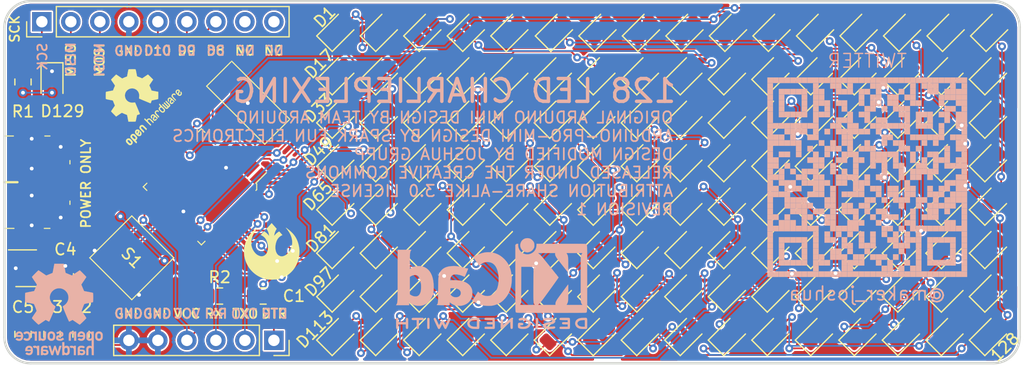
<source format=kicad_pcb>
(kicad_pcb (version 20171130) (host pcbnew 5.0.2-bee76a0~70~ubuntu18.04.1)
  (title_block (title "128 LED Charlieplexing") (date 2018-11-23) (rev 0) (company "Twitter @Maker_Joshua") (comment 1 "RELEASED UNDER THE CREATIVE COMMONS ATTRIBUTION SHARE-ALIKE 3.0 LICENSE") (comment 2 "Design modified by Joshua Grupp") (comment 3 "ARDUINO-PRO-MINI DESIGN BY SPARK FUN ELECTRONICS") (comment 4 "ORIGINAL ARDUINO MINI DESIGN BY TEAM ARDUINO"))
  (layers (0 F.Cu signal) (31 B.Cu signal) (34 B.Paste user) (35 F.Paste user) (36 B.SilkS user) (37 F.SilkS user) (38 B.Mask user) (39 F.Mask user) (44 Edge.Cuts user))
  (net 0 "")
  (net 1 GND)
  (net 2 "Net-(C1-Pad2)")
  (net 3 DTR)
  (net 4 "Net-(C2-Pad2)")
  (net 5 D4)
  (net 6 A0)
  (net 7 D3)
  (net 8 D2)
  (net 9 A5)
  (net 10 A4)
  (net 11 A3)
  (net 12 A2)
  (net 13 A1)
  (net 14 TXO)
  (net 15 RXI)
  (net 16 VCC)
  (net 17 D5)
  (net 18 D6)
  (net 19 D7)
  (net 20 D8)
  (net 21 D9)
  (net 22 D10)
  (net 23 MOSI)
  (net 24 MISO)
  (net 25 SCK)
  (net 26 "Net-(J4-Pad3)")
  (net 27 "Net-(J4-Pad2)")
  (net 28 "Net-(J4-Pad4)")
  (net 29 "Net-(D129-Pad2)")
  (net 30 "Net-(U1-Pad4)")
  (net 31 "Net-(U2-Pad7)")
  (net 32 "Net-(U2-Pad8)")
  (net 33 "Net-(C5-Pad1)")
  (net 34 "Net-(J2-Pad8)")
  (net 35 "Net-(J2-Pad9)")
  (net 36 "Net-(U2-Pad19)")
  (net 37 "Net-(U2-Pad22)")
  (module LED_SMD:LED_0805_2012Metric (layer F.Cu) (at 143.5329 71.7684 45)
    (fp_text reference D1 (at 0 -1.65 45) (layer F.SilkS))
    (fp_text value LED_Small hide)
    (pad 2 smd roundrect (at 0.937501 0 45) (size 0.975 1.4) (layers F.Cu F.Paste F.Mask) (net 18 D6))
    (pad 1 smd roundrect (at -0.937501 0 45) (size 0.975 1.4) (layers F.Cu F.Paste F.Mask) (net 6 A0))
  )
  (module LED_SMD:LED_0805_2012Metric (layer F.Cu) (at 147.3429 71.7684 45)
    (fp_text reference D2 hide)
    (fp_text value LED_Small hide)
    (pad 1 smd roundrect (at -0.937501 0 45) (size 0.975 1.4) (layers F.Cu F.Paste F.Mask) (net 18 D6))
    (pad 2 smd roundrect (at 0.937501 0 45) (size 0.975 1.4) (layers F.Cu F.Paste F.Mask) (net 6 A0))
  )
  (module LED_SMD:LED_0805_2012Metric (layer F.Cu) (at 151.1529 71.7684 45)
    (fp_text reference D3 hide)
    (fp_text value LED_Small hide)
    (pad 2 smd roundrect (at 0.937501 0 45) (size 0.975 1.4) (layers F.Cu F.Paste F.Mask) (net 17 D5))
    (pad 1 smd roundrect (at -0.937501 0 45) (size 0.975 1.4) (layers F.Cu F.Paste F.Mask) (net 6 A0))
  )
  (module LED_SMD:LED_0805_2012Metric (layer F.Cu) (at 154.9629 71.7684 45)
    (fp_text reference D4 hide)
    (fp_text value LED_Small hide)
    (pad 1 smd roundrect (at -0.937501 0 45) (size 0.975 1.4) (layers F.Cu F.Paste F.Mask) (net 17 D5))
    (pad 2 smd roundrect (at 0.937501 0 45) (size 0.975 1.4) (layers F.Cu F.Paste F.Mask) (net 6 A0))
  )
  (module LED_SMD:LED_0805_2012Metric (layer F.Cu) (at 158.7729 71.7684 45)
    (fp_text reference D5 hide)
    (fp_text value LED_Small hide)
    (pad 2 smd roundrect (at 0.937501 0 45) (size 0.975 1.4) (layers F.Cu F.Paste F.Mask) (net 19 D7))
    (pad 1 smd roundrect (at -0.937501 0 45) (size 0.975 1.4) (layers F.Cu F.Paste F.Mask) (net 6 A0))
  )
  (module LED_SMD:LED_0805_2012Metric (layer F.Cu) (at 162.6799 71.7684 45)
    (fp_text reference D6 hide)
    (fp_text value LED_Small hide)
    (pad 1 smd roundrect (at -0.937501 0 45) (size 0.975 1.4) (layers F.Cu F.Paste F.Mask) (net 19 D7))
    (pad 2 smd roundrect (at 0.937501 0 45) (size 0.975 1.4) (layers F.Cu F.Paste F.Mask) (net 6 A0))
  )
  (module LED_SMD:LED_0805_2012Metric (layer F.Cu) (at 166.4899 71.7684 45)
    (fp_text reference D7 hide)
    (fp_text value LED_Small hide)
    (pad 2 smd roundrect (at 0.937501 0 45) (size 0.975 1.4) (layers F.Cu F.Paste F.Mask) (net 5 D4))
    (pad 1 smd roundrect (at -0.937501 0 45) (size 0.975 1.4) (layers F.Cu F.Paste F.Mask) (net 6 A0))
  )
  (module LED_SMD:LED_0805_2012Metric (layer F.Cu) (at 170.2999 71.7684 45)
    (fp_text reference D8 hide)
    (fp_text value LED_Small hide)
    (pad 1 smd roundrect (at -0.937501 0 45) (size 0.975 1.4) (layers F.Cu F.Paste F.Mask) (net 5 D4))
    (pad 2 smd roundrect (at 0.937501 0 45) (size 0.975 1.4) (layers F.Cu F.Paste F.Mask) (net 6 A0))
  )
  (module LED_SMD:LED_0805_2012Metric (layer F.Cu) (at 174.1099 71.7684 45)
    (fp_text reference D9 hide)
    (fp_text value LED_Small hide)
    (pad 2 smd roundrect (at 0.937501 0 45) (size 0.975 1.4) (layers F.Cu F.Paste F.Mask) (net 7 D3))
    (pad 1 smd roundrect (at -0.937501 0 45) (size 0.975 1.4) (layers F.Cu F.Paste F.Mask) (net 6 A0))
  )
  (module LED_SMD:LED_0805_2012Metric (layer F.Cu) (at 177.9199 71.7684 45)
    (fp_text reference D10 hide)
    (fp_text value LED_Small hide)
    (pad 1 smd roundrect (at -0.937501 0 45) (size 0.975 1.4) (layers F.Cu F.Paste F.Mask) (net 7 D3))
    (pad 2 smd roundrect (at 0.937501 0 45) (size 0.975 1.4) (layers F.Cu F.Paste F.Mask) (net 6 A0))
  )
  (module LED_SMD:LED_0805_2012Metric (layer F.Cu) (at 181.7299 71.7684 45)
    (fp_text reference D11 hide)
    (fp_text value LED_Small hide)
    (pad 2 smd roundrect (at 0.937501 0 45) (size 0.975 1.4) (layers F.Cu F.Paste F.Mask) (net 8 D2))
    (pad 1 smd roundrect (at -0.937501 0 45) (size 0.975 1.4) (layers F.Cu F.Paste F.Mask) (net 6 A0))
  )
  (module LED_SMD:LED_0805_2012Metric (layer F.Cu) (at 185.5445 71.7684 45)
    (fp_text reference D12 hide)
    (fp_text value LED_Small hide)
    (pad 1 smd roundrect (at -0.937501 0 45) (size 0.975 1.4) (layers F.Cu F.Paste F.Mask) (net 8 D2))
    (pad 2 smd roundrect (at 0.937501 0 45) (size 0.975 1.4) (layers F.Cu F.Paste F.Mask) (net 6 A0))
  )
  (module LED_SMD:LED_0805_2012Metric (layer F.Cu) (at 189.3545 71.7684 45)
    (fp_text reference D13 hide)
    (fp_text value LED_Small hide)
    (pad 2 smd roundrect (at 0.937501 0 45) (size 0.975 1.4) (layers F.Cu F.Paste F.Mask) (net 9 A5))
    (pad 1 smd roundrect (at -0.937501 0 45) (size 0.975 1.4) (layers F.Cu F.Paste F.Mask) (net 6 A0))
  )
  (module LED_SMD:LED_0805_2012Metric (layer F.Cu) (at 193.1645 71.7684 45)
    (fp_text reference D14 hide)
    (fp_text value LED_Small hide)
    (pad 1 smd roundrect (at -0.937501 0 45) (size 0.975 1.4) (layers F.Cu F.Paste F.Mask) (net 9 A5))
    (pad 2 smd roundrect (at 0.937501 0 45) (size 0.975 1.4) (layers F.Cu F.Paste F.Mask) (net 6 A0))
  )
  (module LED_SMD:LED_0805_2012Metric (layer F.Cu) (at 196.9745 71.7684 45)
    (fp_text reference D15 hide)
    (fp_text value LED_Small hide)
    (pad 2 smd roundrect (at 0.937501 0 45) (size 0.975 1.4) (layers F.Cu F.Paste F.Mask) (net 10 A4))
    (pad 1 smd roundrect (at -0.937501 0 45) (size 0.975 1.4) (layers F.Cu F.Paste F.Mask) (net 6 A0))
  )
  (module LED_SMD:LED_0805_2012Metric (layer F.Cu) (at 200.7845 71.7684 45)
    (fp_text reference D16 hide)
    (fp_text value LED_Small)
    (pad 1 smd roundrect (at -0.937501 0 45) (size 0.975 1.4) (layers F.Cu F.Paste F.Mask) (net 10 A4))
    (pad 2 smd roundrect (at 0.937501 0 45) (size 0.975 1.4) (layers F.Cu F.Paste F.Mask) (net 6 A0))
  )
  (module LED_SMD:LED_0805_2012Metric (layer F.Cu) (at 143.5306 75.5784 45)
    (fp_text reference D17 (at -0.556776 -1.74217 45) (layer F.SilkS))
    (fp_text value LED_Small)
    (pad 2 smd roundrect (at 0.937501 0 45) (size 0.975 1.4) (layers F.Cu F.Paste F.Mask) (net 11 A3))
    (pad 1 smd roundrect (at -0.937501 0 45) (size 0.975 1.4) (layers F.Cu F.Paste F.Mask) (net 6 A0))
  )
  (module LED_SMD:LED_0805_2012Metric (layer F.Cu) (at 147.3406 75.5784 45)
    (fp_text reference D18 hide)
    (fp_text value LED_Small)
    (pad 1 smd roundrect (at -0.937501 0 45) (size 0.975 1.4) (layers F.Cu F.Paste F.Mask) (net 11 A3))
    (pad 2 smd roundrect (at 0.937501 0 45) (size 0.975 1.4) (layers F.Cu F.Paste F.Mask) (net 6 A0))
  )
  (module LED_SMD:LED_0805_2012Metric (layer F.Cu) (at 151.1483 75.5784 45)
    (fp_text reference D19 hide)
    (fp_text value LED_Small hide)
    (pad 2 smd roundrect (at 0.937501 0 45) (size 0.975 1.4) (layers F.Cu F.Paste F.Mask) (net 12 A2))
    (pad 1 smd roundrect (at -0.937501 0 45) (size 0.975 1.4) (layers F.Cu F.Paste F.Mask) (net 6 A0))
  )
  (module LED_SMD:LED_0805_2012Metric (layer F.Cu) (at 154.9583 75.5784 45)
    (fp_text reference D20 hide)
    (fp_text value LED_Small)
    (pad 1 smd roundrect (at -0.937501 0 45) (size 0.975 1.4) (layers F.Cu F.Paste F.Mask) (net 12 A2))
    (pad 2 smd roundrect (at 0.937501 0 45) (size 0.975 1.4) (layers F.Cu F.Paste F.Mask) (net 6 A0))
  )
  (module LED_SMD:LED_0805_2012Metric (layer F.Cu) (at 158.7683 75.5784 45)
    (fp_text reference D21 hide)
    (fp_text value LED_Small)
    (pad 2 smd roundrect (at 0.937501 0 45) (size 0.975 1.4) (layers F.Cu F.Paste F.Mask) (net 13 A1))
    (pad 1 smd roundrect (at -0.937501 0 45) (size 0.975 1.4) (layers F.Cu F.Paste F.Mask) (net 6 A0))
  )
  (module LED_SMD:LED_0805_2012Metric (layer F.Cu) (at 162.5783 75.5784 45)
    (fp_text reference D22 hide)
    (fp_text value LED_Small)
    (pad 1 smd roundrect (at -0.937501 0 45) (size 0.975 1.4) (layers F.Cu F.Paste F.Mask) (net 13 A1))
    (pad 2 smd roundrect (at 0.937501 0 45) (size 0.975 1.4) (layers F.Cu F.Paste F.Mask) (net 6 A0))
  )
  (module LED_SMD:LED_0805_2012Metric (layer F.Cu) (at 166.3929 75.5784 45)
    (fp_text reference D23 hide)
    (fp_text value LED_Small hide)
    (pad 2 smd roundrect (at 0.937501 0 45) (size 0.975 1.4) (layers F.Cu F.Paste F.Mask) (net 18 D6))
    (pad 1 smd roundrect (at -0.937501 0 45) (size 0.975 1.4) (layers F.Cu F.Paste F.Mask) (net 13 A1))
  )
  (module LED_SMD:LED_0805_2012Metric (layer F.Cu) (at 170.2029 75.5784 45)
    (fp_text reference D24 hide)
    (fp_text value LED_Small)
    (pad 1 smd roundrect (at -0.937501 0 45) (size 0.975 1.4) (layers F.Cu F.Paste F.Mask) (net 18 D6))
    (pad 2 smd roundrect (at 0.937501 0 45) (size 0.975 1.4) (layers F.Cu F.Paste F.Mask) (net 13 A1))
  )
  (module LED_SMD:LED_0805_2012Metric (layer F.Cu) (at 174.0106 75.5784 45)
    (fp_text reference D25 hide)
    (fp_text value LED_Small)
    (pad 2 smd roundrect (at 0.937501 0 45) (size 0.975 1.4) (layers F.Cu F.Paste F.Mask) (net 17 D5))
    (pad 1 smd roundrect (at -0.937501 0 45) (size 0.975 1.4) (layers F.Cu F.Paste F.Mask) (net 13 A1))
  )
  (module LED_SMD:LED_0805_2012Metric (layer F.Cu) (at 177.8229 75.5784 45)
    (fp_text reference D26 hide)
    (fp_text value LED_Small)
    (pad 1 smd roundrect (at -0.937501 0 45) (size 0.975 1.4) (layers F.Cu F.Paste F.Mask) (net 17 D5))
    (pad 2 smd roundrect (at 0.937501 0 45) (size 0.975 1.4) (layers F.Cu F.Paste F.Mask) (net 13 A1))
  )
  (module LED_SMD:LED_0805_2012Metric (layer F.Cu) (at 181.6306 75.5784 45)
    (fp_text reference D27 hide)
    (fp_text value LED_Small)
    (pad 2 smd roundrect (at 0.937501 0 45) (size 0.975 1.4) (layers F.Cu F.Paste F.Mask) (net 19 D7))
    (pad 1 smd roundrect (at -0.937501 0 45) (size 0.975 1.4) (layers F.Cu F.Paste F.Mask) (net 13 A1))
  )
  (module LED_SMD:LED_0805_2012Metric (layer F.Cu) (at 185.4406 75.5784 45)
    (fp_text reference D28 hide)
    (fp_text value LED_Small)
    (pad 1 smd roundrect (at -0.937501 0 45) (size 0.975 1.4) (layers F.Cu F.Paste F.Mask) (net 19 D7))
    (pad 2 smd roundrect (at 0.937501 0 45) (size 0.975 1.4) (layers F.Cu F.Paste F.Mask) (net 13 A1))
  )
  (module LED_SMD:LED_0805_2012Metric (layer F.Cu) (at 189.2506 75.5784 45)
    (fp_text reference D29 hide)
    (fp_text value LED_Small)
    (pad 2 smd roundrect (at 0.937501 0 45) (size 0.975 1.4) (layers F.Cu F.Paste F.Mask) (net 5 D4))
    (pad 1 smd roundrect (at -0.937501 0 45) (size 0.975 1.4) (layers F.Cu F.Paste F.Mask) (net 13 A1))
  )
  (module LED_SMD:LED_0805_2012Metric (layer F.Cu) (at 193.0606 75.5784 45)
    (fp_text reference D30 hide)
    (fp_text value LED_Small)
    (pad 1 smd roundrect (at -0.937501 0 45) (size 0.975 1.4) (layers F.Cu F.Paste F.Mask) (net 5 D4))
    (pad 2 smd roundrect (at 0.937501 0 45) (size 0.975 1.4) (layers F.Cu F.Paste F.Mask) (net 13 A1))
  )
  (module LED_SMD:LED_0805_2012Metric (layer F.Cu) (at 196.8706 75.5784 45)
    (fp_text reference D31 hide)
    (fp_text value LED_Small)
    (pad 2 smd roundrect (at 0.937501 0 45) (size 0.975 1.4) (layers F.Cu F.Paste F.Mask) (net 7 D3))
    (pad 1 smd roundrect (at -0.937501 0 45) (size 0.975 1.4) (layers F.Cu F.Paste F.Mask) (net 13 A1))
  )
  (module LED_SMD:LED_0805_2012Metric (layer F.Cu) (at 200.6806 75.5784 45)
    (fp_text reference D32 hide)
    (fp_text value LED_Small)
    (pad 1 smd roundrect (at -0.937501 0 45) (size 0.975 1.4) (layers F.Cu F.Paste F.Mask) (net 7 D3))
    (pad 2 smd roundrect (at 0.937501 0 45) (size 0.975 1.4) (layers F.Cu F.Paste F.Mask) (net 13 A1))
  )
  (module LED_SMD:LED_0805_2012Metric (layer F.Cu) (at 143.5306 79.3884 45)
    (fp_text reference D33 (at -0.646578 -1.76013 45) (layer F.SilkS))
    (fp_text value LED_Small)
    (pad 2 smd roundrect (at 0.937501 0 45) (size 0.975 1.4) (layers F.Cu F.Paste F.Mask) (net 8 D2))
    (pad 1 smd roundrect (at -0.937501 0 45) (size 0.975 1.4) (layers F.Cu F.Paste F.Mask) (net 13 A1))
  )
  (module LED_SMD:LED_0805_2012Metric (layer F.Cu) (at 147.3429 79.3884 45)
    (fp_text reference D34 hide)
    (fp_text value LED_Small hide)
    (pad 1 smd roundrect (at -0.937501 0 45) (size 0.975 1.4) (layers F.Cu F.Paste F.Mask) (net 8 D2))
    (pad 2 smd roundrect (at 0.937501 0 45) (size 0.975 1.4) (layers F.Cu F.Paste F.Mask) (net 13 A1))
  )
  (module LED_SMD:LED_0805_2012Metric (layer F.Cu) (at 151.1506 79.3884 45)
    (fp_text reference D35 hide)
    (fp_text value LED_Small hide)
    (pad 2 smd roundrect (at 0.937501 0 45) (size 0.975 1.4) (layers F.Cu F.Paste F.Mask) (net 9 A5))
    (pad 1 smd roundrect (at -0.937501 0 45) (size 0.975 1.4) (layers F.Cu F.Paste F.Mask) (net 13 A1))
  )
  (module LED_SMD:LED_0805_2012Metric (layer F.Cu) (at 154.9606 79.3884 45)
    (fp_text reference D36 hide)
    (fp_text value LED_Small)
    (pad 1 smd roundrect (at -0.937501 0 45) (size 0.975 1.4) (layers F.Cu F.Paste F.Mask) (net 9 A5))
    (pad 2 smd roundrect (at 0.937501 0 45) (size 0.975 1.4) (layers F.Cu F.Paste F.Mask) (net 13 A1))
  )
  (module LED_SMD:LED_0805_2012Metric (layer F.Cu) (at 158.7706 79.3884 45)
    (fp_text reference D37 hide)
    (fp_text value LED_Small)
    (pad 2 smd roundrect (at 0.937501 0 45) (size 0.975 1.4) (layers F.Cu F.Paste F.Mask) (net 10 A4))
    (pad 1 smd roundrect (at -0.937501 0 45) (size 0.975 1.4) (layers F.Cu F.Paste F.Mask) (net 13 A1))
  )
  (module LED_SMD:LED_0805_2012Metric (layer F.Cu) (at 162.5806 79.3884 45)
    (fp_text reference D38 hide)
    (fp_text value LED_Small)
    (pad 1 smd roundrect (at -0.937501 0 45) (size 0.975 1.4) (layers F.Cu F.Paste F.Mask) (net 10 A4))
    (pad 2 smd roundrect (at 0.937501 0 45) (size 0.975 1.4) (layers F.Cu F.Paste F.Mask) (net 13 A1))
  )
  (module LED_SMD:LED_0805_2012Metric (layer F.Cu) (at 166.3906 79.3884 45)
    (fp_text reference D39 hide)
    (fp_text value LED_Small)
    (pad 1 smd roundrect (at -0.937501 0 45) (size 0.975 1.4) (layers F.Cu F.Paste F.Mask) (net 13 A1))
    (pad 2 smd roundrect (at 0.937501 0 45) (size 0.975 1.4) (layers F.Cu F.Paste F.Mask) (net 11 A3))
  )
  (module LED_SMD:LED_0805_2012Metric (layer F.Cu) (at 170.2006 79.3884 45)
    (fp_text reference D40 hide)
    (fp_text value LED_Small)
    (pad 2 smd roundrect (at 0.937501 0 45) (size 0.975 1.4) (layers F.Cu F.Paste F.Mask) (net 13 A1))
    (pad 1 smd roundrect (at -0.937501 0 45) (size 0.975 1.4) (layers F.Cu F.Paste F.Mask) (net 11 A3))
  )
  (module LED_SMD:LED_0805_2012Metric (layer F.Cu) (at 174.0106 79.3884 45)
    (fp_text reference D41 hide)
    (fp_text value LED_Small)
    (pad 1 smd roundrect (at -0.937501 0 45) (size 0.975 1.4) (layers F.Cu F.Paste F.Mask) (net 13 A1))
    (pad 2 smd roundrect (at 0.937501 0 45) (size 0.975 1.4) (layers F.Cu F.Paste F.Mask) (net 12 A2))
  )
  (module LED_SMD:LED_0805_2012Metric (layer F.Cu) (at 177.8206 79.3884 45)
    (fp_text reference D42 hide)
    (fp_text value LED_Small)
    (pad 2 smd roundrect (at 0.937501 0 45) (size 0.975 1.4) (layers F.Cu F.Paste F.Mask) (net 13 A1))
    (pad 1 smd roundrect (at -0.937501 0 45) (size 0.975 1.4) (layers F.Cu F.Paste F.Mask) (net 12 A2))
  )
  (module LED_SMD:LED_0805_2012Metric (layer F.Cu) (at 181.6306 79.3884 45)
    (fp_text reference D43 hide)
    (fp_text value LED_Small)
    (pad 1 smd roundrect (at -0.937501 0 45) (size 0.975 1.4) (layers F.Cu F.Paste F.Mask) (net 12 A2))
    (pad 2 smd roundrect (at 0.937501 0 45) (size 0.975 1.4) (layers F.Cu F.Paste F.Mask) (net 18 D6))
  )
  (module LED_SMD:LED_0805_2012Metric (layer F.Cu) (at 185.4406 79.3884 45)
    (fp_text reference D44 hide)
    (fp_text value LED_Small)
    (pad 2 smd roundrect (at 0.937501 0 45) (size 0.975 1.4) (layers F.Cu F.Paste F.Mask) (net 12 A2))
    (pad 1 smd roundrect (at -0.937501 0 45) (size 0.975 1.4) (layers F.Cu F.Paste F.Mask) (net 18 D6))
  )
  (module LED_SMD:LED_0805_2012Metric (layer F.Cu) (at 189.2506 79.3884 45)
    (fp_text reference D45 hide)
    (fp_text value LED_Small)
    (pad 1 smd roundrect (at -0.937501 0 45) (size 0.975 1.4) (layers F.Cu F.Paste F.Mask) (net 12 A2))
    (pad 2 smd roundrect (at 0.937501 0 45) (size 0.975 1.4) (layers F.Cu F.Paste F.Mask) (net 17 D5))
  )
  (module LED_SMD:LED_0805_2012Metric (layer F.Cu) (at 193.0606 79.3884 45)
    (fp_text reference D46 hide)
    (fp_text value LED_Small)
    (pad 2 smd roundrect (at 0.937501 0 45) (size 0.975 1.4) (layers F.Cu F.Paste F.Mask) (net 12 A2))
    (pad 1 smd roundrect (at -0.937501 0 45) (size 0.975 1.4) (layers F.Cu F.Paste F.Mask) (net 17 D5))
  )
  (module LED_SMD:LED_0805_2012Metric (layer F.Cu) (at 196.8706 79.3884 45)
    (fp_text reference D47 hide)
    (fp_text value LED_Small)
    (pad 1 smd roundrect (at -0.937501 0 45) (size 0.975 1.4) (layers F.Cu F.Paste F.Mask) (net 12 A2))
    (pad 2 smd roundrect (at 0.937501 0 45) (size 0.975 1.4) (layers F.Cu F.Paste F.Mask) (net 19 D7))
  )
  (module LED_SMD:LED_0805_2012Metric (layer F.Cu) (at 200.6806 79.3884 45)
    (fp_text reference D48 hide)
    (fp_text value LED_Small)
    (pad 2 smd roundrect (at 0.937501 0 45) (size 0.975 1.4) (layers F.Cu F.Paste F.Mask) (net 12 A2))
    (pad 1 smd roundrect (at -0.937501 0 45) (size 0.975 1.4) (layers F.Cu F.Paste F.Mask) (net 19 D7))
  )
  (module LED_SMD:LED_0805_2012Metric (layer F.Cu) (at 143.5306 83.1984 45)
    (fp_text reference D49 (at -0.610657 -1.76013 45) (layer F.SilkS))
    (fp_text value LED_Small)
    (pad 1 smd roundrect (at -0.937501 0 45) (size 0.975 1.4) (layers F.Cu F.Paste F.Mask) (net 12 A2))
    (pad 2 smd roundrect (at 0.937501 0 45) (size 0.975 1.4) (layers F.Cu F.Paste F.Mask) (net 5 D4))
  )
  (module LED_SMD:LED_0805_2012Metric (layer F.Cu) (at 147.3406 83.1984 45)
    (fp_text reference D50 hide)
    (fp_text value LED_Small)
    (pad 2 smd roundrect (at 0.937501 0 45) (size 0.975 1.4) (layers F.Cu F.Paste F.Mask) (net 12 A2))
    (pad 1 smd roundrect (at -0.937501 0 45) (size 0.975 1.4) (layers F.Cu F.Paste F.Mask) (net 5 D4))
  )
  (module LED_SMD:LED_0805_2012Metric (layer F.Cu) (at 151.1506 83.1984 45)
    (fp_text reference D51 hide)
    (fp_text value LED_Small)
    (pad 1 smd roundrect (at -0.937501 0 45) (size 0.975 1.4) (layers F.Cu F.Paste F.Mask) (net 12 A2))
    (pad 2 smd roundrect (at 0.937501 0 45) (size 0.975 1.4) (layers F.Cu F.Paste F.Mask) (net 7 D3))
  )
  (module LED_SMD:LED_0805_2012Metric (layer F.Cu) (at 154.9606 83.1984 45)
    (fp_text reference D52 hide)
    (fp_text value LED_Small)
    (pad 2 smd roundrect (at 0.937501 0 45) (size 0.975 1.4) (layers F.Cu F.Paste F.Mask) (net 12 A2))
    (pad 1 smd roundrect (at -0.937501 0 45) (size 0.975 1.4) (layers F.Cu F.Paste F.Mask) (net 7 D3))
  )
  (module LED_SMD:LED_0805_2012Metric (layer F.Cu) (at 158.7706 83.1984 45)
    (fp_text reference D53 hide)
    (fp_text value LED_Small)
    (pad 2 smd roundrect (at 0.937501 0 45) (size 0.975 1.4) (layers F.Cu F.Paste F.Mask) (net 8 D2))
    (pad 1 smd roundrect (at -0.937501 0 45) (size 0.975 1.4) (layers F.Cu F.Paste F.Mask) (net 12 A2))
  )
  (module LED_SMD:LED_0805_2012Metric (layer F.Cu) (at 162.5806 83.1984 45)
    (fp_text reference D54 hide)
    (fp_text value LED_Small)
    (pad 1 smd roundrect (at -0.937501 0 45) (size 0.975 1.4) (layers F.Cu F.Paste F.Mask) (net 8 D2))
    (pad 2 smd roundrect (at 0.937501 0 45) (size 0.975 1.4) (layers F.Cu F.Paste F.Mask) (net 12 A2))
  )
  (module LED_SMD:LED_0805_2012Metric (layer F.Cu) (at 166.3906 83.1984 45)
    (fp_text reference D55 hide)
    (fp_text value LED_Small)
    (pad 1 smd roundrect (at -0.937501 0 45) (size 0.975 1.4) (layers F.Cu F.Paste F.Mask) (net 12 A2))
    (pad 2 smd roundrect (at 0.937501 0 45) (size 0.975 1.4) (layers F.Cu F.Paste F.Mask) (net 9 A5))
  )
  (module LED_SMD:LED_0805_2012Metric (layer F.Cu) (at 170.2006 83.1984 45)
    (fp_text reference D56 hide)
    (fp_text value LED_Small)
    (pad 2 smd roundrect (at 0.937501 0 45) (size 0.975 1.4) (layers F.Cu F.Paste F.Mask) (net 12 A2))
    (pad 1 smd roundrect (at -0.937501 0 45) (size 0.975 1.4) (layers F.Cu F.Paste F.Mask) (net 9 A5))
  )
  (module LED_SMD:LED_0805_2012Metric (layer F.Cu) (at 174.0106 83.1984 45)
    (fp_text reference D57 hide)
    (fp_text value LED_Small)
    (pad 1 smd roundrect (at -0.937501 0 45) (size 0.975 1.4) (layers F.Cu F.Paste F.Mask) (net 12 A2))
    (pad 2 smd roundrect (at 0.937501 0 45) (size 0.975 1.4) (layers F.Cu F.Paste F.Mask) (net 10 A4))
  )
  (module LED_SMD:LED_0805_2012Metric (layer F.Cu) (at 177.8206 83.1984 45)
    (fp_text reference D58 hide)
    (fp_text value LED_Small)
    (pad 2 smd roundrect (at 0.937501 0 45) (size 0.975 1.4) (layers F.Cu F.Paste F.Mask) (net 12 A2))
    (pad 1 smd roundrect (at -0.937501 0 45) (size 0.975 1.4) (layers F.Cu F.Paste F.Mask) (net 10 A4))
  )
  (module LED_SMD:LED_0805_2012Metric (layer F.Cu) (at 181.6306 83.1984 45)
    (fp_text reference D59 hide)
    (fp_text value LED_Small)
    (pad 1 smd roundrect (at -0.937501 0 45) (size 0.975 1.4) (layers F.Cu F.Paste F.Mask) (net 12 A2))
    (pad 2 smd roundrect (at 0.937501 0 45) (size 0.975 1.4) (layers F.Cu F.Paste F.Mask) (net 11 A3))
  )
  (module LED_SMD:LED_0805_2012Metric (layer F.Cu) (at 185.4406 83.1984 45)
    (fp_text reference D60 hide)
    (fp_text value LED_Small)
    (pad 2 smd roundrect (at 0.937501 0 45) (size 0.975 1.4) (layers F.Cu F.Paste F.Mask) (net 12 A2))
    (pad 1 smd roundrect (at -0.937501 0 45) (size 0.975 1.4) (layers F.Cu F.Paste F.Mask) (net 11 A3))
  )
  (module LED_SMD:LED_0805_2012Metric (layer F.Cu) (at 189.2506 83.1984 45)
    (fp_text reference D61 hide)
    (fp_text value LED_Small)
    (pad 1 smd roundrect (at -0.937501 0 45) (size 0.975 1.4) (layers F.Cu F.Paste F.Mask) (net 11 A3))
    (pad 2 smd roundrect (at 0.937501 0 45) (size 0.975 1.4) (layers F.Cu F.Paste F.Mask) (net 18 D6))
  )
  (module LED_SMD:LED_0805_2012Metric (layer F.Cu) (at 193.0606 83.1984 45)
    (fp_text reference D62 hide)
    (fp_text value LED_Small)
    (pad 2 smd roundrect (at 0.937501 0 45) (size 0.975 1.4) (layers F.Cu F.Paste F.Mask) (net 11 A3))
    (pad 1 smd roundrect (at -0.937501 0 45) (size 0.975 1.4) (layers F.Cu F.Paste F.Mask) (net 18 D6))
  )
  (module LED_SMD:LED_0805_2012Metric (layer F.Cu) (at 196.8706 83.1984 45)
    (fp_text reference D63 hide)
    (fp_text value LED_Small)
    (pad 1 smd roundrect (at -0.937501 0 45) (size 0.975 1.4) (layers F.Cu F.Paste F.Mask) (net 11 A3))
    (pad 2 smd roundrect (at 0.937501 0 45) (size 0.975 1.4) (layers F.Cu F.Paste F.Mask) (net 17 D5))
  )
  (module LED_SMD:LED_0805_2012Metric (layer F.Cu) (at 200.6806 83.1984 45)
    (fp_text reference D64 hide)
    (fp_text value LED_Small hide)
    (pad 2 smd roundrect (at 0.937501 0 45) (size 0.975 1.4) (layers F.Cu F.Paste F.Mask) (net 11 A3))
    (pad 1 smd roundrect (at -0.937501 0 45) (size 0.975 1.4) (layers F.Cu F.Paste F.Mask) (net 17 D5))
  )
  (module LED_SMD:LED_0805_2012Metric (layer F.Cu) (at 143.5306 87.0084 45)
    (fp_text reference D65 (at -0.754342 -1.724209 45) (layer F.SilkS))
    (fp_text value LED_Small)
    (pad 1 smd roundrect (at -0.937501 0 45) (size 0.975 1.4) (layers F.Cu F.Paste F.Mask) (net 11 A3))
    (pad 2 smd roundrect (at 0.937501 0 45) (size 0.975 1.4) (layers F.Cu F.Paste F.Mask) (net 19 D7))
  )
  (module LED_SMD:LED_0805_2012Metric (layer F.Cu) (at 147.3406 87.0084 45)
    (fp_text reference D66 hide)
    (fp_text value LED_Small)
    (pad 2 smd roundrect (at 0.937501 0 45) (size 0.975 1.4) (layers F.Cu F.Paste F.Mask) (net 11 A3))
    (pad 1 smd roundrect (at -0.937501 0 45) (size 0.975 1.4) (layers F.Cu F.Paste F.Mask) (net 19 D7))
  )
  (module LED_SMD:LED_0805_2012Metric (layer F.Cu) (at 151.1506 87.0084 45)
    (fp_text reference D67 hide)
    (fp_text value LED_Small)
    (pad 2 smd roundrect (at 0.937501 0 45) (size 0.975 1.4) (layers F.Cu F.Paste F.Mask) (net 5 D4))
    (pad 1 smd roundrect (at -0.937501 0 45) (size 0.975 1.4) (layers F.Cu F.Paste F.Mask) (net 11 A3))
  )
  (module LED_SMD:LED_0805_2012Metric (layer F.Cu) (at 154.9606 87.0084 45)
    (fp_text reference D68 hide)
    (fp_text value LED_Small)
    (pad 2 smd roundrect (at 0.937501 0 45) (size 0.975 1.4) (layers F.Cu F.Paste F.Mask) (net 11 A3))
    (pad 1 smd roundrect (at -0.937501 0 45) (size 0.975 1.4) (layers F.Cu F.Paste F.Mask) (net 5 D4))
  )
  (module LED_SMD:LED_0805_2012Metric (layer F.Cu) (at 158.7706 87.0084 45)
    (fp_text reference D69 hide)
    (fp_text value LED_Small)
    (pad 1 smd roundrect (at -0.937501 0 45) (size 0.975 1.4) (layers F.Cu F.Paste F.Mask) (net 11 A3))
    (pad 2 smd roundrect (at 0.937501 0 45) (size 0.975 1.4) (layers F.Cu F.Paste F.Mask) (net 7 D3))
  )
  (module LED_SMD:LED_0805_2012Metric (layer F.Cu) (at 162.5806 87.0084 45)
    (fp_text reference D70 hide)
    (fp_text value LED_Small)
    (pad 2 smd roundrect (at 0.937501 0 45) (size 0.975 1.4) (layers F.Cu F.Paste F.Mask) (net 11 A3))
    (pad 1 smd roundrect (at -0.937501 0 45) (size 0.975 1.4) (layers F.Cu F.Paste F.Mask) (net 7 D3))
  )
  (module LED_SMD:LED_0805_2012Metric (layer F.Cu) (at 166.3906 87.0084 45)
    (fp_text reference D71 hide)
    (fp_text value LED_Small)
    (pad 1 smd roundrect (at -0.937501 0 45) (size 0.975 1.4) (layers F.Cu F.Paste F.Mask) (net 11 A3))
    (pad 2 smd roundrect (at 0.937501 0 45) (size 0.975 1.4) (layers F.Cu F.Paste F.Mask) (net 8 D2))
  )
  (module LED_SMD:LED_0805_2012Metric (layer F.Cu) (at 170.2006 87.0084 45)
    (fp_text reference D72 hide)
    (fp_text value LED_Small)
    (pad 2 smd roundrect (at 0.937501 0 45) (size 0.975 1.4) (layers F.Cu F.Paste F.Mask) (net 11 A3))
    (pad 1 smd roundrect (at -0.937501 0 45) (size 0.975 1.4) (layers F.Cu F.Paste F.Mask) (net 8 D2))
  )
  (module LED_SMD:LED_0805_2012Metric (layer F.Cu) (at 174.0106 87.0084 45)
    (fp_text reference D73 hide)
    (fp_text value LED_Small)
    (pad 1 smd roundrect (at -0.937501 0 45) (size 0.975 1.4) (layers F.Cu F.Paste F.Mask) (net 11 A3))
    (pad 2 smd roundrect (at 0.937501 0 45) (size 0.975 1.4) (layers F.Cu F.Paste F.Mask) (net 9 A5))
  )
  (module LED_SMD:LED_0805_2012Metric (layer F.Cu) (at 177.8206 87.0084 45)
    (fp_text reference D74 hide)
    (fp_text value LED_Small)
    (pad 2 smd roundrect (at 0.937501 0 45) (size 0.975 1.4) (layers F.Cu F.Paste F.Mask) (net 11 A3))
    (pad 1 smd roundrect (at -0.937501 0 45) (size 0.975 1.4) (layers F.Cu F.Paste F.Mask) (net 9 A5))
  )
  (module LED_SMD:LED_0805_2012Metric (layer F.Cu) (at 181.6306 87.0084 45)
    (fp_text reference D75 hide)
    (fp_text value LED_Small)
    (pad 1 smd roundrect (at -0.937501 0 45) (size 0.975 1.4) (layers F.Cu F.Paste F.Mask) (net 11 A3))
    (pad 2 smd roundrect (at 0.937501 0 45) (size 0.975 1.4) (layers F.Cu F.Paste F.Mask) (net 10 A4))
  )
  (module LED_SMD:LED_0805_2012Metric (layer F.Cu) (at 185.4406 87.0084 45)
    (fp_text reference D76 hide)
    (fp_text value LED_Small)
    (pad 2 smd roundrect (at 0.937501 0 45) (size 0.975 1.4) (layers F.Cu F.Paste F.Mask) (net 11 A3))
    (pad 1 smd roundrect (at -0.937501 0 45) (size 0.975 1.4) (layers F.Cu F.Paste F.Mask) (net 10 A4))
  )
  (module LED_SMD:LED_0805_2012Metric (layer F.Cu) (at 189.2506 87.0084 45)
    (fp_text reference D77 hide)
    (fp_text value LED_Small)
    (pad 1 smd roundrect (at -0.937501 0 45) (size 0.975 1.4) (layers F.Cu F.Paste F.Mask) (net 10 A4))
    (pad 2 smd roundrect (at 0.937501 0 45) (size 0.975 1.4) (layers F.Cu F.Paste F.Mask) (net 18 D6))
  )
  (module LED_SMD:LED_0805_2012Metric (layer F.Cu) (at 193.0606 87.0084 45)
    (fp_text reference D78 hide)
    (fp_text value LED_Small)
    (pad 2 smd roundrect (at 0.937501 0 45) (size 0.975 1.4) (layers F.Cu F.Paste F.Mask) (net 10 A4))
    (pad 1 smd roundrect (at -0.937501 0 45) (size 0.975 1.4) (layers F.Cu F.Paste F.Mask) (net 18 D6))
  )
  (module LED_SMD:LED_0805_2012Metric (layer F.Cu) (at 196.8706 87.0084 45)
    (fp_text reference D79 hide)
    (fp_text value LED_Small)
    (pad 1 smd roundrect (at -0.937501 0 45) (size 0.975 1.4) (layers F.Cu F.Paste F.Mask) (net 10 A4))
    (pad 2 smd roundrect (at 0.937501 0 45) (size 0.975 1.4) (layers F.Cu F.Paste F.Mask) (net 17 D5))
  )
  (module LED_SMD:LED_0805_2012Metric (layer F.Cu) (at 200.6806 87.0084 45)
    (fp_text reference D80 hide)
    (fp_text value LED_Small hide)
    (pad 2 smd roundrect (at 0.937501 0 45) (size 0.975 1.4) (layers F.Cu F.Paste F.Mask) (net 10 A4))
    (pad 1 smd roundrect (at -0.937501 0 45) (size 0.975 1.4) (layers F.Cu F.Paste F.Mask) (net 17 D5))
  )
  (module LED_SMD:LED_0805_2012Metric (layer F.Cu) (at 143.5306 90.8184 45)
    (fp_text reference D81 (at -0.466973 -1.652367 45) (layer F.SilkS))
    (fp_text value LED_Small)
    (pad 1 smd roundrect (at -0.937501 0 45) (size 0.975 1.4) (layers F.Cu F.Paste F.Mask) (net 10 A4))
    (pad 2 smd roundrect (at 0.937501 0 45) (size 0.975 1.4) (layers F.Cu F.Paste F.Mask) (net 19 D7))
  )
  (module LED_SMD:LED_0805_2012Metric (layer F.Cu) (at 147.3406 90.8184 45)
    (fp_text reference D82 hide)
    (fp_text value LED_Small)
    (pad 2 smd roundrect (at 0.937501 0 45) (size 0.975 1.4) (layers F.Cu F.Paste F.Mask) (net 10 A4))
    (pad 1 smd roundrect (at -0.937501 0 45) (size 0.975 1.4) (layers F.Cu F.Paste F.Mask) (net 19 D7))
  )
  (module LED_SMD:LED_0805_2012Metric (layer F.Cu) (at 151.1506 90.8184 45)
    (fp_text reference D83 hide)
    (fp_text value LED_Small)
    (pad 1 smd roundrect (at -0.937501 0 45) (size 0.975 1.4) (layers F.Cu F.Paste F.Mask) (net 10 A4))
    (pad 2 smd roundrect (at 0.937501 0 45) (size 0.975 1.4) (layers F.Cu F.Paste F.Mask) (net 5 D4))
  )
  (module LED_SMD:LED_0805_2012Metric (layer F.Cu) (at 154.9606 90.8184 45)
    (fp_text reference D84 hide)
    (fp_text value LED_Small)
    (pad 2 smd roundrect (at 0.937501 0 45) (size 0.975 1.4) (layers F.Cu F.Paste F.Mask) (net 10 A4))
    (pad 1 smd roundrect (at -0.937501 0 45) (size 0.975 1.4) (layers F.Cu F.Paste F.Mask) (net 5 D4))
  )
  (module LED_SMD:LED_0805_2012Metric (layer F.Cu) (at 158.7706 90.8184 45)
    (fp_text reference D85 hide)
    (fp_text value LED_Small)
    (pad 1 smd roundrect (at -0.937501 0 45) (size 0.975 1.4) (layers F.Cu F.Paste F.Mask) (net 10 A4))
    (pad 2 smd roundrect (at 0.937501 0 45) (size 0.975 1.4) (layers F.Cu F.Paste F.Mask) (net 7 D3))
  )
  (module LED_SMD:LED_0805_2012Metric (layer F.Cu) (at 162.5806 90.8184 45)
    (fp_text reference D86 hide)
    (fp_text value LED_Small)
    (pad 2 smd roundrect (at 0.937501 0 45) (size 0.975 1.4) (layers F.Cu F.Paste F.Mask) (net 10 A4))
    (pad 1 smd roundrect (at -0.937501 0 45) (size 0.975 1.4) (layers F.Cu F.Paste F.Mask) (net 7 D3))
  )
  (module LED_SMD:LED_0805_2012Metric (layer F.Cu) (at 166.3906 90.8184 45)
    (fp_text reference D87 hide)
    (fp_text value LED_Small)
    (pad 1 smd roundrect (at -0.937501 0 45) (size 0.975 1.4) (layers F.Cu F.Paste F.Mask) (net 10 A4))
    (pad 2 smd roundrect (at 0.937501 0 45) (size 0.975 1.4) (layers F.Cu F.Paste F.Mask) (net 8 D2))
  )
  (module LED_SMD:LED_0805_2012Metric (layer F.Cu) (at 170.2006 90.8184 45)
    (fp_text reference D88 hide)
    (fp_text value LED_Small)
    (pad 2 smd roundrect (at 0.937501 0 45) (size 0.975 1.4) (layers F.Cu F.Paste F.Mask) (net 10 A4))
    (pad 1 smd roundrect (at -0.937501 0 45) (size 0.975 1.4) (layers F.Cu F.Paste F.Mask) (net 8 D2))
  )
  (module LED_SMD:LED_0805_2012Metric (layer F.Cu) (at 174.0083 90.8184 45)
    (fp_text reference D89 hide)
    (fp_text value LED_Small)
    (pad 1 smd roundrect (at -0.937501 0 45) (size 0.975 1.4) (layers F.Cu F.Paste F.Mask) (net 10 A4))
    (pad 2 smd roundrect (at 0.937501 0 45) (size 0.975 1.4) (layers F.Cu F.Paste F.Mask) (net 9 A5))
  )
  (module LED_SMD:LED_0805_2012Metric (layer F.Cu) (at 177.8206 90.8184 45)
    (fp_text reference D90 hide)
    (fp_text value LED_Small)
    (pad 1 smd roundrect (at -0.937501 0 45) (size 0.975 1.4) (layers F.Cu F.Paste F.Mask) (net 9 A5))
    (pad 2 smd roundrect (at 0.937501 0 45) (size 0.975 1.4) (layers F.Cu F.Paste F.Mask) (net 10 A4))
  )
  (module LED_SMD:LED_0805_2012Metric (layer F.Cu) (at 181.6306 90.8184 45)
    (fp_text reference D91 hide)
    (fp_text value LED_Small)
    (pad 1 smd roundrect (at -0.937501 0 45) (size 0.975 1.4) (layers F.Cu F.Paste F.Mask) (net 9 A5))
    (pad 2 smd roundrect (at 0.937501 0 45) (size 0.975 1.4) (layers F.Cu F.Paste F.Mask) (net 18 D6))
  )
  (module LED_SMD:LED_0805_2012Metric (layer F.Cu) (at 185.4406 90.8184 45)
    (fp_text reference D92 hide)
    (fp_text value LED_Small)
    (pad 2 smd roundrect (at 0.937501 0 45) (size 0.975 1.4) (layers F.Cu F.Paste F.Mask) (net 9 A5))
    (pad 1 smd roundrect (at -0.937501 0 45) (size 0.975 1.4) (layers F.Cu F.Paste F.Mask) (net 18 D6))
  )
  (module LED_SMD:LED_0805_2012Metric (layer F.Cu) (at 189.2506 90.8184 45)
    (fp_text reference D93 hide)
    (fp_text value LED_Small)
    (pad 1 smd roundrect (at -0.937501 0 45) (size 0.975 1.4) (layers F.Cu F.Paste F.Mask) (net 9 A5))
    (pad 2 smd roundrect (at 0.937501 0 45) (size 0.975 1.4) (layers F.Cu F.Paste F.Mask) (net 17 D5))
  )
  (module LED_SMD:LED_0805_2012Metric (layer F.Cu) (at 193.0606 90.8184 45)
    (fp_text reference D94 hide)
    (fp_text value LED_Small)
    (pad 2 smd roundrect (at 0.937501 0 45) (size 0.975 1.4) (layers F.Cu F.Paste F.Mask) (net 9 A5))
    (pad 1 smd roundrect (at -0.937501 0 45) (size 0.975 1.4) (layers F.Cu F.Paste F.Mask) (net 17 D5))
  )
  (module LED_SMD:LED_0805_2012Metric (layer F.Cu) (at 196.8706 90.8184 45)
    (fp_text reference D95 hide)
    (fp_text value LED_Small)
    (pad 1 smd roundrect (at -0.937501 0 45) (size 0.975 1.4) (layers F.Cu F.Paste F.Mask) (net 9 A5))
    (pad 2 smd roundrect (at 0.937501 0 45) (size 0.975 1.4) (layers F.Cu F.Paste F.Mask) (net 19 D7))
  )
  (module LED_SMD:LED_0805_2012Metric (layer F.Cu) (at 200.6806 90.8184 45)
    (fp_text reference D96 hide)
    (fp_text value LED_Small hide)
    (pad 2 smd roundrect (at 0.937501 0 45) (size 0.975 1.4) (layers F.Cu F.Paste F.Mask) (net 9 A5))
    (pad 1 smd roundrect (at -0.937501 0 45) (size 0.975 1.4) (layers F.Cu F.Paste F.Mask) (net 19 D7))
  )
  (module LED_SMD:LED_0805_2012Metric (layer F.Cu) (at 143.5306 94.6284 45)
    (fp_text reference D97 (at -0.592697 -1.706249 45) (layer F.SilkS))
    (fp_text value LED_Small)
    (pad 1 smd roundrect (at -0.937501 0 45) (size 0.975 1.4) (layers F.Cu F.Paste F.Mask) (net 9 A5))
    (pad 2 smd roundrect (at 0.937501 0 45) (size 0.975 1.4) (layers F.Cu F.Paste F.Mask) (net 5 D4))
  )
  (module LED_SMD:LED_0805_2012Metric (layer F.Cu) (at 147.3406 94.6284 45)
    (fp_text reference D98 hide)
    (fp_text value LED_Small)
    (pad 2 smd roundrect (at 0.937501 0 45) (size 0.975 1.4) (layers F.Cu F.Paste F.Mask) (net 9 A5))
    (pad 1 smd roundrect (at -0.937501 0 45) (size 0.975 1.4) (layers F.Cu F.Paste F.Mask) (net 5 D4))
  )
  (module LED_SMD:LED_0805_2012Metric (layer F.Cu) (at 151.1506 94.6284 45)
    (fp_text reference D99 hide)
    (fp_text value LED_Small)
    (pad 1 smd roundrect (at -0.937501 0 45) (size 0.975 1.4) (layers F.Cu F.Paste F.Mask) (net 9 A5))
    (pad 2 smd roundrect (at 0.937501 0 45) (size 0.975 1.4) (layers F.Cu F.Paste F.Mask) (net 7 D3))
  )
  (module LED_SMD:LED_0805_2012Metric (layer F.Cu) (at 154.9606 94.6284 45)
    (fp_text reference D100 hide)
    (fp_text value LED_Small)
    (pad 2 smd roundrect (at 0.937501 0 45) (size 0.975 1.4) (layers F.Cu F.Paste F.Mask) (net 9 A5))
    (pad 1 smd roundrect (at -0.937501 0 45) (size 0.975 1.4) (layers F.Cu F.Paste F.Mask) (net 7 D3))
  )
  (module LED_SMD:LED_0805_2012Metric (layer F.Cu) (at 158.7706 94.6284 45)
    (fp_text reference D101 hide)
    (fp_text value LED_Small)
    (pad 1 smd roundrect (at -0.937501 0 45) (size 0.975 1.4) (layers F.Cu F.Paste F.Mask) (net 9 A5))
    (pad 2 smd roundrect (at 0.937501 0 45) (size 0.975 1.4) (layers F.Cu F.Paste F.Mask) (net 8 D2))
  )
  (module LED_SMD:LED_0805_2012Metric (layer F.Cu) (at 162.5806 94.6284 45)
    (fp_text reference D102 hide)
    (fp_text value LED_Small)
    (pad 2 smd roundrect (at 0.937501 0 45) (size 0.975 1.4) (layers F.Cu F.Paste F.Mask) (net 9 A5))
    (pad 1 smd roundrect (at -0.937501 0 45) (size 0.975 1.4) (layers F.Cu F.Paste F.Mask) (net 8 D2))
  )
  (module LED_SMD:LED_0805_2012Metric (layer F.Cu) (at 166.3906 94.6284 45)
    (fp_text reference D103 hide)
    (fp_text value LED_Small)
    (pad 1 smd roundrect (at -0.937501 0 45) (size 0.975 1.4) (layers F.Cu F.Paste F.Mask) (net 8 D2))
    (pad 2 smd roundrect (at 0.937501 0 45) (size 0.975 1.4) (layers F.Cu F.Paste F.Mask) (net 18 D6))
  )
  (module LED_SMD:LED_0805_2012Metric (layer F.Cu) (at 170.2006 94.6284 45)
    (fp_text reference D104 hide)
    (fp_text value LED_Small)
    (pad 2 smd roundrect (at 0.937501 0 45) (size 0.975 1.4) (layers F.Cu F.Paste F.Mask) (net 8 D2))
    (pad 1 smd roundrect (at -0.937501 0 45) (size 0.975 1.4) (layers F.Cu F.Paste F.Mask) (net 18 D6))
  )
  (module LED_SMD:LED_0805_2012Metric (layer F.Cu) (at 174.0106 94.6284 45)
    (fp_text reference D105 hide)
    (fp_text value LED_Small)
    (pad 1 smd roundrect (at -0.937501 0 45) (size 0.975 1.4) (layers F.Cu F.Paste F.Mask) (net 8 D2))
    (pad 2 smd roundrect (at 0.937501 0 45) (size 0.975 1.4) (layers F.Cu F.Paste F.Mask) (net 17 D5))
  )
  (module LED_SMD:LED_0805_2012Metric (layer F.Cu) (at 177.8206 94.6284 45)
    (fp_text reference D106 hide)
    (fp_text value LED_Small)
    (pad 2 smd roundrect (at 0.937501 0 45) (size 0.975 1.4) (layers F.Cu F.Paste F.Mask) (net 8 D2))
    (pad 1 smd roundrect (at -0.937501 0 45) (size 0.975 1.4) (layers F.Cu F.Paste F.Mask) (net 17 D5))
  )
  (module LED_SMD:LED_0805_2012Metric (layer F.Cu) (at 181.6306 94.6284 45)
    (fp_text reference D107 hide)
    (fp_text value LED_Small)
    (pad 1 smd roundrect (at -0.937501 0 45) (size 0.975 1.4) (layers F.Cu F.Paste F.Mask) (net 8 D2))
    (pad 2 smd roundrect (at 0.937501 0 45) (size 0.975 1.4) (layers F.Cu F.Paste F.Mask) (net 19 D7))
  )
  (module LED_SMD:LED_0805_2012Metric (layer F.Cu) (at 185.4406 94.6284 45)
    (fp_text reference D108 hide)
    (fp_text value LED_Small)
    (pad 2 smd roundrect (at 0.937501 0 45) (size 0.975 1.4) (layers F.Cu F.Paste F.Mask) (net 8 D2))
    (pad 1 smd roundrect (at -0.937501 0 45) (size 0.975 1.4) (layers F.Cu F.Paste F.Mask) (net 19 D7))
  )
  (module LED_SMD:LED_0805_2012Metric (layer F.Cu) (at 189.2506 94.6284 45)
    (fp_text reference D109 hide)
    (fp_text value LED_Small)
    (pad 1 smd roundrect (at -0.937501 0 45) (size 0.975 1.4) (layers F.Cu F.Paste F.Mask) (net 8 D2))
    (pad 2 smd roundrect (at 0.937501 0 45) (size 0.975 1.4) (layers F.Cu F.Paste F.Mask) (net 5 D4))
  )
  (module LED_SMD:LED_0805_2012Metric (layer F.Cu) (at 193.0606 94.6284 45)
    (fp_text reference D110 hide)
    (fp_text value LED_Small)
    (pad 2 smd roundrect (at 0.937501 0 45) (size 0.975 1.4) (layers F.Cu F.Paste F.Mask) (net 8 D2))
    (pad 1 smd roundrect (at -0.937501 0 45) (size 0.975 1.4) (layers F.Cu F.Paste F.Mask) (net 5 D4))
  )
  (module Capacitor_SMD:C_0805_2012Metric (layer F.Cu) (at 121.0262 98.4384 90)
    (fp_text reference C2 (at 2.3876 0 180) (layer F.SilkS))
    (fp_text value 0.1uF)
    (pad 1 smd roundrect (at -0.937501 0 90) (size 0.975 1.4) (layers F.Cu F.Paste F.Mask) (net 1 GND))
    (pad 2 smd roundrect (at 0.937501 0 90) (size 0.975 1.4) (layers F.Cu F.Paste F.Mask) (net 4 "Net-(C2-Pad2)"))
  )
  (module LED_SMD:LED_0805_2012Metric (layer F.Cu) (at 196.8706 94.6284 45)
    (fp_text reference D111 hide)
    (fp_text value LED_Small)
    (pad 1 smd roundrect (at -0.937501 0 45) (size 0.975 1.4) (layers F.Cu F.Paste F.Mask) (net 8 D2))
    (pad 2 smd roundrect (at 0.937501 0 45) (size 0.975 1.4) (layers F.Cu F.Paste F.Mask) (net 7 D3))
  )
  (module Connector_PinSocket_2.54mm:PinSocket_1x06_P2.54mm_Vertical (layer F.Cu) (at 137.9172 98.9718 270)
    (fp_text reference J1 hide)
    (fp_text value Conn_01x06_Female)
    (pad 1 thru_hole rect (at 0 0 270) (size 1.7 1.7) (drill 1) (layers *.Cu *.Mask) (net 3 DTR))
    (pad 2 thru_hole oval (at 0 2.54 270) (size 1.7 1.7) (drill 1) (layers *.Cu *.Mask) (net 14 TXO))
    (pad 3 thru_hole oval (at 0 5.08 270) (size 1.7 1.7) (drill 1) (layers *.Cu *.Mask) (net 15 RXI))
    (pad 4 thru_hole oval (at 0 7.62 270) (size 1.7 1.7) (drill 1) (layers *.Cu *.Mask) (net 16 VCC))
    (pad 5 thru_hole oval (at 0 10.16 270) (size 1.7 1.7) (drill 1) (layers *.Cu *.Mask) (net 1 GND))
    (pad 6 thru_hole oval (at 0 12.7 270) (size 1.7 1.7) (drill 1) (layers *.Cu *.Mask) (net 1 GND))
  )
  (module Capacitor_SMD:C_0805_2012Metric (layer F.Cu) (at 136.9774 95.0856 180)
    (fp_text reference C1 (at -2.6924 0 180) (layer F.SilkS))
    (fp_text value 0.1uF)
    (pad 1 smd roundrect (at -0.937501 0 180) (size 0.975 1.4) (layers F.Cu F.Paste F.Mask) (net 3 DTR))
    (pad 2 smd roundrect (at 0.937501 0 180) (size 0.975 1.4) (layers F.Cu F.Paste F.Mask) (net 2 "Net-(C1-Pad2)"))
  )
  (module Resistor_SMD:R_0805_2012Metric (layer F.Cu) (at 115.9462 76.315 90)
    (fp_text reference R1 (at -2.5908 0 180) (layer F.SilkS))
    (fp_text value 330)
    (pad 1 smd roundrect (at -0.9375 0 90) (size 0.975 1.4) (layers F.Cu F.Paste F.Mask) (net 29 "Net-(D129-Pad2)"))
    (pad 2 smd roundrect (at 0.9375 0 90) (size 0.975 1.4) (layers F.Cu F.Paste F.Mask) (net 25 SCK))
  )
  (module Resistor_SMD:R_0805_2012Metric (layer F.Cu) (at 133.1674 95.0856)
    (fp_text reference R2 (at 0 -1.65) (layer F.SilkS))
    (fp_text value 10K)
    (pad 2 smd roundrect (at 0.937501 0) (size 0.975 1.4) (layers F.Cu F.Paste F.Mask) (net 2 "Net-(C1-Pad2)"))
    (pad 1 smd roundrect (at -0.937501 0) (size 0.975 1.4) (layers F.Cu F.Paste F.Mask) (net 16 VCC))
  )
  (module LED_SMD:LED_0805_2012Metric (layer F.Cu) (at 200.6806 94.6284 45)
    (fp_text reference D112 hide)
    (fp_text value LED_Small hide)
    (pad 1 smd roundrect (at -0.937501 0 45) (size 0.975 1.4) (layers F.Cu F.Paste F.Mask) (net 7 D3))
    (pad 2 smd roundrect (at 0.937501 0 45) (size 0.975 1.4) (layers F.Cu F.Paste F.Mask) (net 8 D2))
  )
  (module LED_SMD:LED_0805_2012Metric (layer F.Cu) (at 143.5306 98.4384 45)
    (fp_text reference D113 (at -1.131512 -1.706249 45) (layer F.SilkS))
    (fp_text value LED_Small)
    (pad 1 smd roundrect (at -0.937501 0 45) (size 0.975 1.4) (layers F.Cu F.Paste F.Mask) (net 7 D3))
    (pad 2 smd roundrect (at 0.937501 0 45) (size 0.975 1.4) (layers F.Cu F.Paste F.Mask) (net 18 D6))
  )
  (module LED_SMD:LED_0805_2012Metric (layer F.Cu) (at 147.3406 98.4384 45)
    (fp_text reference D114 hide)
    (fp_text value LED_Small)
    (pad 1 smd roundrect (at -0.937501 0 45) (size 0.975 1.4) (layers F.Cu F.Paste F.Mask) (net 18 D6))
    (pad 2 smd roundrect (at 0.937501 0 45) (size 0.975 1.4) (layers F.Cu F.Paste F.Mask) (net 7 D3))
  )
  (module LED_SMD:LED_0805_2012Metric (layer F.Cu) (at 151.1506 98.4384 45)
    (fp_text reference D115 hide)
    (fp_text value LED_Small)
    (pad 2 smd roundrect (at 0.937501 0 45) (size 0.975 1.4) (layers F.Cu F.Paste F.Mask) (net 17 D5))
    (pad 1 smd roundrect (at -0.937501 0 45) (size 0.975 1.4) (layers F.Cu F.Paste F.Mask) (net 7 D3))
  )
  (module LED_SMD:LED_0805_2012Metric (layer F.Cu) (at 154.9606 98.4384 45)
    (fp_text reference D116 hide)
    (fp_text value LED_Small)
    (pad 2 smd roundrect (at 0.937501 0 45) (size 0.975 1.4) (layers F.Cu F.Paste F.Mask) (net 7 D3))
    (pad 1 smd roundrect (at -0.937501 0 45) (size 0.975 1.4) (layers F.Cu F.Paste F.Mask) (net 17 D5))
  )
  (module LED_SMD:LED_0805_2012Metric (layer F.Cu) (at 158.7729 98.4384 45)
    (fp_text reference D117 hide)
    (fp_text value LED_Small)
    (pad 1 smd roundrect (at -0.937501 0 45) (size 0.975 1.4) (layers F.Cu F.Paste F.Mask) (net 7 D3))
    (pad 2 smd roundrect (at 0.937501 0 45) (size 0.975 1.4) (layers F.Cu F.Paste F.Mask) (net 19 D7))
  )
  (module LED_SMD:LED_0805_2012Metric (layer F.Cu) (at 162.5806 98.4384 45)
    (fp_text reference D118 hide)
    (fp_text value LED_Small)
    (pad 2 smd roundrect (at 0.937501 0 45) (size 0.975 1.4) (layers F.Cu F.Paste F.Mask) (net 7 D3))
    (pad 1 smd roundrect (at -0.937501 0 45) (size 0.975 1.4) (layers F.Cu F.Paste F.Mask) (net 19 D7))
  )
  (module LED_SMD:LED_0805_2012Metric (layer F.Cu) (at 166.3906 98.4384 45)
    (fp_text reference D119 hide)
    (fp_text value LED_Small)
    (pad 2 smd roundrect (at 0.937501 0 45) (size 0.975 1.4) (layers F.Cu F.Paste F.Mask) (net 5 D4))
    (pad 1 smd roundrect (at -0.937501 0 45) (size 0.975 1.4) (layers F.Cu F.Paste F.Mask) (net 7 D3))
  )
  (module LED_SMD:LED_0805_2012Metric (layer F.Cu) (at 170.2006 98.4384 45)
    (fp_text reference D120 hide)
    (fp_text value LED_Small)
    (pad 1 smd roundrect (at -0.937501 0 45) (size 0.975 1.4) (layers F.Cu F.Paste F.Mask) (net 5 D4))
    (pad 2 smd roundrect (at 0.937501 0 45) (size 0.975 1.4) (layers F.Cu F.Paste F.Mask) (net 7 D3))
  )
  (module LED_SMD:LED_0805_2012Metric (layer F.Cu) (at 174.0106 98.4384 45)
    (fp_text reference D121 hide)
    (fp_text value LED_Small)
    (pad 2 smd roundrect (at 0.937501 0 45) (size 0.975 1.4) (layers F.Cu F.Paste F.Mask) (net 18 D6))
    (pad 1 smd roundrect (at -0.937501 0 45) (size 0.975 1.4) (layers F.Cu F.Paste F.Mask) (net 5 D4))
  )
  (module LED_SMD:LED_0805_2012Metric (layer F.Cu) (at 177.8206 98.4384 45)
    (fp_text reference D122 hide)
    (fp_text value LED_Small)
    (pad 1 smd roundrect (at -0.937501 0 45) (size 0.975 1.4) (layers F.Cu F.Paste F.Mask) (net 18 D6))
    (pad 2 smd roundrect (at 0.937501 0 45) (size 0.975 1.4) (layers F.Cu F.Paste F.Mask) (net 5 D4))
  )
  (module LED_SMD:LED_0805_2012Metric (layer F.Cu) (at 181.6306 98.4384 45)
    (fp_text reference D123 hide)
    (fp_text value LED_Small)
    (pad 2 smd roundrect (at 0.937501 0 45) (size 0.975 1.4) (layers F.Cu F.Paste F.Mask) (net 17 D5))
    (pad 1 smd roundrect (at -0.937501 0 45) (size 0.975 1.4) (layers F.Cu F.Paste F.Mask) (net 5 D4))
  )
  (module LED_SMD:LED_0805_2012Metric (layer F.Cu) (at 185.4406 98.4384 45)
    (fp_text reference D124 hide)
    (fp_text value LED_Small)
    (pad 1 smd roundrect (at -0.937501 0 45) (size 0.975 1.4) (layers F.Cu F.Paste F.Mask) (net 17 D5))
    (pad 2 smd roundrect (at 0.937501 0 45) (size 0.975 1.4) (layers F.Cu F.Paste F.Mask) (net 5 D4))
  )
  (module LED_SMD:LED_0805_2012Metric (layer F.Cu) (at 189.2506 98.4384 45)
    (fp_text reference D125 hide)
    (fp_text value LED_Small)
    (pad 2 smd roundrect (at 0.937501 0 45) (size 0.975 1.4) (layers F.Cu F.Paste F.Mask) (net 19 D7))
    (pad 1 smd roundrect (at -0.937501 0 45) (size 0.975 1.4) (layers F.Cu F.Paste F.Mask) (net 5 D4))
  )
  (module LED_SMD:LED_0805_2012Metric (layer F.Cu) (at 193.0606 98.4384 45)
    (fp_text reference D126 hide)
    (fp_text value LED_Small)
    (pad 1 smd roundrect (at -0.937501 0 45) (size 0.975 1.4) (layers F.Cu F.Paste F.Mask) (net 19 D7))
    (pad 2 smd roundrect (at 0.937501 0 45) (size 0.975 1.4) (layers F.Cu F.Paste F.Mask) (net 5 D4))
  )
  (module LED_SMD:LED_0805_2012Metric (layer F.Cu) (at 196.8706 98.4384 45)
    (fp_text reference D127 hide)
    (fp_text value LED_Small)
    (pad 2 smd roundrect (at 0.937501 0 45) (size 0.975 1.4) (layers F.Cu F.Paste F.Mask) (net 18 D6))
    (pad 1 smd roundrect (at -0.937501 0 45) (size 0.975 1.4) (layers F.Cu F.Paste F.Mask) (net 17 D5))
  )
  (module LED_SMD:LED_0805_2012Metric (layer F.Cu) (at 200.6806 98.4384 45)
    (fp_text reference 128 (at 0.088007 1.664939 225) (layer F.SilkS))
    (fp_text value LED_Small)
    (pad 1 smd roundrect (at -0.937501 0 45) (size 0.975 1.4) (layers F.Cu F.Paste F.Mask) (net 18 D6))
    (pad 2 smd roundrect (at 0.937501 0 45) (size 0.975 1.4) (layers F.Cu F.Paste F.Mask) (net 17 D5))
  )
  (module LED_SMD:LED_0805_2012Metric (layer F.Cu) (at 118.4862 76.315 270)
    (fp_text reference D129 (at 2.5654 -0.9144) (layer F.SilkS))
    (fp_text value LED_Small)
    (pad 2 smd roundrect (at 0.9375 0 270) (size 0.975 1.4) (layers F.Cu F.Paste F.Mask) (net 29 "Net-(D129-Pad2)"))
    (pad 1 smd roundrect (at -0.9375 0 270) (size 0.975 1.4) (layers F.Cu F.Paste F.Mask) (net 1 GND))
  )
  (module Package_TO_SOT_SMD:SOT-23-5 (layer F.Cu) (at 116.2256 92.6472)
    (fp_text reference U1 hide)
    (fp_text value MIC5205-3.3YM5)
    (pad 1 smd rect (at -1.1 -0.95) (size 1.06 0.65) (layers F.Cu F.Paste F.Mask) (net 33 "Net-(C5-Pad1)"))
    (pad 2 smd rect (at -1.099999 0) (size 1.06 0.65) (layers F.Cu F.Paste F.Mask) (net 1 GND))
    (pad 3 smd rect (at -1.1 0.95) (size 1.06 0.65) (layers F.Cu F.Paste F.Mask) (net 33 "Net-(C5-Pad1)"))
    (pad 4 smd rect (at 1.1 0.95) (size 1.06 0.65) (layers F.Cu F.Paste F.Mask) (net 30 "Net-(U1-Pad4)"))
    (pad 5 smd rect (at 1.1 -0.95) (size 1.06 0.65) (layers F.Cu F.Paste F.Mask) (net 16 VCC))
  )
  (module digikey-footprints:TQFP-32_7x7mm (layer F.Cu) (at 131.5672 85.5098 225)
    (fp_text reference U2 hide)
    (fp_text value ATMEGA328P-AU)
    (pad 9 smd rect (at -2.8 4.199999 225) (size 0.55 1.5) (layers F.Cu F.Paste F.Mask) (net 17 D5))
    (pad 1 smd rect (at -4.199999 -2.8 225) (size 1.5 0.55) (layers F.Cu F.Paste F.Mask) (net 7 D3))
    (pad 2 smd rect (at -4.2 -2 225) (size 1.5 0.55) (layers F.Cu F.Paste F.Mask) (net 5 D4))
    (pad 3 smd rect (at -4.2 -1.200001 225) (size 1.5 0.55) (layers F.Cu F.Paste F.Mask) (net 1 GND))
    (pad 4 smd rect (at -4.2 -0.4 225) (size 1.5 0.55) (layers F.Cu F.Paste F.Mask) (net 16 VCC))
    (pad 5 smd rect (at -4.2 0.4 225) (size 1.5 0.55) (layers F.Cu F.Paste F.Mask) (net 1 GND))
    (pad 6 smd rect (at -4.2 1.200001 225) (size 1.5 0.55) (layers F.Cu F.Paste F.Mask) (net 16 VCC))
    (pad 7 smd rect (at -4.2 2 225) (size 1.5 0.55) (layers F.Cu F.Paste F.Mask) (net 31 "Net-(U2-Pad7)"))
    (pad 8 smd rect (at -4.199999 2.8 225) (size 1.5 0.55) (layers F.Cu F.Paste F.Mask) (net 32 "Net-(U2-Pad8)"))
    (pad 10 smd rect (at -2 4.2 225) (size 0.55 1.5) (layers F.Cu F.Paste F.Mask) (net 18 D6))
    (pad 11 smd rect (at -1.200001 4.2 225) (size 0.55 1.5) (layers F.Cu F.Paste F.Mask) (net 19 D7))
    (pad 12 smd rect (at -0.4 4.2 225) (size 0.55 1.5) (layers F.Cu F.Paste F.Mask) (net 20 D8))
    (pad 13 smd rect (at 0.4 4.2 225) (size 0.55 1.5) (layers F.Cu F.Paste F.Mask) (net 21 D9))
    (pad 14 smd rect (at 1.200001 4.2 225) (size 0.55 1.5) (layers F.Cu F.Paste F.Mask) (net 22 D10))
    (pad 15 smd rect (at 2 4.2 225) (size 0.55 1.5) (layers F.Cu F.Paste F.Mask) (net 23 MOSI))
    (pad 16 smd rect (at 2.8 4.199999 225) (size 0.55 1.5) (layers F.Cu F.Paste F.Mask) (net 24 MISO))
    (pad 17 smd rect (at 4.199999 2.8 225) (size 1.5 0.55) (layers F.Cu F.Paste F.Mask) (net 25 SCK))
    (pad 18 smd rect (at 4.2 2 225) (size 1.5 0.55) (layers F.Cu F.Paste F.Mask) (net 16 VCC))
    (pad 19 smd rect (at 4.2 1.200001 225) (size 1.5 0.55) (layers F.Cu F.Paste F.Mask) (net 36 "Net-(U2-Pad19)"))
    (pad 20 smd rect (at 4.2 0.4 225) (size 1.5 0.55) (layers F.Cu F.Paste F.Mask) (net 4 "Net-(C2-Pad2)"))
    (pad 21 smd rect (at 4.2 -0.4 225) (size 1.5 0.55) (layers F.Cu F.Paste F.Mask) (net 1 GND))
    (pad 22 smd rect (at 4.2 -1.200001 225) (size 1.5 0.55) (layers F.Cu F.Paste F.Mask) (net 37 "Net-(U2-Pad22)"))
    (pad 23 smd rect (at 4.2 -2 225) (size 1.5 0.55) (layers F.Cu F.Paste F.Mask) (net 6 A0))
    (pad 24 smd rect (at 4.199999 -2.8 225) (size 1.5 0.55) (layers F.Cu F.Paste F.Mask) (net 13 A1))
    (pad 25 smd rect (at 2.8 -4.199999 225) (size 0.55 1.5) (layers F.Cu F.Paste F.Mask) (net 12 A2))
    (pad 26 smd rect (at 2 -4.2 225) (size 0.55 1.5) (layers F.Cu F.Paste F.Mask) (net 11 A3))
    (pad 27 smd rect (at 1.200001 -4.2 225) (size 0.55 1.5) (layers F.Cu F.Paste F.Mask) (net 10 A4))
    (pad 28 smd rect (at 0.4 -4.2 225) (size 0.55 1.5) (layers F.Cu F.Paste F.Mask) (net 9 A5))
    (pad 29 smd rect (at -0.4 -4.2 225) (size 0.55 1.5) (layers F.Cu F.Paste F.Mask) (net 2 "Net-(C1-Pad2)"))
    (pad 30 smd rect (at -1.200001 -4.2 225) (size 0.55 1.5) (layers F.Cu F.Paste F.Mask) (net 15 RXI))
    (pad 31 smd rect (at -2 -4.2 225) (size 0.55 1.5) (layers F.Cu F.Paste F.Mask) (net 14 TXO))
    (pad 32 smd rect (at -2.8 -4.199999 225) (size 0.55 1.5) (layers F.Cu F.Paste F.Mask) (net 8 D2))
  )
  (module Capacitor_SMD:C_0805_2012Metric (layer F.Cu) (at 118.4862 98.4384 270)
    (fp_text reference C3 (at -2.3876 0) (layer F.SilkS))
    (fp_text value 10uF)
    (pad 2 smd roundrect (at 0.9375 0 270) (size 0.975 1.4) (layers F.Cu F.Paste F.Mask) (net 1 GND))
    (pad 1 smd roundrect (at -0.9375 0 270) (size 0.975 1.4) (layers F.Cu F.Paste F.Mask) (net 16 VCC))
  )
  (module Capacitor_SMD:C_0805_2012Metric (layer F.Cu) (at 119.6546 93.3838 90)
    (fp_text reference C4 (at 2.3876 0 180) (layer F.SilkS))
    (fp_text value 0.1uF)
    (pad 1 smd roundrect (at -0.9375 0 90) (size 0.975 1.4) (layers F.Cu F.Paste F.Mask) (net 16 VCC))
    (pad 2 smd roundrect (at 0.9375 0 90) (size 0.975 1.4) (layers F.Cu F.Paste F.Mask) (net 1 GND))
  )
  (module Capacitor_SMD:C_0805_2012Metric (layer F.Cu) (at 115.9462 98.4384 270)
    (fp_text reference C5 (at -2.3876 0) (layer F.SilkS))
    (fp_text value 10uF)
    (pad 1 smd roundrect (at -0.9375 0 270) (size 0.975 1.4) (layers F.Cu F.Paste F.Mask) (net 33 "Net-(C5-Pad1)"))
    (pad 2 smd roundrect (at 0.9375 0 270) (size 0.975 1.4) (layers F.Cu F.Paste F.Mask) (net 1 GND))
  )
  (module digikey-footprints:USB_Micro_B_Female_10118192 (layer F.Cu) (at 116.7082 85.1034 270)
    (fp_text reference J4 hide)
    (fp_text value 10118192-0001LF)
    (pad 3 smd rect (at 0 -2.675 270) (size 0.4 1.35) (layers F.Cu F.Paste F.Mask) (net 26 "Net-(J4-Pad3)"))
    (pad 2 smd rect (at -0.65 -2.675 270) (size 0.4 1.35) (layers F.Cu F.Paste F.Mask) (net 27 "Net-(J4-Pad2)"))
    (pad 5 smd rect (at 1.3 -2.675 270) (size 0.4 1.35) (layers F.Cu F.Paste F.Mask) (net 1 GND))
    (pad 4 smd rect (at 0.65 -2.675 270) (size 0.4 1.35) (layers F.Cu F.Paste F.Mask) (net 28 "Net-(J4-Pad4)"))
    (pad 1 smd rect (at -1.3 -2.675 270) (size 0.4 1.35) (layers F.Cu F.Paste F.Mask) (net 33 "Net-(C5-Pad1)"))
    (pad SH smd rect (at 3.1 -2.55 270) (size 2.1 1.6) (layers F.Cu F.Paste F.Mask) (net 1 GND))
    (pad SH smd rect (at -3.1 -2.55 270) (size 2.1 1.6) (layers F.Cu F.Paste F.Mask) (net 1 GND))
    (pad SH smd rect (at 1.2 0 270) (size 1.9 1.9) (layers F.Cu F.Paste F.Mask) (net 1 GND))
    (pad SH smd rect (at -1.2 0 270) (size 1.9 1.9) (layers F.Cu F.Paste F.Mask) (net 1 GND))
    (pad SH smd rect (at 3.8 0 270) (size 1.8 1.9) (layers F.Cu F.Paste F.Mask) (net 1 GND))
    (pad SH smd rect (at -3.8 0 270) (size 1.8 1.9) (layers F.Cu F.Paste F.Mask) (net 1 GND))
  )
  (module Joshua:SWITCH_PUSHBUTTON_K2-1187SQ (layer F.Cu) (at 125.4712 91.7328 315)
    (fp_text reference S1 (at 0 0 315) (layer F.SilkS))
    (fp_text value GPTS203211B)
    (pad 1 smd rect (at 2.75 -1.85 315) (size 1.8 1.1) (layers F.Cu F.Paste F.Mask) (net 2 "Net-(C1-Pad2)"))
    (pad 1 smd rect (at -2.75 -1.85 315) (size 1.8 1.1) (layers F.Cu F.Paste F.Mask) (net 2 "Net-(C1-Pad2)"))
    (pad 2 smd rect (at 2.75 1.85 315) (size 1.8 1.1) (layers F.Cu F.Paste F.Mask) (net 1 GND))
    (pad 2 smd rect (at -2.75 1.85 315) (size 1.8 1.1) (layers F.Cu F.Paste F.Mask) (net 1 GND))
  )
  (module Connector_PinHeader_2.54mm:PinHeader_1x09_P2.54mm_Vertical (layer F.Cu) (at 117.5972 71.0318 90)
    (fp_text reference J2 hide)
    (fp_text value Conn_01x09_Male)
    (pad 1 thru_hole rect (at 0 0 90) (size 1.7 1.7) (drill 1) (layers *.Cu *.Mask) (net 25 SCK))
    (pad 2 thru_hole oval (at 0 2.54 90) (size 1.7 1.7) (drill 1) (layers *.Cu *.Mask) (net 24 MISO))
    (pad 3 thru_hole oval (at 0 5.08 90) (size 1.7 1.7) (drill 1) (layers *.Cu *.Mask) (net 23 MOSI))
    (pad 4 thru_hole oval (at 0 7.62 90) (size 1.7 1.7) (drill 1) (layers *.Cu *.Mask) (net 1 GND))
    (pad 5 thru_hole oval (at 0 10.16 90) (size 1.7 1.7) (drill 1) (layers *.Cu *.Mask) (net 22 D10))
    (pad 6 thru_hole oval (at 0 12.7 90) (size 1.7 1.7) (drill 1) (layers *.Cu *.Mask) (net 21 D9))
    (pad 7 thru_hole oval (at 0 15.24 90) (size 1.7 1.7) (drill 1) (layers *.Cu *.Mask) (net 20 D8))
    (pad 8 thru_hole oval (at 0 17.78 90) (size 1.7 1.7) (drill 1) (layers *.Cu *.Mask) (net 34 "Net-(J2-Pad8)"))
    (pad 9 thru_hole oval (at 0 20.32 90) (size 1.7 1.7) (drill 1) (layers *.Cu *.Mask) (net 35 "Net-(J2-Pad9)"))
  )
  (module Joshua:RESONATOR__CSTNE_G_8MHZ (layer F.Cu) (at 135.6312 78.1692 135)
    (fp_text reference Y1 hide)
    (fp_text value Resonator_Small)
    (pad 1 smd rect (at -2.5 0 135) (size 1.2 4.4) (layers F.Cu F.Paste F.Mask) (net 31 "Net-(U2-Pad7)"))
    (pad 2 smd rect (at 0 0 135) (size 1.4 4.4) (layers F.Cu F.Paste F.Mask) (net 1 GND))
    (pad 3 smd rect (at 2.5 0 135) (size 1.2 4.4) (layers F.Cu F.Paste F.Mask) (net 32 "Net-(U2-Pad8)"))
  )
  (module Joshua:maker_joshua (layer B.Cu) (at 189.87036 84.66652)
    (fp_text reference TWITTER (at 0 -10.2) (layer B.SilkS) (effects (font (size 1.2 1.2) (thickness 0.12)) (justify mirror)))
    (fp_text value @maker_joshua (at 0 10.2) (layer B.SilkS) (effects (font (size 1.2 1.2)) (justify mirror)))
  )
  (module Symbol:OSHW-Logo_7.5x8mm_SilkScreen (layer B.Cu) (at 119.11866 96.25654 180)
    (fp_text reference REF** hide)
    (fp_text value OSHW-Logo_7.5x8mm_SilkScreen hide)
  )
  (module Symbol:KiCad-Logo2_8mm_SilkScreen (layer B.Cu) (at 156.98752 93.97562 180)
    (fp_text reference REF** hide)
    (fp_text value KiCad-Logo2_8mm_SilkScreen hide)
  )
  (module Joshua:REBEL_LOGO_5MM (layer F.Cu) (at 137.714 91.17654)
    (fp_text reference G*** hide)
    (fp_text value REBEL_LOGO_5MM hide)
  )
  (module Symbol:OSHW-Logo2_7.3x6mm_SilkScreen (layer F.Cu) (at 125.8268 77.83138 45)
    (fp_text reference REF** hide)
    (fp_text value OSHW-Logo2_7.3x6mm_SilkScreen hide)
  )
  (gr_text NC (at 137.9426 73.5718) (layer B.SilkS) (effects (font (size 0.8128 0.8128) (thickness 0.1524)) (justify mirror)))
  (gr_text NC (at 137.8918 73.5718) (layer F.SilkS) (effects (font (size 0.8128 0.8128) (thickness 0.1524))))
  (gr_arc (start 116.6066 71.5144) (end 116.6066 69.2284) (angle -90) (layer Edge.Cuts) (width 0.2))
  (gr_arc (start 116.6066 98.6924) (end 114.3206 98.6924) (angle -90) (layer Edge.Cuts) (width 0.2))
  (gr_arc (start 200.9346 98.6924) (end 200.9346 100.9784) (angle -90) (layer Edge.Cuts) (width 0.2))
  (gr_arc (start 200.9346 71.5144) (end 203.2206 71.5144) (angle -90) (layer Edge.Cuts) (width 0.2))
  (gr_text "128 LED CHARLIEPLEXING" (at 153.716 77.1024) (layer B.SilkS) (effects (font (size 2 2) (thickness 0.3)) (justify mirror)))
  (gr_text "ORIGINAL ARDUINO MINI DESIGN BY TEAM ARDUINO\nARDUINO-PRO-MINI DESIGN BY SPARK FUN ELECTRONICS\nDESIGN MODIFIED BY JOSHUA GRUPP\nRELEASED UNDER THE CREATIVE COMMONS\nATTRIBUTION SHARE-ALIKE 3.0 LICENSE\nREVISION 1" (at 172.97174 83.46002) (layer B.SilkS) (effects (font (size 1 1)) (justify left mirror)))
  (gr_text "POWER ONLY" (at 121.458 85.2304 90) (layer F.SilkS) (effects (font (size 0.8128 0.8128) (thickness 0.1524))))
  (gr_text VCC (at 130.2972 96.635) (layer F.SilkS) (effects (font (size 0.8128 0.8128) (thickness 0.1524))))
  (gr_text VCC (at 130.2972 96.635) (layer B.SilkS) (effects (font (size 0.8128 0.8128) (thickness 0.1524)) (justify mirror)))
  (gr_text RXI (at 132.8372 96.635) (layer B.SilkS) (effects (font (size 0.8128 0.8128) (thickness 0.1524)) (justify mirror)))
  (gr_text TXO (at 135.301 96.6604) (layer B.SilkS) (effects (font (size 0.8128 0.8128) (thickness 0.1524)) (justify mirror)))
  (gr_text DTR (at 137.9934 96.635) (layer B.SilkS) (effects (font (size 0.8128 0.8128) (thickness 0.1524)) (justify mirror)))
  (gr_text GND (at 127.7064 96.635) (layer B.SilkS) (effects (font (size 0.8128 0.8128) (thickness 0.1524)) (justify mirror)))
  (gr_text GND (at 125.1918 96.635) (layer B.SilkS) (effects (font (size 0.8128 0.8128) (thickness 0.1524)) (justify mirror)))
  (gr_text SCK (at 117.648 75.4006 90) (layer B.SilkS) (effects (font (size 0.8128 0.8128) (thickness 0.1524)) (justify right mirror)))
  (gr_text MISO (at 120.1372 75.8832 90) (layer B.SilkS) (effects (font (size 0.8128 0.8128) (thickness 0.1524)) (justify right mirror)))
  (gr_text MOSI (at 122.6518 75.934 90) (layer B.SilkS) (effects (font (size 0.8128 0.8128) (thickness 0.1524)) (justify right mirror)))
  (gr_text NC (at 135.428 73.5718) (layer B.SilkS) (effects (font (size 0.8128 0.8128) (thickness 0.1524)) (justify mirror)))
  (gr_text D8 (at 132.8372 73.5718) (layer B.SilkS) (effects (font (size 0.8128 0.8128) (thickness 0.1524)) (justify mirror)))
  (gr_text D9 (at 130.2972 73.5718) (layer B.SilkS) (effects (font (size 0.8128 0.8128) (thickness 0.1524)) (justify mirror)))
  (gr_text D10 (at 127.7318 73.5718) (layer B.SilkS) (effects (font (size 0.8128 0.8128) (thickness 0.1524)) (justify mirror)))
  (gr_text GND (at 125.1918 73.5972) (layer B.SilkS) (effects (font (size 0.8128 0.8128) (thickness 0.1524)) (justify mirror)))
  (gr_text DTR (at 137.9426 96.635) (layer F.SilkS) (effects (font (size 0.8128 0.8128) (thickness 0.1524))))
  (gr_text RXI (at 132.8372 96.635) (layer F.SilkS) (effects (font (size 0.8128 0.8128) (thickness 0.1524))))
  (gr_text TXO (at 135.4026 96.635) (layer F.SilkS) (effects (font (size 0.8128 0.8128) (thickness 0.1524))))
  (gr_text GND (at 127.7064 96.635) (layer F.SilkS) (effects (font (size 0.8128 0.8128) (thickness 0.1524))))
  (gr_text GND (at 125.1918 96.635) (layer F.SilkS) (effects (font (size 0.8128 0.8128) (thickness 0.1524))))
  (gr_line (start 114.2952 85.1034) (end 115.4636 85.1034) (layer F.SilkS) (width 0.2))
  (gr_text MOSI (at 122.6518 72.8352 90) (layer F.SilkS) (effects (font (size 0.8128 0.8128) (thickness 0.1524)) (justify right)))
  (gr_text MISO (at 120.1372 72.8352 90) (layer F.SilkS) (effects (font (size 0.8128 0.8128) (thickness 0.1524)) (justify right)))
  (gr_text SCK (at 115.22484 70.3587 90) (layer F.SilkS) (effects (font (size 0.8128 0.8128) (thickness 0.1524)) (justify right)))
  (gr_line (start 114.3206 71.5144) (end 114.3206 98.6924) (layer Edge.Cuts) (width 0.2))
  (gr_text D9 (at 130.2718 73.5718) (layer F.SilkS) (effects (font (size 0.8128 0.8128) (thickness 0.1524))))
  (gr_text D8 (at 132.8118 73.5718) (layer F.SilkS) (effects (font (size 0.8128 0.8128) (thickness 0.1524))))
  (gr_text NC (at 135.3518 73.5718) (layer F.SilkS) (effects (font (size 0.8128 0.8128) (thickness 0.1524))))
  (gr_text D10 (at 127.7318 73.5718) (layer F.SilkS) (effects (font (size 0.8128 0.8128) (thickness 0.1524))))
  (gr_text GND (at 125.1918 73.5972) (layer F.SilkS) (effects (font (size 0.8128 0.8128) (thickness 0.1524))))
  (gr_line (start 200.9346 69.2284) (end 116.6066 69.2284) (layer Edge.Cuts) (width 0.2))
  (gr_line (start 200.9346 100.9784) (end 116.6066 100.9784) (layer Edge.Cuts) (width 0.2))
  (gr_line (start 203.2206 71.5144) (end 203.2206 98.6924) (layer Edge.Cuts) (width 0.2))
  (via (at 118.4862 75.3752) (size 0.6858) (drill 0.3302) (layers F.Cu B.Cu) (net 1))
  (via (at 116.7082 83.9096) (size 0.6858) (drill 0.3302) (layers F.Cu B.Cu) (net 1))
  (via (at 116.7082 86.2718) (size 0.6858) (drill 0.3302) (layers F.Cu B.Cu) (net 1))
  (via (at 116.7082 88.888) (size 0.6858) (drill 0.3302) (layers F.Cu B.Cu) (net 1))
  (via (at 119.2482 88.2022) (size 0.6858) (drill 0.3302) (layers F.Cu B.Cu) (net 1))
  (via (at 119.2482 82.0046) (size 0.6858) (drill 0.3302) (layers F.Cu B.Cu) (net 1))
  (via (at 116.7082 81.2934) (size 0.6858) (drill 0.3302) (layers F.Cu B.Cu) (net 1))
  (via (at 115.3112 92.6472) (size 0.6858) (drill 0.3302) (layers F.Cu B.Cu) (net 1))
  (via (at 119.6546 92.444) (size 0.6858) (drill 0.3302) (layers F.Cu B.Cu) (net 1))
  (via (at 126.1062 94.984) (size 0.6858) (drill 0.3302) (layers F.Cu B.Cu) (net 1))
  (via (at 122.22 91.0978) (size 0.6858) (drill 0.3302) (layers F.Cu B.Cu) (net 1))
  (via (at 135.6312 78.1692) (size 0.6858) (drill 0.3302) (layers F.Cu B.Cu) (net 1))
  (via (at 133.7262 83.8334) (size 0.6858) (drill 0.3302) (layers F.Cu B.Cu) (net 1))
  (segment (start 133.653166 83.760366) (end 133.7262 83.8334) (width 0.1524) (layer F.Cu) (net 1))
  (segment (start 134.254206 82.257109) (end 133.653166 82.858149) (width 0.1524) (layer F.Cu) (net 1))
  (segment (start 133.653166 82.858149) (end 133.653166 83.760366) (width 0.1524) (layer F.Cu) (net 1))
  (segment (start 133.88232 83.98952) (end 133.7262 83.8334) (width 0.1524) (layer F.Cu) (net 1))
  (segment (start 134.784537 83.98952) (end 133.88232 83.98952) (width 0.1524) (layer F.Cu) (net 1))
  (segment (start 135.385577 83.38848) (end 134.784537 83.98952) (width 0.1524) (layer F.Cu) (net 1))
  (via (at 129.9924 87.6688) (size 0.6858) (drill 0.3302) (layers F.Cu B.Cu) (net 1))
  (segment (start 128.880194 88.762491) (end 129.973885 87.6688) (width 0.1524) (layer F.Cu) (net 1))
  (segment (start 129.973885 87.6688) (end 129.9924 87.6688) (width 0.1524) (layer F.Cu) (net 1))
  (segment (start 116.7462 99.3759) (end 118.4862 99.3759) (width 0.1524) (layer F.Cu) (net 1))
  (segment (start 115.9462 99.3759) (end 116.7462 99.3759) (width 0.1524) (layer F.Cu) (net 1))
  (segment (start 120.2262 99.375901) (end 121.0262 99.375901) (width 0.1524) (layer F.Cu) (net 1))
  (segment (start 118.4862 99.3759) (end 120.2262 99.375901) (width 0.1524) (layer F.Cu) (net 1))
  (segment (start 124.813099 99.375901) (end 125.2172 98.9718) (width 0.1524) (layer F.Cu) (net 1))
  (segment (start 121.0262 99.375901) (end 124.813099 99.375901) (width 0.1524) (layer F.Cu) (net 1))
  (segment (start 119.3832 88.0672) (end 119.2482 88.2022) (width 0.1524) (layer F.Cu) (net 1))
  (segment (start 119.3832 86.4034) (end 119.3832 88.0672) (width 0.1524) (layer F.Cu) (net 1))
  (via (at 128.3414 91.9868) (size 0.6858) (drill 0.3302) (layers F.Cu B.Cu) (net 2))
  (via (at 124.4806 88.1006) (size 0.6858) (drill 0.3302) (layers F.Cu B.Cu) (net 2))
  (via (at 139.5682 91.1232) (size 0.6858) (drill 0.3302) (layers F.Cu B.Cu) (net 2))
  (segment (start 137.784817 89.339817) (end 139.5682 91.1232) (width 0.1524) (layer F.Cu) (net 2))
  (segment (start 135.962902 89.339817) (end 137.784817 89.339817) (width 0.1524) (layer F.Cu) (net 2))
  (segment (start 134.819891 88.196806) (end 135.962902 89.339817) (width 0.1524) (layer F.Cu) (net 2))
  (segment (start 136.039899 95.0856) (end 134.104901 95.0856) (width 0.1524) (layer F.Cu) (net 2))
  (segment (start 128.316 91.9868) (end 128.3414 91.9868) (width 0.1524) (layer B.Cu) (net 2))
  (segment (start 125.2172 88.888) (end 128.316 91.9868) (width 0.1524) (layer B.Cu) (net 2))
  (segment (start 136.039899 94.829301) (end 136.039899 95.0856) (width 0.1524) (layer F.Cu) (net 2))
  (segment (start 125.2172 88.8372) (end 124.4806 88.1006) (width 0.1524) (layer B.Cu) (net 2))
  (segment (start 125.2172 88.888) (end 125.2172 88.8372) (width 0.1524) (layer B.Cu) (net 2))
  (segment (start 128.723891 92.369196) (end 130.144906 93.790211) (width 0.1524) (layer F.Cu) (net 2))
  (segment (start 130.144906 93.790211) (end 132.809512 93.790211) (width 0.1524) (layer F.Cu) (net 2))
  (segment (start 133.548664 94.529363) (end 134.104901 95.0856) (width 0.1524) (layer F.Cu) (net 2))
  (segment (start 132.809512 93.790211) (end 133.548664 94.529363) (width 0.1524) (layer F.Cu) (net 2))
  (segment (start 139.225301 91.810447) (end 137.321737 93.714011) (width 0.1524) (layer B.Cu) (net 2))
  (segment (start 136.039899 95.0856) (end 136.978838 94.146661) (width 0.1524) (layer F.Cu) (net 2))
  (segment (start 139.5682 91.1232) (end 139.225301 91.466099) (width 0.1524) (layer B.Cu) (net 2))
  (segment (start 136.978838 94.146661) (end 136.978838 94.05691) (width 0.1524) (layer F.Cu) (net 2))
  (segment (start 137.321737 93.714011) (end 136.978838 94.05691) (width 0.1524) (layer B.Cu) (net 2))
  (segment (start 139.225301 91.466099) (end 139.225301 91.810447) (width 0.1524) (layer B.Cu) (net 2))
  (via (at 136.978838 94.05691) (size 0.6858) (drill 0.3302) (layers F.Cu B.Cu) (net 2))
  (segment (start 137.914901 98.969501) (end 137.9172 98.9718) (width 0.1524) (layer F.Cu) (net 3))
  (segment (start 137.914901 95.238) (end 137.914901 98.969501) (width 0.1524) (layer F.Cu) (net 3))
  (segment (start 121.582437 94.928878) (end 127.713469 88.797846) (width 0.1524) (layer F.Cu) (net 4))
  (segment (start 121.582437 96.944662) (end 121.582437 94.928878) (width 0.1524) (layer F.Cu) (net 4))
  (segment (start 127.713469 88.797846) (end 128.314509 88.196806) (width 0.1524) (layer F.Cu) (net 4))
  (segment (start 121.0262 97.500899) (end 121.582437 96.944662) (width 0.1524) (layer F.Cu) (net 4))
  (segment (start 167.152813 71.105487) (end 167.205913 71.105487) (width 0.1524) (layer F.Cu) (net 5))
  (segment (start 144.193513 82.535487) (end 144.218913 82.535487) (width 0.1524) (layer F.Cu) (net 5))
  (segment (start 146.677687 83.861313) (end 149.161861 86.345487) (width 0.1524) (layer F.Cu) (net 5))
  (segment (start 193.723513 96.617139) (end 192.397687 95.291313) (width 0.1524) (layer F.Cu) (net 5))
  (segment (start 193.723513 97.775487) (end 193.723513 96.617139) (width 0.1524) (layer F.Cu) (net 5))
  (via (at 172.7914 97.778) (size 0.6858) (drill 0.3302) (layers F.Cu B.Cu) (net 5))
  (segment (start 172.80984 97.778) (end 172.7914 97.778) (width 0.1524) (layer F.Cu) (net 5))
  (segment (start 173.347687 99.101313) (end 173.347687 98.315847) (width 0.1524) (layer F.Cu) (net 5))
  (segment (start 173.347687 98.315847) (end 172.80984 97.778) (width 0.1524) (layer F.Cu) (net 5))
  (segment (start 170.533313 99.101313) (end 169.537687 99.101313) (width 0.1524) (layer F.Cu) (net 5))
  (segment (start 171.115 99.683) (end 170.533313 99.101313) (width 0.1524) (layer F.Cu) (net 5))
  (via (at 190.2412 73.3178) (size 0.6858) (drill 0.3302) (layers F.Cu B.Cu) (net 5))
  (segment (start 190.2412 73.3178) (end 191.3334 74.41) (width 0.1524) (layer B.Cu) (net 5))
  (via (at 191.3334 74.6132) (size 0.6858) (drill 0.3302) (layers F.Cu B.Cu) (net 5))
  (segment (start 191.3334 74.41) (end 191.3334 74.6132) (width 0.1524) (layer B.Cu) (net 5))
  (segment (start 190.2158 74.6132) (end 189.913513 74.915487) (width 0.1524) (layer F.Cu) (net 5))
  (segment (start 191.3334 74.6132) (end 190.2158 74.6132) (width 0.1524) (layer F.Cu) (net 5))
  (segment (start 153.882263 91.896737) (end 154.297687 91.481313) (width 0.1524) (layer F.Cu) (net 5))
  (segment (start 153.330352 92.448648) (end 153.882263 91.896737) (width 0.1524) (layer F.Cu) (net 5))
  (segment (start 146.677687 93.978059) (end 148.207098 92.448648) (width 0.1524) (layer F.Cu) (net 5))
  (segment (start 148.207098 92.448648) (end 153.330352 92.448648) (width 0.1524) (layer F.Cu) (net 5))
  (via (at 153.4366 89.8532) (size 0.6858) (drill 0.3302) (layers F.Cu B.Cu) (net 5))
  (segment (start 151.813513 90.155487) (end 153.134313 90.155487) (width 0.1524) (layer F.Cu) (net 5))
  (segment (start 153.134313 90.155487) (end 153.4366 89.8532) (width 0.1524) (layer F.Cu) (net 5))
  (via (at 155.621 92.2916) (size 0.6858) (drill 0.3302) (layers F.Cu B.Cu) (net 5))
  (segment (start 153.4366 89.8532) (end 155.621 92.0376) (width 0.1524) (layer B.Cu) (net 5))
  (segment (start 155.621 92.0376) (end 155.621 92.2916) (width 0.1524) (layer B.Cu) (net 5))
  (segment (start 155.107974 92.2916) (end 154.297687 91.481313) (width 0.1524) (layer F.Cu) (net 5))
  (segment (start 155.621 92.2916) (end 155.107974 92.2916) (width 0.1524) (layer F.Cu) (net 5))
  (segment (start 178.483513 99.088741) (end 177.317753 100.254501) (width 0.1524) (layer F.Cu) (net 5))
  (segment (start 178.483513 97.775487) (end 178.483513 99.088741) (width 0.1524) (layer F.Cu) (net 5))
  (segment (start 177.317753 100.254501) (end 174.500875 100.254501) (width 0.1524) (layer F.Cu) (net 5))
  (segment (start 174.500875 100.254501) (end 173.913371 99.666997) (width 0.1524) (layer F.Cu) (net 5))
  (segment (start 173.913371 99.666997) (end 173.347687 99.101313) (width 0.1524) (layer F.Cu) (net 5))
  (via (at 171.115 99.683) (size 0.6858) (drill 0.3302) (layers F.Cu B.Cu) (net 5))
  (segment (start 172.7914 97.778) (end 171.115 99.4544) (width 0.1524) (layer B.Cu) (net 5))
  (segment (start 171.115 99.4544) (end 171.115 99.683) (width 0.1524) (layer B.Cu) (net 5))
  (segment (start 179.641861 97.775487) (end 180.967687 99.101313) (width 0.1524) (layer F.Cu) (net 5))
  (segment (start 178.483513 97.775487) (end 179.641861 97.775487) (width 0.1524) (layer F.Cu) (net 5))
  (segment (start 181.753153 99.101313) (end 180.967687 99.101313) (width 0.1524) (layer F.Cu) (net 5))
  (segment (start 184.790259 97.775487) (end 183.464433 99.101313) (width 0.1524) (layer F.Cu) (net 5))
  (segment (start 186.103513 97.775487) (end 184.790259 97.775487) (width 0.1524) (layer F.Cu) (net 5))
  (segment (start 183.464433 99.101313) (end 181.753153 99.101313) (width 0.1524) (layer F.Cu) (net 5))
  (segment (start 145.351861 93.965487) (end 144.193513 93.965487) (width 0.1524) (layer F.Cu) (net 5))
  (segment (start 146.677687 95.291313) (end 145.351861 93.965487) (width 0.1524) (layer F.Cu) (net 5))
  (segment (start 146.677687 93.978059) (end 146.677687 95.291313) (width 0.1524) (layer F.Cu) (net 5))
  (segment (start 187.429339 99.101313) (end 188.587687 99.101313) (width 0.1524) (layer F.Cu) (net 5))
  (segment (start 186.103513 97.775487) (end 187.429339 99.101313) (width 0.1524) (layer F.Cu) (net 5))
  (segment (start 191.239339 95.291313) (end 192.397687 95.291313) (width 0.1524) (layer F.Cu) (net 5))
  (segment (start 189.913513 93.965487) (end 191.239339 95.291313) (width 0.1524) (layer F.Cu) (net 5))
  (via (at 187.8536 97.75768) (size 0.6858) (drill 0.3302) (layers F.Cu B.Cu) (net 5))
  (segment (start 188.587687 99.101313) (end 187.8536 98.367226) (width 0.1524) (layer F.Cu) (net 5))
  (segment (start 187.8536 98.367226) (end 187.8536 97.75768) (width 0.1524) (layer F.Cu) (net 5))
  (segment (start 187.8536 97.75768) (end 189.93132 97.75768) (width 0.1524) (layer B.Cu) (net 5))
  (via (at 191.44516 96.24384) (size 0.6858) (drill 0.3302) (layers F.Cu B.Cu) (net 5))
  (segment (start 189.93132 97.75768) (end 191.44516 96.24384) (width 0.1524) (layer B.Cu) (net 5))
  (segment (start 191.44516 96.24384) (end 192.397687 95.291313) (width 0.1524) (layer F.Cu) (net 5))
  (via (at 163.6728 99.92429) (size 0.6858) (drill 0.3302) (layers F.Cu B.Cu) (net 5))
  (segment (start 165.875065 100.267189) (end 164.015699 100.267189) (width 0.1524) (layer F.Cu) (net 5))
  (segment (start 164.015699 100.267189) (end 163.6728 99.92429) (width 0.1524) (layer F.Cu) (net 5))
  (segment (start 153.4366 88.5324) (end 153.4366 89.8532) (width 0.1524) (layer F.Cu) (net 5))
  (segment (start 154.297687 87.671313) (end 153.4366 88.5324) (width 0.1524) (layer F.Cu) (net 5))
  (via (at 152.68476 85.39804) (size 0.6858) (drill 0.3302) (layers F.Cu B.Cu) (net 5))
  (segment (start 153.4366 89.8532) (end 153.4366 86.14988) (width 0.1524) (layer B.Cu) (net 5))
  (segment (start 153.4366 86.14988) (end 152.68476 85.39804) (width 0.1524) (layer B.Cu) (net 5))
  (segment (start 152.68476 85.47424) (end 151.813513 86.345487) (width 0.1524) (layer F.Cu) (net 5))
  (segment (start 152.68476 85.39804) (end 152.68476 85.47424) (width 0.1524) (layer F.Cu) (net 5))
  (segment (start 160.772121 96.756919) (end 160.772121 97.023611) (width 0.1524) (layer B.Cu) (net 5))
  (segment (start 160.772121 97.023611) (end 163.329901 99.581391) (width 0.1524) (layer B.Cu) (net 5))
  (segment (start 156.306802 92.2916) (end 160.772121 96.756919) (width 0.1524) (layer B.Cu) (net 5))
  (segment (start 155.621 92.2916) (end 156.306802 92.2916) (width 0.1524) (layer B.Cu) (net 5))
  (segment (start 163.329901 99.581391) (end 163.6728 99.92429) (width 0.1524) (layer B.Cu) (net 5))
  (segment (start 167.619197 98.341171) (end 167.053513 97.775487) (width 0.1524) (layer F.Cu) (net 5))
  (segment (start 168.794763 99.516737) (end 167.619197 98.341171) (width 0.1524) (layer F.Cu) (net 5))
  (segment (start 169.122263 99.516737) (end 168.794763 99.516737) (width 0.1524) (layer F.Cu) (net 5))
  (segment (start 169.537687 99.101313) (end 169.122263 99.516737) (width 0.1524) (layer F.Cu) (net 5))
  (segment (start 169.537687 99.101313) (end 168.36672 100.27228) (width 0.1524) (layer F.Cu) (net 5))
  (segment (start 165.880156 100.27228) (end 165.875065 100.267189) (width 0.1524) (layer F.Cu) (net 5))
  (segment (start 168.36672 100.27228) (end 165.880156 100.27228) (width 0.1524) (layer F.Cu) (net 5))
  (segment (start 168.478639 72.431313) (end 169.636987 72.431313) (width 0.1524) (layer F.Cu) (net 5))
  (segment (start 167.152813 71.105487) (end 168.478639 72.431313) (width 0.1524) (layer F.Cu) (net 5))
  (segment (start 191.3334 75.177026) (end 191.3334 74.6132) (width 0.1524) (layer F.Cu) (net 5))
  (segment (start 192.397687 76.241313) (end 191.3334 75.177026) (width 0.1524) (layer F.Cu) (net 5))
  (via (at 191.27244 76.83824) (size 0.6858) (drill 0.3302) (layers F.Cu B.Cu) (net 5))
  (segment (start 192.397687 76.241313) (end 191.869367 76.241313) (width 0.1524) (layer F.Cu) (net 5))
  (segment (start 191.869367 76.241313) (end 191.27244 76.83824) (width 0.1524) (layer F.Cu) (net 5))
  (segment (start 191.615339 77.181139) (end 191.615339 77.188759) (width 0.1524) (layer B.Cu) (net 5))
  (segment (start 191.27244 76.83824) (end 191.615339 77.181139) (width 0.1524) (layer B.Cu) (net 5))
  (segment (start 191.615339 77.188759) (end 193.02758 78.601) (width 0.1524) (layer B.Cu) (net 5))
  (segment (start 193.02758 78.601) (end 193.02758 92.12142) (width 0.1524) (layer B.Cu) (net 5))
  (via (at 191.53406 93.61494) (size 0.6858) (drill 0.3302) (layers F.Cu B.Cu) (net 5))
  (segment (start 193.02758 92.12142) (end 191.53406 93.61494) (width 0.1524) (layer B.Cu) (net 5))
  (segment (start 190.26406 93.61494) (end 189.913513 93.965487) (width 0.1524) (layer F.Cu) (net 5))
  (segment (start 191.53406 93.61494) (end 190.26406 93.61494) (width 0.1524) (layer F.Cu) (net 5))
  (segment (start 136.552302 83.353125) (end 136.552302 83.321238) (width 0.1524) (layer F.Cu) (net 5))
  (segment (start 135.951262 83.954165) (end 136.552302 83.353125) (width 0.1524) (layer F.Cu) (net 5))
  (segment (start 136.552302 83.321238) (end 136.82754 83.046) (width 0.1524) (layer F.Cu) (net 5))
  (segment (start 136.82754 83.046) (end 137.53874 83.046) (width 0.1524) (layer F.Cu) (net 5))
  (segment (start 137.53874 83.046) (end 138.52426 84.03152) (width 0.1524) (layer F.Cu) (net 5))
  (via (at 142.41808 81.61344) (size 0.6858) (drill 0.3302) (layers F.Cu B.Cu) (net 5))
  (segment (start 138.52426 84.03152) (end 140 84.03152) (width 0.1524) (layer F.Cu) (net 5))
  (segment (start 140 84.03152) (end 142.41808 81.61344) (width 0.1524) (layer F.Cu) (net 5))
  (via (at 145.7785 82.21034) (size 0.6858) (drill 0.3302) (layers F.Cu B.Cu) (net 5))
  (segment (start 142.41808 81.61344) (end 143.01498 82.21034) (width 0.1524) (layer B.Cu) (net 5))
  (segment (start 143.01498 82.21034) (end 145.7785 82.21034) (width 0.1524) (layer B.Cu) (net 5))
  (segment (start 145.7785 82.962126) (end 146.677687 83.861313) (width 0.1524) (layer F.Cu) (net 5))
  (segment (start 145.7785 82.21034) (end 145.7785 82.962126) (width 0.1524) (layer F.Cu) (net 5))
  (segment (start 144.51866 82.21034) (end 144.193513 82.535487) (width 0.1524) (layer F.Cu) (net 5))
  (segment (start 145.7785 82.21034) (end 144.51866 82.21034) (width 0.1524) (layer F.Cu) (net 5))
  (segment (start 151.813513 86.345487) (end 149.161861 86.345487) (width 0.1524) (layer F.Cu) (net 5))
  (segment (start 189.756267 73.3178) (end 190.2412 73.3178) (width 0.1524) (layer F.Cu) (net 5))
  (segment (start 189.675419 73.398648) (end 189.756267 73.3178) (width 0.1524) (layer F.Cu) (net 5))
  (segment (start 170.604322 73.398648) (end 189.675419 73.398648) (width 0.1524) (layer F.Cu) (net 5))
  (segment (start 169.636987 72.431313) (end 170.604322 73.398648) (width 0.1524) (layer F.Cu) (net 5))
  (segment (start 145.509067 71.105487) (end 147.220347 71.105487) (width 0.1524) (layer F.Cu) (net 6))
  (segment (start 147.220347 71.105487) (end 148.005813 71.105487) (width 0.1524) (layer F.Cu) (net 6))
  (segment (start 144.183241 72.431313) (end 145.509067 71.105487) (width 0.1524) (layer F.Cu) (net 6))
  (segment (start 142.869987 72.431313) (end 144.183241 72.431313) (width 0.1524) (layer F.Cu) (net 6))
  (segment (start 149.331639 72.431313) (end 150.489987 72.431313) (width 0.1524) (layer F.Cu) (net 6))
  (segment (start 148.005813 71.105487) (end 149.331639 72.431313) (width 0.1524) (layer F.Cu) (net 6))
  (segment (start 156.951639 72.431313) (end 158.109987 72.431313) (width 0.1524) (layer F.Cu) (net 6))
  (segment (start 155.625813 71.105487) (end 156.951639 72.431313) (width 0.1524) (layer F.Cu) (net 6))
  (segment (start 164.501161 71.105487) (end 165.826987 72.431313) (width 0.1524) (layer F.Cu) (net 6))
  (segment (start 163.342813 71.105487) (end 164.501161 71.105487) (width 0.1524) (layer F.Cu) (net 6))
  (segment (start 172.288639 72.431313) (end 173.446987 72.431313) (width 0.1524) (layer F.Cu) (net 6))
  (segment (start 170.962813 71.105487) (end 172.288639 72.431313) (width 0.1524) (layer F.Cu) (net 6))
  (segment (start 179.908639 72.431313) (end 181.066987 72.431313) (width 0.1524) (layer F.Cu) (net 6))
  (segment (start 178.582813 71.105487) (end 179.908639 72.431313) (width 0.1524) (layer F.Cu) (net 6))
  (segment (start 187.533239 72.431313) (end 188.691587 72.431313) (width 0.1524) (layer F.Cu) (net 6))
  (segment (start 186.207413 71.105487) (end 187.533239 72.431313) (width 0.1524) (layer F.Cu) (net 6))
  (segment (start 195.153239 72.431313) (end 196.311587 72.431313) (width 0.1524) (layer F.Cu) (net 6))
  (segment (start 193.827413 71.105487) (end 195.153239 72.431313) (width 0.1524) (layer F.Cu) (net 6))
  (segment (start 149.329339 76.241313) (end 150.485387 76.241313) (width 0.1524) (layer F.Cu) (net 6))
  (segment (start 148.003513 74.915487) (end 149.329339 76.241313) (width 0.1524) (layer F.Cu) (net 6))
  (segment (start 156.947039 76.241313) (end 158.105387 76.241313) (width 0.1524) (layer F.Cu) (net 6))
  (segment (start 155.621213 74.915487) (end 156.947039 76.241313) (width 0.1524) (layer F.Cu) (net 6))
  (segment (start 142.869987 76.239013) (end 142.867687 76.241313) (width 0.1524) (layer F.Cu) (net 6))
  (segment (start 142.869987 72.431313) (end 142.869987 76.239013) (width 0.1524) (layer F.Cu) (net 6))
  (segment (start 131.477375 88.428052) (end 131.502193 88.428052) (width 0.1524) (layer F.Cu) (net 6))
  (via (at 131.502193 88.428052) (size 0.6858) (drill 0.3302) (layers F.Cu B.Cu) (net 6))
  (segment (start 130.011565 89.893862) (end 131.477375 88.428052) (width 0.1524) (layer F.Cu) (net 6))
  (segment (start 137.6885 82.540233) (end 138.173433 82.540233) (width 0.1524) (layer B.Cu) (net 6))
  (segment (start 142.867687 76.241313) (end 142.867687 77.845979) (width 0.1524) (layer F.Cu) (net 6))
  (segment (start 142.867687 77.845979) (end 138.516332 82.197334) (width 0.1524) (layer F.Cu) (net 6))
  (segment (start 137.390012 82.540233) (end 137.6885 82.540233) (width 0.1524) (layer B.Cu) (net 6))
  (segment (start 131.502193 88.428052) (end 137.390012 82.540233) (width 0.1524) (layer B.Cu) (net 6))
  (segment (start 138.516332 82.197334) (end 138.173433 82.540233) (width 0.1524) (layer F.Cu) (net 6))
  (via (at 138.173433 82.540233) (size 0.6858) (drill 0.3302) (layers F.Cu B.Cu) (net 6))
  (segment (start 162.777129 70.539803) (end 163.342813 71.105487) (width 0.1524) (layer F.Cu) (net 6))
  (segment (start 162.375478 70.138152) (end 162.777129 70.539803) (width 0.1524) (layer F.Cu) (net 6))
  (segment (start 159.089894 70.138152) (end 162.375478 70.138152) (width 0.1524) (layer F.Cu) (net 6))
  (segment (start 158.109987 71.118059) (end 159.089894 70.138152) (width 0.1524) (layer F.Cu) (net 6))
  (segment (start 158.109987 72.431313) (end 158.109987 71.118059) (width 0.1524) (layer F.Cu) (net 6))
  (segment (start 165.826987 71.645847) (end 165.826987 72.431313) (width 0.1524) (layer F.Cu) (net 6))
  (segment (start 165.826987 71.118059) (end 165.826987 71.645847) (width 0.1524) (layer F.Cu) (net 6))
  (segment (start 166.806894 70.138152) (end 165.826987 71.118059) (width 0.1524) (layer F.Cu) (net 6))
  (segment (start 169.995478 70.138152) (end 166.806894 70.138152) (width 0.1524) (layer F.Cu) (net 6))
  (segment (start 170.962813 71.105487) (end 169.995478 70.138152) (width 0.1524) (layer F.Cu) (net 6))
  (segment (start 178.017129 70.539803) (end 178.582813 71.105487) (width 0.1524) (layer F.Cu) (net 6))
  (segment (start 177.615478 70.138152) (end 178.017129 70.539803) (width 0.1524) (layer F.Cu) (net 6))
  (segment (start 174.426894 70.138152) (end 177.615478 70.138152) (width 0.1524) (layer F.Cu) (net 6))
  (segment (start 173.446987 71.118059) (end 174.426894 70.138152) (width 0.1524) (layer F.Cu) (net 6))
  (segment (start 173.446987 72.431313) (end 173.446987 71.118059) (width 0.1524) (layer F.Cu) (net 6))
  (segment (start 185.641729 70.539803) (end 186.207413 71.105487) (width 0.1524) (layer F.Cu) (net 6))
  (segment (start 185.240078 70.138152) (end 185.641729 70.539803) (width 0.1524) (layer F.Cu) (net 6))
  (segment (start 182.046894 70.138152) (end 185.240078 70.138152) (width 0.1524) (layer F.Cu) (net 6))
  (segment (start 181.066987 72.431313) (end 181.066987 71.118059) (width 0.1524) (layer F.Cu) (net 6))
  (segment (start 181.066987 71.118059) (end 182.046894 70.138152) (width 0.1524) (layer F.Cu) (net 6))
  (segment (start 193.261729 70.539803) (end 193.827413 71.105487) (width 0.1524) (layer F.Cu) (net 6))
  (segment (start 192.860078 70.138152) (end 193.261729 70.539803) (width 0.1524) (layer F.Cu) (net 6))
  (segment (start 188.691587 71.118059) (end 189.671494 70.138152) (width 0.1524) (layer F.Cu) (net 6))
  (segment (start 189.671494 70.138152) (end 192.860078 70.138152) (width 0.1524) (layer F.Cu) (net 6))
  (segment (start 188.691587 72.431313) (end 188.691587 71.118059) (width 0.1524) (layer F.Cu) (net 6))
  (segment (start 196.311587 71.645847) (end 196.311587 72.431313) (width 0.1524) (layer F.Cu) (net 6))
  (segment (start 197.291494 70.138152) (end 196.311587 71.118059) (width 0.1524) (layer F.Cu) (net 6))
  (segment (start 200.480078 70.138152) (end 197.291494 70.138152) (width 0.1524) (layer F.Cu) (net 6))
  (segment (start 196.311587 71.118059) (end 196.311587 71.645847) (width 0.1524) (layer F.Cu) (net 6))
  (segment (start 201.447413 71.105487) (end 200.480078 70.138152) (width 0.1524) (layer F.Cu) (net 6))
  (segment (start 150.485387 75.455847) (end 150.485387 76.241313) (width 0.1524) (layer F.Cu) (net 6))
  (segment (start 150.485387 74.928059) (end 150.485387 75.455847) (width 0.1524) (layer F.Cu) (net 6))
  (segment (start 151.465294 73.948152) (end 150.485387 74.928059) (width 0.1524) (layer F.Cu) (net 6))
  (segment (start 151.856612 73.948152) (end 151.465294 73.948152) (width 0.1524) (layer F.Cu) (net 6))
  (segment (start 155.621213 74.915487) (end 152.823947 74.915487) (width 0.1524) (layer F.Cu) (net 6))
  (segment (start 152.823947 74.915487) (end 151.856612 73.948152) (width 0.1524) (layer F.Cu) (net 6))
  (segment (start 155.060129 70.539803) (end 155.625813 71.105487) (width 0.1524) (layer F.Cu) (net 6))
  (segment (start 154.658478 70.138152) (end 155.060129 70.539803) (width 0.1524) (layer F.Cu) (net 6))
  (segment (start 151.469894 70.138152) (end 154.658478 70.138152) (width 0.1524) (layer F.Cu) (net 6))
  (segment (start 150.489987 71.118059) (end 151.469894 70.138152) (width 0.1524) (layer F.Cu) (net 6))
  (segment (start 150.489987 72.431313) (end 150.489987 71.118059) (width 0.1524) (layer F.Cu) (net 6))
  (segment (start 145.354161 74.915487) (end 148.003513 74.915487) (width 0.1524) (layer F.Cu) (net 6))
  (segment (start 142.869987 72.431313) (end 145.354161 74.915487) (width 0.1524) (layer F.Cu) (net 6))
  (segment (start 159.476612 73.948152) (end 159.085294 73.948152) (width 0.1524) (layer F.Cu) (net 6))
  (segment (start 158.105387 74.928059) (end 158.105387 75.455847) (width 0.1524) (layer F.Cu) (net 6))
  (segment (start 160.443947 74.915487) (end 159.476612 73.948152) (width 0.1524) (layer F.Cu) (net 6))
  (segment (start 163.241213 74.915487) (end 160.443947 74.915487) (width 0.1524) (layer F.Cu) (net 6))
  (segment (start 159.085294 73.948152) (end 158.105387 74.928059) (width 0.1524) (layer F.Cu) (net 6))
  (segment (start 158.105387 75.455847) (end 158.105387 76.241313) (width 0.1524) (layer F.Cu) (net 6))
  (segment (start 136.770296 84.7732) (end 136.516947 84.519851) (width 0.1524) (layer F.Cu) (net 7))
  (segment (start 137.7648 84.7732) (end 136.770296 84.7732) (width 0.1524) (layer F.Cu) (net 7))
  (segment (start 150.299701 73.305099) (end 145.6134 77.9914) (width 0.1524) (layer B.Cu) (net 7))
  (segment (start 145.6134 77.9914) (end 145.6134 80.5314) (width 0.1524) (layer B.Cu) (net 7))
  (via (at 145.2832 80.8616) (size 0.6858) (drill 0.3302) (layers F.Cu B.Cu) (net 7))
  (segment (start 145.6134 80.5314) (end 145.2832 80.8616) (width 0.1524) (layer B.Cu) (net 7))
  (segment (start 138.249733 84.7732) (end 137.7648 84.7732) (width 0.1524) (layer F.Cu) (net 7))
  (segment (start 144.881459 81.263341) (end 143.721338 81.263341) (width 0.1524) (layer F.Cu) (net 7))
  (segment (start 143.721338 81.263341) (end 140.211479 84.7732) (width 0.1524) (layer F.Cu) (net 7))
  (segment (start 145.2832 80.8616) (end 144.881459 81.263341) (width 0.1524) (layer F.Cu) (net 7))
  (segment (start 140.211479 84.7732) (end 138.249733 84.7732) (width 0.1524) (layer F.Cu) (net 7))
  (segment (start 144.180941 99.101313) (end 145.506767 97.775487) (width 0.1524) (layer F.Cu) (net 7))
  (segment (start 147.218047 97.775487) (end 148.003513 97.775487) (width 0.1524) (layer F.Cu) (net 7))
  (segment (start 145.506767 97.775487) (end 147.218047 97.775487) (width 0.1524) (layer F.Cu) (net 7))
  (segment (start 156.784161 97.775487) (end 158.109987 99.101313) (width 0.1524) (layer F.Cu) (net 7))
  (segment (start 155.623513 97.775487) (end 156.784161 97.775487) (width 0.1524) (layer F.Cu) (net 7))
  (segment (start 162.458047 97.775487) (end 163.243513 97.775487) (width 0.1524) (layer F.Cu) (net 7))
  (segment (start 159.423241 99.101313) (end 160.749067 97.775487) (width 0.1524) (layer F.Cu) (net 7))
  (segment (start 160.749067 97.775487) (end 162.458047 97.775487) (width 0.1524) (layer F.Cu) (net 7))
  (segment (start 158.109987 99.101313) (end 159.423241 99.101313) (width 0.1524) (layer F.Cu) (net 7))
  (segment (start 176.098639 72.431313) (end 177.256987 72.431313) (width 0.1524) (layer F.Cu) (net 7))
  (segment (start 174.772813 71.105487) (end 176.098639 72.431313) (width 0.1524) (layer F.Cu) (net 7))
  (segment (start 198.859339 76.241313) (end 200.017687 76.241313) (width 0.1524) (layer F.Cu) (net 7))
  (segment (start 197.533513 74.915487) (end 198.859339 76.241313) (width 0.1524) (layer F.Cu) (net 7))
  (segment (start 152.971861 82.535487) (end 151.813513 82.535487) (width 0.1524) (layer F.Cu) (net 7))
  (segment (start 154.297687 83.861313) (end 152.971861 82.535487) (width 0.1524) (layer F.Cu) (net 7))
  (segment (start 177.256987 72.431313) (end 177.208487 72.431313) (width 0.1524) (layer F.Cu) (net 7))
  (segment (start 180.591533 69.8634) (end 180.769333 69.6856) (width 0.1524) (layer F.Cu) (net 7))
  (segment (start 180.1066 69.8634) (end 180.591533 69.8634) (width 0.1524) (layer F.Cu) (net 7))
  (segment (start 200.803153 76.241313) (end 200.017687 76.241313) (width 0.1524) (layer F.Cu) (net 7))
  (segment (start 201.330941 76.241313) (end 200.803153 76.241313) (width 0.1524) (layer F.Cu) (net 7))
  (segment (start 202.414748 71.060088) (end 202.414748 75.157506) (width 0.1524) (layer F.Cu) (net 7))
  (segment (start 201.04026 69.6856) (end 202.414748 71.060088) (width 0.1524) (layer F.Cu) (net 7))
  (segment (start 202.414748 75.157506) (end 201.330941 76.241313) (width 0.1524) (layer F.Cu) (net 7))
  (segment (start 180.769333 69.6856) (end 201.04026 69.6856) (width 0.1524) (layer F.Cu) (net 7))
  (via (at 176.4236 70.8032) (size 0.6858) (drill 0.3302) (layers F.Cu B.Cu) (net 7))
  (segment (start 174.772813 71.105487) (end 176.121313 71.105487) (width 0.1524) (layer F.Cu) (net 7))
  (segment (start 176.121313 71.105487) (end 176.4236 70.8032) (width 0.1524) (layer F.Cu) (net 7))
  (via (at 178.2524 69.8237) (size 0.6858) (drill 0.3302) (layers F.Cu B.Cu) (net 7))
  (segment (start 176.4236 70.8032) (end 177.4031 69.8237) (width 0.1524) (layer B.Cu) (net 7))
  (segment (start 177.4031 69.8237) (end 178.2524 69.8237) (width 0.1524) (layer B.Cu) (net 7))
  (segment (start 180.0669 69.8237) (end 180.1066 69.8634) (width 0.1524) (layer F.Cu) (net 7))
  (segment (start 178.2524 69.8237) (end 180.0669 69.8237) (width 0.1524) (layer F.Cu) (net 7))
  (segment (start 165.727687 98.315847) (end 165.727687 99.101313) (width 0.1524) (layer F.Cu) (net 7))
  (segment (start 169.110712 96.808152) (end 166.707594 96.808152) (width 0.1524) (layer F.Cu) (net 7))
  (segment (start 170.078047 97.775487) (end 169.110712 96.808152) (width 0.1524) (layer F.Cu) (net 7))
  (segment (start 165.727687 97.788059) (end 165.727687 98.315847) (width 0.1524) (layer F.Cu) (net 7))
  (segment (start 166.707594 96.808152) (end 165.727687 97.788059) (width 0.1524) (layer F.Cu) (net 7))
  (segment (start 170.863513 97.775487) (end 170.078047 97.775487) (width 0.1524) (layer F.Cu) (net 7))
  (segment (start 155.623513 99.088741) (end 155.623513 98.560953) (width 0.1524) (layer F.Cu) (net 7))
  (segment (start 155.623513 98.560953) (end 155.623513 97.775487) (width 0.1524) (layer F.Cu) (net 7))
  (segment (start 154.643606 100.068648) (end 155.623513 99.088741) (width 0.1524) (layer F.Cu) (net 7))
  (segment (start 151.455022 100.068648) (end 154.643606 100.068648) (width 0.1524) (layer F.Cu) (net 7))
  (segment (start 150.487687 99.101313) (end 151.455022 100.068648) (width 0.1524) (layer F.Cu) (net 7))
  (segment (start 198.691861 93.965487) (end 197.533513 93.965487) (width 0.1524) (layer F.Cu) (net 7))
  (segment (start 200.017687 95.291313) (end 198.691861 93.965487) (width 0.1524) (layer F.Cu) (net 7))
  (segment (start 201.330941 95.291313) (end 200.803153 95.291313) (width 0.1524) (layer F.Cu) (net 7))
  (segment (start 202.615659 94.006595) (end 201.330941 95.291313) (width 0.1524) (layer F.Cu) (net 7))
  (segment (start 200.017687 76.241313) (end 202.615659 78.839285) (width 0.1524) (layer F.Cu) (net 7))
  (segment (start 202.615659 78.839285) (end 202.615659 94.006595) (width 0.1524) (layer F.Cu) (net 7))
  (segment (start 161.502263 88.086737) (end 159.433513 90.155487) (width 0.1524) (layer F.Cu) (net 7))
  (segment (start 161.917687 87.671313) (end 161.502263 88.086737) (width 0.1524) (layer F.Cu) (net 7))
  (segment (start 156.781861 86.345487) (end 159.433513 86.345487) (width 0.1524) (layer F.Cu) (net 7))
  (segment (start 154.297687 83.861313) (end 156.781861 86.345487) (width 0.1524) (layer F.Cu) (net 7))
  (via (at 160.3454 85.459) (size 0.6858) (drill 0.3302) (layers F.Cu B.Cu) (net 7))
  (segment (start 159.433513 86.345487) (end 159.458913 86.345487) (width 0.1524) (layer F.Cu) (net 7))
  (segment (start 159.458913 86.345487) (end 160.3454 85.459) (width 0.1524) (layer F.Cu) (net 7))
  (via (at 163.2918 88.4054) (size 0.6858) (drill 0.3302) (layers F.Cu B.Cu) (net 7))
  (segment (start 160.3454 85.459) (end 163.2918 88.4054) (width 0.1524) (layer B.Cu) (net 7))
  (segment (start 162.651774 88.4054) (end 161.917687 87.671313) (width 0.1524) (layer F.Cu) (net 7))
  (segment (start 163.2918 88.4054) (end 162.651774 88.4054) (width 0.1524) (layer F.Cu) (net 7))
  (via (at 160.8788 92.2154) (size 0.6858) (drill 0.3302) (layers F.Cu B.Cu) (net 7))
  (segment (start 163.2918 88.4054) (end 163.2918 89.8024) (width 0.1524) (layer B.Cu) (net 7))
  (segment (start 163.2918 89.8024) (end 160.8788 92.2154) (width 0.1524) (layer B.Cu) (net 7))
  (segment (start 161.1836 92.2154) (end 161.917687 91.481313) (width 0.1524) (layer F.Cu) (net 7))
  (segment (start 160.8788 92.2154) (end 161.1836 92.2154) (width 0.1524) (layer F.Cu) (net 7))
  (segment (start 154.650774 95.6444) (end 154.297687 95.291313) (width 0.1524) (layer F.Cu) (net 7))
  (segment (start 200.803153 95.291313) (end 200.017687 95.291313) (width 0.1524) (layer F.Cu) (net 7))
  (segment (start 170.863513 97.775487) (end 173.647338 100.559312) (width 0.1524) (layer F.Cu) (net 7))
  (segment (start 202.725301 97.706953) (end 202.725301 96.462279) (width 0.1524) (layer F.Cu) (net 7))
  (segment (start 201.554335 95.291313) (end 200.803153 95.291313) (width 0.1524) (layer F.Cu) (net 7))
  (segment (start 202.725301 96.462279) (end 201.554335 95.291313) (width 0.1524) (layer F.Cu) (net 7))
  (segment (start 173.647338 100.559312) (end 199.872942 100.559312) (width 0.1524) (layer F.Cu) (net 7))
  (segment (start 199.872942 100.559312) (end 202.725301 97.706953) (width 0.1524) (layer F.Cu) (net 7))
  (segment (start 142.867687 99.101313) (end 144.180941 99.101313) (width 0.1524) (layer F.Cu) (net 7))
  (segment (start 150.299701 73.305099) (end 152.933681 73.305099) (width 0.1524) (layer B.Cu) (net 7))
  (segment (start 155.43558 70.8032) (end 176.4236 70.8032) (width 0.1524) (layer B.Cu) (net 7))
  (segment (start 152.933681 73.305099) (end 155.43558 70.8032) (width 0.1524) (layer B.Cu) (net 7))
  (via (at 161.9202 96.830158) (size 0.6858) (drill 0.3302) (layers F.Cu B.Cu) (net 7))
  (segment (start 161.577301 96.487259) (end 161.9202 96.830158) (width 0.1524) (layer B.Cu) (net 7))
  (segment (start 163.243513 97.775487) (end 162.298184 96.830158) (width 0.1524) (layer F.Cu) (net 7))
  (segment (start 160.8788 92.2154) (end 160.8788 95.788758) (width 0.1524) (layer B.Cu) (net 7))
  (segment (start 162.298184 96.830158) (end 161.9202 96.830158) (width 0.1524) (layer F.Cu) (net 7))
  (segment (start 160.8788 95.788758) (end 161.577301 96.487259) (width 0.1524) (layer B.Cu) (net 7))
  (via (at 149.58088 100.02336) (size 0.6858) (drill 0.3302) (layers F.Cu B.Cu) (net 7))
  (segment (start 150.487687 99.101313) (end 150.487687 99.116553) (width 0.1524) (layer F.Cu) (net 7))
  (segment (start 150.487687 99.116553) (end 149.58088 100.02336) (width 0.1524) (layer F.Cu) (net 7))
  (via (at 148.9408 96.8382) (size 0.6858) (drill 0.3302) (layers F.Cu B.Cu) (net 7))
  (segment (start 149.58088 100.02336) (end 148.9408 99.38328) (width 0.1524) (layer B.Cu) (net 7))
  (segment (start 148.9408 99.38328) (end 148.9408 96.8382) (width 0.1524) (layer B.Cu) (net 7))
  (segment (start 148.9408 96.8382) (end 148.003513 97.775487) (width 0.1524) (layer F.Cu) (net 7))
  (segment (start 163.243513 97.775487) (end 164.401861 97.775487) (width 0.1524) (layer F.Cu) (net 7))
  (segment (start 165.162003 98.535629) (end 165.727687 99.101313) (width 0.1524) (layer F.Cu) (net 7))
  (segment (start 164.401861 97.775487) (end 165.162003 98.535629) (width 0.1524) (layer F.Cu) (net 7))
  (segment (start 155.8242 95.6444) (end 154.650774 95.6444) (width 0.1524) (layer F.Cu) (net 7))
  (via (at 155.8242 95.6444) (size 0.6858) (drill 0.3302) (layers F.Cu B.Cu) (net 7))
  (segment (start 153.50519 93.32539) (end 153.309093 93.32539) (width 0.1524) (layer B.Cu) (net 7))
  (segment (start 151.813513 93.965487) (end 152.45361 93.32539) (width 0.1524) (layer F.Cu) (net 7))
  (segment (start 153.309093 93.32539) (end 152.82416 93.32539) (width 0.1524) (layer B.Cu) (net 7))
  (segment (start 152.45361 93.32539) (end 152.82416 93.32539) (width 0.1524) (layer F.Cu) (net 7))
  (via (at 152.82416 93.32539) (size 0.6858) (drill 0.3302) (layers F.Cu B.Cu) (net 7))
  (segment (start 155.8242 95.6444) (end 153.50519 93.32539) (width 0.1524) (layer B.Cu) (net 7))
  (segment (start 151.813513 95.278741) (end 150.254054 96.8382) (width 0.1524) (layer F.Cu) (net 7))
  (segment (start 149.425733 96.8382) (end 148.9408 96.8382) (width 0.1524) (layer F.Cu) (net 7))
  (segment (start 150.254054 96.8382) (end 149.425733 96.8382) (width 0.1524) (layer F.Cu) (net 7))
  (segment (start 151.813513 93.965487) (end 151.813513 95.278741) (width 0.1524) (layer F.Cu) (net 7))
  (segment (start 184.881587 72.431313) (end 184.828487 72.431313) (width 0.1524) (layer F.Cu) (net 8))
  (segment (start 181.753153 95.291313) (end 180.967687 95.291313) (width 0.1524) (layer F.Cu) (net 8))
  (segment (start 182.280941 95.291313) (end 181.753153 95.291313) (width 0.1524) (layer F.Cu) (net 8))
  (segment (start 183.606767 93.965487) (end 182.280941 95.291313) (width 0.1524) (layer F.Cu) (net 8))
  (segment (start 186.103513 93.965487) (end 183.606767 93.965487) (width 0.1524) (layer F.Cu) (net 8))
  (segment (start 179.641861 93.965487) (end 178.483513 93.965487) (width 0.1524) (layer F.Cu) (net 8))
  (segment (start 180.967687 95.291313) (end 179.641861 93.965487) (width 0.1524) (layer F.Cu) (net 8))
  (segment (start 172.021861 93.965487) (end 170.863513 93.965487) (width 0.1524) (layer F.Cu) (net 8))
  (segment (start 173.347687 95.291313) (end 172.021861 93.965487) (width 0.1524) (layer F.Cu) (net 8))
  (segment (start 166.513153 95.291313) (end 165.727687 95.291313) (width 0.1524) (layer F.Cu) (net 8))
  (segment (start 167.040941 95.291313) (end 166.513153 95.291313) (width 0.1524) (layer F.Cu) (net 8))
  (segment (start 168.366767 93.965487) (end 167.040941 95.291313) (width 0.1524) (layer F.Cu) (net 8))
  (segment (start 170.863513 93.965487) (end 168.366767 93.965487) (width 0.1524) (layer F.Cu) (net 8))
  (segment (start 170.863513 92.807139) (end 170.863513 93.965487) (width 0.1524) (layer F.Cu) (net 8))
  (segment (start 169.537687 91.481313) (end 170.863513 92.807139) (width 0.1524) (layer F.Cu) (net 8))
  (via (at 168.702 92.317) (size 0.6858) (drill 0.3302) (layers F.Cu B.Cu) (net 8))
  (segment (start 169.537687 91.481313) (end 168.702 92.317) (width 0.1524) (layer F.Cu) (net 8))
  (segment (start 162.483371 84.426997) (end 161.917687 83.861313) (width 0.1524) (layer F.Cu) (net 8))
  (segment (start 163.836177 85.779803) (end 162.483371 84.426997) (width 0.1524) (layer F.Cu) (net 8))
  (segment (start 166.487829 85.779803) (end 163.836177 85.779803) (width 0.1524) (layer F.Cu) (net 8))
  (segment (start 167.053513 86.345487) (end 166.487829 85.779803) (width 0.1524) (layer F.Cu) (net 8))
  (via (at 160.9804 84.6716) (size 0.6858) (drill 0.3302) (layers F.Cu B.Cu) (net 8))
  (segment (start 161.917687 83.861313) (end 161.790687 83.861313) (width 0.1524) (layer F.Cu) (net 8))
  (segment (start 161.790687 83.861313) (end 160.9804 84.6716) (width 0.1524) (layer F.Cu) (net 8))
  (via (at 160.3454 81.6744) (size 0.6858) (drill 0.3302) (layers F.Cu B.Cu) (net 8))
  (segment (start 160.9804 84.6716) (end 160.3454 84.0366) (width 0.1524) (layer B.Cu) (net 8))
  (segment (start 160.3454 84.0366) (end 160.3454 81.6744) (width 0.1524) (layer B.Cu) (net 8))
  (segment (start 160.2946 81.6744) (end 159.433513 82.535487) (width 0.1524) (layer F.Cu) (net 8))
  (segment (start 160.3454 81.6744) (end 160.2946 81.6744) (width 0.1524) (layer F.Cu) (net 8))
  (segment (start 145.519339 80.051313) (end 144.193513 78.725487) (width 0.1524) (layer F.Cu) (net 8))
  (segment (start 146.679987 80.051313) (end 145.519339 80.051313) (width 0.1524) (layer F.Cu) (net 8))
  (segment (start 183.718639 72.431313) (end 184.881587 72.431313) (width 0.1524) (layer F.Cu) (net 8))
  (segment (start 182.392813 71.105487) (end 183.718639 72.431313) (width 0.1524) (layer F.Cu) (net 8))
  (segment (start 160.759339 95.291313) (end 161.917687 95.291313) (width 0.1524) (layer F.Cu) (net 8))
  (segment (start 159.433513 93.965487) (end 160.759339 95.291313) (width 0.1524) (layer F.Cu) (net 8))
  (segment (start 196.207687 94.505847) (end 196.207687 95.291313) (width 0.1524) (layer F.Cu) (net 8))
  (segment (start 196.207687 93.978059) (end 196.207687 94.505847) (width 0.1524) (layer F.Cu) (net 8))
  (segment (start 197.187594 92.998152) (end 196.207687 93.978059) (width 0.1524) (layer F.Cu) (net 8))
  (segment (start 199.590712 92.998152) (end 197.187594 92.998152) (width 0.1524) (layer F.Cu) (net 8))
  (segment (start 200.558047 93.965487) (end 199.590712 92.998152) (width 0.1524) (layer F.Cu) (net 8))
  (segment (start 201.343513 93.965487) (end 200.558047 93.965487) (width 0.1524) (layer F.Cu) (net 8))
  (via (at 186.5836 72.7336) (size 0.6858) (drill 0.3302) (layers F.Cu B.Cu) (net 8))
  (segment (start 184.881587 72.431313) (end 186.281313 72.431313) (width 0.1524) (layer F.Cu) (net 8))
  (segment (start 186.281313 72.431313) (end 186.5836 72.7336) (width 0.1524) (layer F.Cu) (net 8))
  (via (at 187.0916 93.079) (size 0.6858) (drill 0.3302) (layers F.Cu B.Cu) (net 8))
  (segment (start 186.5836 72.7336) (end 187.0916 73.2416) (width 0.1524) (layer B.Cu) (net 8))
  (segment (start 187.0916 73.2416) (end 187.0916 93.079) (width 0.1524) (layer B.Cu) (net 8))
  (segment (start 186.99 93.079) (end 186.103513 93.965487) (width 0.1524) (layer F.Cu) (net 8))
  (segment (start 187.0916 93.079) (end 186.99 93.079) (width 0.1524) (layer F.Cu) (net 8))
  (segment (start 157.215459 81.102899) (end 147.731573 81.102899) (width 0.1524) (layer F.Cu) (net 8))
  (segment (start 159.433513 82.535487) (end 158.648047 82.535487) (width 0.1524) (layer F.Cu) (net 8))
  (segment (start 158.648047 82.535487) (end 157.215459 81.102899) (width 0.1524) (layer F.Cu) (net 8))
  (segment (start 147.245671 80.616997) (end 146.679987 80.051313) (width 0.1524) (layer F.Cu) (net 8))
  (segment (start 147.731573 81.102899) (end 147.245671 80.616997) (width 0.1524) (layer F.Cu) (net 8))
  (via (at 168.18131 89.2944) (size 0.6858) (drill 0.3302) (layers F.Cu B.Cu) (net 8))
  (via (at 168.18131 85.5606) (size 0.6858) (drill 0.3302) (layers F.Cu B.Cu) (net 8))
  (segment (start 167.9146 89.2944) (end 168.18131 89.2944) (width 0.1524) (layer F.Cu) (net 8))
  (segment (start 168.702 92.317) (end 168.18131 91.79631) (width 0.1524) (layer B.Cu) (net 8))
  (segment (start 167.8384 85.5606) (end 168.18131 85.5606) (width 0.1524) (layer F.Cu) (net 8))
  (segment (start 167.053513 90.155487) (end 167.9146 89.2944) (width 0.1524) (layer F.Cu) (net 8))
  (segment (start 168.18131 86.045533) (end 168.18131 89.2944) (width 0.1524) (layer B.Cu) (net 8))
  (segment (start 169.537687 87.671313) (end 168.18131 89.02769) (width 0.1524) (layer F.Cu) (net 8))
  (segment (start 168.18131 91.79631) (end 168.18131 89.779333) (width 0.1524) (layer B.Cu) (net 8))
  (segment (start 168.18131 89.779333) (end 168.18131 89.2944) (width 0.1524) (layer B.Cu) (net 8))
  (segment (start 168.18131 89.02769) (end 168.18131 89.2944) (width 0.1524) (layer F.Cu) (net 8))
  (segment (start 168.18131 85.5606) (end 168.18131 86.045533) (width 0.1524) (layer B.Cu) (net 8))
  (segment (start 167.053513 86.345487) (end 167.8384 85.5606) (width 0.1524) (layer F.Cu) (net 8))
  (segment (start 195.049339 95.291313) (end 194.289197 94.531171) (width 0.1524) (layer F.Cu) (net 8))
  (segment (start 194.289197 94.531171) (end 193.723513 93.965487) (width 0.1524) (layer F.Cu) (net 8))
  (segment (start 196.207687 95.291313) (end 195.049339 95.291313) (width 0.1524) (layer F.Cu) (net 8))
  (segment (start 189.567594 92.998152) (end 192.756178 92.998152) (width 0.1524) (layer F.Cu) (net 8))
  (segment (start 188.587687 95.291313) (end 188.587687 93.978059) (width 0.1524) (layer F.Cu) (net 8))
  (segment (start 192.756178 92.998152) (end 193.723513 93.965487) (width 0.1524) (layer F.Cu) (net 8))
  (segment (start 188.587687 93.978059) (end 189.567594 92.998152) (width 0.1524) (layer F.Cu) (net 8))
  (segment (start 188.587687 94.575087) (end 188.587687 95.291313) (width 0.1524) (layer F.Cu) (net 8))
  (segment (start 187.0916 93.079) (end 188.587687 94.575087) (width 0.1524) (layer F.Cu) (net 8))
  (segment (start 165.727687 95.291313) (end 164.942221 95.291313) (width 0.1524) (layer F.Cu) (net 8))
  (segment (start 164.942221 95.291313) (end 161.917687 95.291313) (width 0.1524) (layer F.Cu) (net 8))
  (via (at 144.40182 80.2139) (size 0.6858) (drill 0.3302) (layers F.Cu B.Cu) (net 8))
  (segment (start 144.193513 78.725487) (end 144.193513 80.005593) (width 0.1524) (layer F.Cu) (net 8))
  (segment (start 144.193513 80.005593) (end 144.40182 80.2139) (width 0.1524) (layer F.Cu) (net 8))
  (via (at 140.61214 82.27384) (size 0.6858) (drill 0.3302) (layers F.Cu B.Cu) (net 8))
  (segment (start 144.40182 80.2139) (end 142.74776 80.2139) (width 0.1524) (layer B.Cu) (net 8))
  (segment (start 140.68782 82.27384) (end 140.61214 82.27384) (width 0.1524) (layer B.Cu) (net 8))
  (segment (start 142.74776 80.2139) (end 140.68782 82.27384) (width 0.1524) (layer B.Cu) (net 8))
  (via (at 139.62154 83.35588) (size 0.6858) (drill 0.3302) (layers F.Cu B.Cu) (net 8))
  (segment (start 140.61214 82.27384) (end 140.61214 82.36528) (width 0.1524) (layer F.Cu) (net 8))
  (segment (start 140.61214 82.36528) (end 139.62154 83.35588) (width 0.1524) (layer F.Cu) (net 8))
  (via (at 137.48286 86.14988) (size 0.6858) (drill 0.3302) (layers F.Cu B.Cu) (net 8))
  (segment (start 139.62154 83.35588) (end 137.48286 85.49456) (width 0.1524) (layer B.Cu) (net 8))
  (segment (start 137.48286 85.49456) (end 137.48286 86.14988) (width 0.1524) (layer B.Cu) (net 8))
  (segment (start 136.866816 86.14988) (end 136.516947 86.499749) (width 0.1524) (layer F.Cu) (net 8))
  (segment (start 137.48286 86.14988) (end 136.866816 86.14988) (width 0.1524) (layer F.Cu) (net 8))
  (segment (start 174.133153 95.291313) (end 173.347687 95.291313) (width 0.1524) (layer F.Cu) (net 8))
  (segment (start 178.483513 93.965487) (end 176.417833 93.965487) (width 0.1524) (layer F.Cu) (net 8))
  (segment (start 175.092007 95.291313) (end 174.133153 95.291313) (width 0.1524) (layer F.Cu) (net 8))
  (segment (start 176.417833 93.965487) (end 175.092007 95.291313) (width 0.1524) (layer F.Cu) (net 8))
  (segment (start 149.329339 95.291313) (end 150.487687 95.291313) (width 0.1524) (layer F.Cu) (net 9))
  (segment (start 148.003513 93.965487) (end 149.329339 95.291313) (width 0.1524) (layer F.Cu) (net 9))
  (segment (start 156.781861 93.965487) (end 158.107687 95.291313) (width 0.1524) (layer F.Cu) (net 9))
  (segment (start 155.623513 93.965487) (end 156.781861 93.965487) (width 0.1524) (layer F.Cu) (net 9))
  (via (at 136.825 90.666) (size 0.6858) (drill 0.3302) (layers F.Cu B.Cu) (net 9))
  (segment (start 135.814816 90.323101) (end 134.855246 89.363531) (width 0.1524) (layer F.Cu) (net 9))
  (segment (start 136.482101 90.323101) (end 135.814816 90.323101) (width 0.1524) (layer F.Cu) (net 9))
  (segment (start 134.855246 89.363531) (end 134.254206 88.762491) (width 0.1524) (layer F.Cu) (net 9))
  (segment (start 136.825 90.666) (end 136.482101 90.323101) (width 0.1524) (layer F.Cu) (net 9))
  (segment (start 172.021861 86.345487) (end 174.673513 86.345487) (width 0.1524) (layer F.Cu) (net 9))
  (segment (start 169.537687 83.861313) (end 172.021861 86.345487) (width 0.1524) (layer F.Cu) (net 9))
  (segment (start 191.343239 72.431313) (end 192.501587 72.431313) (width 0.1524) (layer F.Cu) (net 9))
  (segment (start 190.017413 71.105487) (end 191.343239 72.431313) (width 0.1524) (layer F.Cu) (net 9))
  (segment (start 153.139339 80.051313) (end 154.297687 80.051313) (width 0.1524) (layer F.Cu) (net 9))
  (segment (start 151.813513 78.725487) (end 153.139339 80.051313) (width 0.1524) (layer F.Cu) (net 9))
  (segment (start 158.107687 94.505847) (end 158.107687 95.291313) (width 0.1524) (layer F.Cu) (net 9))
  (segment (start 161.490712 92.998152) (end 159.087594 92.998152) (width 0.1524) (layer F.Cu) (net 9))
  (segment (start 162.458047 93.965487) (end 161.490712 92.998152) (width 0.1524) (layer F.Cu) (net 9))
  (segment (start 158.107687 93.978059) (end 158.107687 94.505847) (width 0.1524) (layer F.Cu) (net 9))
  (segment (start 159.087594 92.998152) (end 158.107687 93.978059) (width 0.1524) (layer F.Cu) (net 9))
  (segment (start 163.243513 93.965487) (end 162.458047 93.965487) (width 0.1524) (layer F.Cu) (net 9))
  (segment (start 143.433371 95.856997) (end 142.867687 95.291313) (width 0.1524) (layer F.Cu) (net 9))
  (segment (start 148.003513 95.278741) (end 147.023606 96.258648) (width 0.1524) (layer F.Cu) (net 9))
  (segment (start 148.003513 93.965487) (end 148.003513 95.278741) (width 0.1524) (layer F.Cu) (net 9))
  (segment (start 143.835022 96.258648) (end 143.433371 95.856997) (width 0.1524) (layer F.Cu) (net 9))
  (segment (start 147.023606 96.258648) (end 143.835022 96.258648) (width 0.1524) (layer F.Cu) (net 9))
  (segment (start 177.157687 91.481313) (end 180.967687 91.481313) (width 0.1524) (layer F.Cu) (net 9))
  (segment (start 185.537829 89.589803) (end 186.103513 90.155487) (width 0.1524) (layer F.Cu) (net 9))
  (segment (start 181.947594 89.188152) (end 185.136178 89.188152) (width 0.1524) (layer F.Cu) (net 9))
  (segment (start 180.967687 90.168059) (end 181.947594 89.188152) (width 0.1524) (layer F.Cu) (net 9))
  (segment (start 180.967687 91.481313) (end 180.967687 90.168059) (width 0.1524) (layer F.Cu) (net 9))
  (segment (start 185.136178 89.188152) (end 185.537829 89.589803) (width 0.1524) (layer F.Cu) (net 9))
  (segment (start 187.620352 92.448648) (end 188.172263 91.896737) (width 0.1524) (layer F.Cu) (net 9))
  (segment (start 181.935022 92.448648) (end 187.620352 92.448648) (width 0.1524) (layer F.Cu) (net 9))
  (segment (start 188.172263 91.896737) (end 188.587687 91.481313) (width 0.1524) (layer F.Cu) (net 9))
  (segment (start 180.967687 91.481313) (end 181.935022 92.448648) (width 0.1524) (layer F.Cu) (net 9))
  (segment (start 193.157829 89.589803) (end 193.723513 90.155487) (width 0.1524) (layer F.Cu) (net 9))
  (segment (start 192.756178 89.188152) (end 193.157829 89.589803) (width 0.1524) (layer F.Cu) (net 9))
  (segment (start 189.567594 89.188152) (end 192.756178 89.188152) (width 0.1524) (layer F.Cu) (net 9))
  (segment (start 188.587687 90.168059) (end 189.567594 89.188152) (width 0.1524) (layer F.Cu) (net 9))
  (segment (start 188.587687 91.481313) (end 188.587687 90.168059) (width 0.1524) (layer F.Cu) (net 9))
  (segment (start 200.777829 89.589803) (end 201.343513 90.155487) (width 0.1524) (layer F.Cu) (net 9))
  (segment (start 200.376178 89.188152) (end 200.777829 89.589803) (width 0.1524) (layer F.Cu) (net 9))
  (segment (start 197.187594 89.188152) (end 200.376178 89.188152) (width 0.1524) (layer F.Cu) (net 9))
  (segment (start 196.207687 90.168059) (end 197.187594 89.188152) (width 0.1524) (layer F.Cu) (net 9))
  (segment (start 196.207687 91.481313) (end 196.207687 90.168059) (width 0.1524) (layer F.Cu) (net 9))
  (segment (start 195.049339 91.481313) (end 193.723513 90.155487) (width 0.1524) (layer F.Cu) (net 9))
  (segment (start 196.207687 91.481313) (end 195.049339 91.481313) (width 0.1524) (layer F.Cu) (net 9))
  (segment (start 168.211861 82.535487) (end 167.053513 82.535487) (width 0.1524) (layer F.Cu) (net 9))
  (segment (start 169.537687 83.861313) (end 168.211861 82.535487) (width 0.1524) (layer F.Cu) (net 9))
  (via (at 194.1782 73.1146) (size 0.6858) (drill 0.3302) (layers F.Cu B.Cu) (net 9))
  (segment (start 192.501587 72.431313) (end 193.494913 72.431313) (width 0.1524) (layer F.Cu) (net 9))
  (segment (start 193.494913 72.431313) (end 194.1782 73.1146) (width 0.1524) (layer F.Cu) (net 9))
  (via (at 194.5846 89.3706) (size 0.6858) (drill 0.3302) (layers F.Cu B.Cu) (net 9))
  (segment (start 194.1782 73.1146) (end 194.5846 73.521) (width 0.1524) (layer B.Cu) (net 9))
  (segment (start 194.5846 73.521) (end 194.5846 89.3706) (width 0.1524) (layer B.Cu) (net 9))
  (segment (start 194.5084 89.3706) (end 193.723513 90.155487) (width 0.1524) (layer F.Cu) (net 9))
  (segment (start 194.5846 89.3706) (end 194.5084 89.3706) (width 0.1524) (layer F.Cu) (net 9))
  (via (at 164.8666 82.0808) (size 0.6858) (drill 0.3302) (layers F.Cu B.Cu) (net 9))
  (segment (start 163.804448 81.018648) (end 164.8666 82.0808) (width 0.1524) (layer F.Cu) (net 9))
  (segment (start 158.062288 81.018648) (end 163.804448 81.018648) (width 0.1524) (layer F.Cu) (net 9))
  (segment (start 157.094953 80.051313) (end 158.062288 81.018648) (width 0.1524) (layer F.Cu) (net 9))
  (segment (start 154.297687 80.051313) (end 157.094953 80.051313) (width 0.1524) (layer F.Cu) (net 9))
  (via (at 167.6098 84.0874) (size 0.6858) (drill 0.3302) (layers F.Cu B.Cu) (net 9))
  (segment (start 164.8666 82.0808) (end 166.8732 84.0874) (width 0.1524) (layer B.Cu) (net 9))
  (segment (start 166.8732 84.0874) (end 167.6098 84.0874) (width 0.1524) (layer B.Cu) (net 9))
  (segment (start 167.053513 83.531113) (end 167.053513 82.535487) (width 0.1524) (layer F.Cu) (net 9))
  (segment (start 167.6098 84.0874) (end 167.053513 83.531113) (width 0.1524) (layer F.Cu) (net 9))
  (segment (start 174.673513 90.155487) (end 174.671213 90.155487) (width 0.1524) (layer F.Cu) (net 9))
  (segment (start 177.157687 87.671313) (end 174.673513 90.155487) (width 0.1524) (layer F.Cu) (net 9))
  (segment (start 177.157687 87.671313) (end 177.840974 88.3546) (width 0.1524) (layer F.Cu) (net 9))
  (via (at 178.5318 88.3546) (size 0.6858) (drill 0.3302) (layers F.Cu B.Cu) (net 9))
  (segment (start 177.840974 88.3546) (end 178.5318 88.3546) (width 0.1524) (layer F.Cu) (net 9))
  (via (at 175.5346 85.4844) (size 0.6858) (drill 0.3302) (layers F.Cu B.Cu) (net 9))
  (segment (start 178.5318 88.3546) (end 175.6616 85.4844) (width 0.1524) (layer B.Cu) (net 9))
  (segment (start 175.6616 85.4844) (end 175.5346 85.4844) (width 0.1524) (layer B.Cu) (net 9))
  (segment (start 175.5346 85.4844) (end 174.673513 86.345487) (width 0.1524) (layer F.Cu) (net 9))
  (via (at 176.195 92.317) (size 0.6858) (drill 0.3302) (layers F.Cu B.Cu) (net 9))
  (segment (start 178.5318 88.3546) (end 178.5318 89.9802) (width 0.1524) (layer B.Cu) (net 9))
  (segment (start 178.5318 89.9802) (end 176.195 92.317) (width 0.1524) (layer B.Cu) (net 9))
  (segment (start 176.322 92.317) (end 177.157687 91.481313) (width 0.1524) (layer F.Cu) (net 9))
  (segment (start 176.195 92.317) (end 176.322 92.317) (width 0.1524) (layer F.Cu) (net 9))
  (segment (start 167.6098 89.5738) (end 164.13 93.0536) (width 0.1524) (layer B.Cu) (net 9))
  (via (at 164.13 93.0536) (size 0.6858) (drill 0.3302) (layers F.Cu B.Cu) (net 9))
  (segment (start 167.6098 84.0874) (end 167.6098 89.5738) (width 0.1524) (layer B.Cu) (net 9))
  (segment (start 164.13 93.079) (end 163.243513 93.965487) (width 0.1524) (layer F.Cu) (net 9))
  (segment (start 164.13 93.0536) (end 164.13 93.079) (width 0.1524) (layer F.Cu) (net 9))
  (segment (start 136.825 90.666) (end 138.173481 92.014481) (width 0.1524) (layer B.Cu) (net 9))
  (segment (start 138.54178 92.35738) (end 138.198881 92.014481) (width 0.1524) (layer F.Cu) (net 9))
  (segment (start 141.475713 95.291313) (end 138.54178 92.35738) (width 0.1524) (layer F.Cu) (net 9))
  (via (at 138.198881 92.014481) (size 0.6858) (drill 0.3302) (layers F.Cu B.Cu) (net 9))
  (segment (start 138.173481 92.014481) (end 138.198881 92.014481) (width 0.1524) (layer B.Cu) (net 9))
  (segment (start 142.867687 95.291313) (end 141.475713 95.291313) (width 0.1524) (layer F.Cu) (net 9))
  (segment (start 155.057829 93.399803) (end 154.374623 93.399803) (width 0.1524) (layer F.Cu) (net 9))
  (segment (start 155.623513 93.965487) (end 155.057829 93.399803) (width 0.1524) (layer F.Cu) (net 9))
  (segment (start 154.374623 93.399803) (end 153.7287 92.75388) (width 0.1524) (layer F.Cu) (net 9))
  (segment (start 150.487687 94.505847) (end 150.487687 95.291313) (width 0.1524) (layer F.Cu) (net 9))
  (segment (start 150.487687 93.978059) (end 150.487687 94.505847) (width 0.1524) (layer F.Cu) (net 9))
  (segment (start 151.711866 92.75388) (end 150.487687 93.978059) (width 0.1524) (layer F.Cu) (net 9))
  (segment (start 153.7287 92.75388) (end 151.711866 92.75388) (width 0.1524) (layer F.Cu) (net 9))
  (segment (start 149.329339 91.481313) (end 150.487687 91.481313) (width 0.1524) (layer F.Cu) (net 10))
  (segment (start 148.003513 90.155487) (end 149.329339 91.481313) (width 0.1524) (layer F.Cu) (net 10))
  (segment (start 154.310259 90.155487) (end 154.838047 90.155487) (width 0.1524) (layer F.Cu) (net 10))
  (segment (start 152.984433 91.481313) (end 154.310259 90.155487) (width 0.1524) (layer F.Cu) (net 10))
  (segment (start 154.838047 90.155487) (end 155.623513 90.155487) (width 0.1524) (layer F.Cu) (net 10))
  (segment (start 150.487687 91.481313) (end 152.984433 91.481313) (width 0.1524) (layer F.Cu) (net 10))
  (segment (start 156.949339 91.481313) (end 158.107687 91.481313) (width 0.1524) (layer F.Cu) (net 10))
  (segment (start 155.623513 90.155487) (end 156.949339 91.481313) (width 0.1524) (layer F.Cu) (net 10))
  (segment (start 162.458047 90.155487) (end 163.243513 90.155487) (width 0.1524) (layer F.Cu) (net 10))
  (segment (start 159.420941 91.481313) (end 160.746767 90.155487) (width 0.1524) (layer F.Cu) (net 10))
  (segment (start 160.746767 90.155487) (end 162.458047 90.155487) (width 0.1524) (layer F.Cu) (net 10))
  (segment (start 158.107687 91.481313) (end 159.420941 91.481313) (width 0.1524) (layer F.Cu) (net 10))
  (segment (start 164.401861 90.155487) (end 165.727687 91.481313) (width 0.1524) (layer F.Cu) (net 10))
  (segment (start 163.243513 90.155487) (end 164.401861 90.155487) (width 0.1524) (layer F.Cu) (net 10))
  (segment (start 170.078047 90.155487) (end 170.863513 90.155487) (width 0.1524) (layer F.Cu) (net 10))
  (segment (start 168.224433 91.481313) (end 169.550259 90.155487) (width 0.1524) (layer F.Cu) (net 10))
  (segment (start 169.550259 90.155487) (end 170.078047 90.155487) (width 0.1524) (layer F.Cu) (net 10))
  (segment (start 165.727687 91.481313) (end 168.224433 91.481313) (width 0.1524) (layer F.Cu) (net 10))
  (segment (start 172.189339 91.481313) (end 173.345387 91.481313) (width 0.1524) (layer F.Cu) (net 10))
  (segment (start 170.863513 90.155487) (end 172.189339 91.481313) (width 0.1524) (layer F.Cu) (net 10))
  (segment (start 175.984467 90.155487) (end 177.698047 90.155487) (width 0.1524) (layer F.Cu) (net 10))
  (segment (start 174.658641 91.481313) (end 175.984467 90.155487) (width 0.1524) (layer F.Cu) (net 10))
  (segment (start 177.698047 90.155487) (end 178.483513 90.155487) (width 0.1524) (layer F.Cu) (net 10))
  (segment (start 173.345387 91.481313) (end 174.658641 91.481313) (width 0.1524) (layer F.Cu) (net 10))
  (segment (start 184.777687 87.671313) (end 188.587687 87.671313) (width 0.1524) (layer F.Cu) (net 10))
  (segment (start 192.938047 86.345487) (end 193.723513 86.345487) (width 0.1524) (layer F.Cu) (net 10))
  (segment (start 191.226767 86.345487) (end 192.938047 86.345487) (width 0.1524) (layer F.Cu) (net 10))
  (segment (start 189.900941 87.671313) (end 191.226767 86.345487) (width 0.1524) (layer F.Cu) (net 10))
  (segment (start 188.587687 87.671313) (end 189.900941 87.671313) (width 0.1524) (layer F.Cu) (net 10))
  (segment (start 200.558047 86.345487) (end 201.343513 86.345487) (width 0.1524) (layer F.Cu) (net 10))
  (segment (start 198.704433 87.671313) (end 200.030259 86.345487) (width 0.1524) (layer F.Cu) (net 10))
  (segment (start 200.030259 86.345487) (end 200.558047 86.345487) (width 0.1524) (layer F.Cu) (net 10))
  (segment (start 196.207687 87.671313) (end 198.704433 87.671313) (width 0.1524) (layer F.Cu) (net 10))
  (segment (start 198.963239 72.431313) (end 200.121587 72.431313) (width 0.1524) (layer F.Cu) (net 10))
  (segment (start 197.637413 71.105487) (end 198.963239 72.431313) (width 0.1524) (layer F.Cu) (net 10))
  (segment (start 160.759339 80.051313) (end 161.917687 80.051313) (width 0.1524) (layer F.Cu) (net 10))
  (segment (start 159.433513 78.725487) (end 160.759339 80.051313) (width 0.1524) (layer F.Cu) (net 10))
  (segment (start 148.003513 90.940953) (end 148.003513 90.155487) (width 0.1524) (layer F.Cu) (net 10))
  (segment (start 148.003513 91.468741) (end 148.003513 90.940953) (width 0.1524) (layer F.Cu) (net 10))
  (segment (start 147.023606 92.448648) (end 148.003513 91.468741) (width 0.1524) (layer F.Cu) (net 10))
  (segment (start 143.835022 92.448648) (end 147.023606 92.448648) (width 0.1524) (layer F.Cu) (net 10))
  (segment (start 142.867687 91.481313) (end 143.835022 92.448648) (width 0.1524) (layer F.Cu) (net 10))
  (segment (start 183.565659 88.883341) (end 184.362263 88.086737) (width 0.1524) (layer F.Cu) (net 10))
  (segment (start 184.362263 88.086737) (end 184.777687 87.671313) (width 0.1524) (layer F.Cu) (net 10))
  (segment (start 179.755659 88.883341) (end 183.565659 88.883341) (width 0.1524) (layer F.Cu) (net 10))
  (segment (start 178.483513 90.155487) (end 179.755659 88.883341) (width 0.1524) (layer F.Cu) (net 10))
  (segment (start 200.121587 72.431313) (end 200.911713 72.431313) (width 0.1524) (layer F.Cu) (net 10))
  (via (at 201.6712 73.1908) (size 0.6858) (drill 0.3302) (layers F.Cu B.Cu) (net 10))
  (segment (start 200.911713 72.431313) (end 201.6712 73.1908) (width 0.1524) (layer F.Cu) (net 10))
  (segment (start 201.6712 73.1908) (end 201.6712 84.5446) (width 0.1524) (layer B.Cu) (net 10))
  (via (at 201.595 84.6208) (size 0.6858) (drill 0.3302) (layers F.Cu B.Cu) (net 10))
  (segment (start 201.6712 84.5446) (end 201.595 84.6208) (width 0.1524) (layer B.Cu) (net 10))
  (segment (start 201.595 86.094) (end 201.343513 86.345487) (width 0.1524) (layer F.Cu) (net 10))
  (segment (start 201.595 84.6208) (end 201.595 86.094) (width 0.1524) (layer F.Cu) (net 10))
  (segment (start 175.999339 83.861313) (end 177.157687 83.861313) (width 0.1524) (layer F.Cu) (net 10))
  (segment (start 174.673513 82.535487) (end 175.999339 83.861313) (width 0.1524) (layer F.Cu) (net 10))
  (via (at 172.1818 81.1664) (size 0.6858) (drill 0.3302) (layers F.Cu B.Cu) (net 10))
  (via (at 175.6362 81.6236) (size 0.6858) (drill 0.3302) (layers F.Cu B.Cu) (net 10))
  (segment (start 172.1818 81.1664) (end 175.179 81.1664) (width 0.1524) (layer B.Cu) (net 10))
  (segment (start 175.179 81.1664) (end 175.6362 81.6236) (width 0.1524) (layer B.Cu) (net 10))
  (segment (start 175.5854 81.6236) (end 174.673513 82.535487) (width 0.1524) (layer F.Cu) (net 10))
  (segment (start 175.6362 81.6236) (end 175.5854 81.6236) (width 0.1524) (layer F.Cu) (net 10))
  (segment (start 164.383266 81.1664) (end 171.696867 81.1664) (width 0.1524) (layer F.Cu) (net 10))
  (segment (start 171.696867 81.1664) (end 172.1818 81.1664) (width 0.1524) (layer F.Cu) (net 10))
  (segment (start 163.268179 80.051313) (end 164.383266 81.1664) (width 0.1524) (layer F.Cu) (net 10))
  (segment (start 161.917687 80.051313) (end 163.268179 80.051313) (width 0.1524) (layer F.Cu) (net 10))
  (segment (start 179.076177 85.779803) (end 177.723371 84.426997) (width 0.1524) (layer F.Cu) (net 10))
  (segment (start 181.727829 85.779803) (end 179.076177 85.779803) (width 0.1524) (layer F.Cu) (net 10))
  (segment (start 177.723371 84.426997) (end 177.157687 83.861313) (width 0.1524) (layer F.Cu) (net 10))
  (segment (start 182.293513 86.345487) (end 181.727829 85.779803) (width 0.1524) (layer F.Cu) (net 10))
  (via (at 183.1292 85.5098) (size 0.6858) (drill 0.3302) (layers F.Cu B.Cu) (net 10))
  (segment (start 182.293513 86.345487) (end 183.1292 85.5098) (width 0.1524) (layer F.Cu) (net 10))
  (via (at 185.8978 88.4308) (size 0.6858) (drill 0.3302) (layers F.Cu B.Cu) (net 10))
  (segment (start 183.1292 85.5098) (end 185.8978 88.2784) (width 0.1524) (layer B.Cu) (net 10))
  (segment (start 185.8978 88.2784) (end 185.8978 88.4308) (width 0.1524) (layer B.Cu) (net 10))
  (segment (start 185.537174 88.4308) (end 184.777687 87.671313) (width 0.1524) (layer F.Cu) (net 10))
  (segment (start 185.8978 88.4308) (end 185.537174 88.4308) (width 0.1524) (layer F.Cu) (net 10))
  (segment (start 195.049339 87.671313) (end 196.207687 87.671313) (width 0.1524) (layer F.Cu) (net 10))
  (segment (start 193.723513 86.345487) (end 195.049339 87.671313) (width 0.1524) (layer F.Cu) (net 10))
  (segment (start 138.926959 91.896737) (end 138.473202 91.44298) (width 0.1524) (layer F.Cu) (net 10))
  (segment (start 142.867687 91.481313) (end 142.452263 91.896737) (width 0.1524) (layer F.Cu) (net 10))
  (segment (start 142.452263 91.896737) (end 138.926959 91.896737) (width 0.1524) (layer F.Cu) (net 10))
  (segment (start 136.006523 91.64618) (end 134.28956 89.929217) (width 0.1524) (layer F.Cu) (net 10))
  (segment (start 137.72136 91.64618) (end 136.006523 91.64618) (width 0.1524) (layer F.Cu) (net 10))
  (segment (start 134.28956 89.929217) (end 133.68852 89.328177) (width 0.1524) (layer F.Cu) (net 10))
  (segment (start 137.92456 91.44298) (end 137.72136 91.64618) (width 0.1524) (layer F.Cu) (net 10))
  (segment (start 138.473202 91.44298) (end 137.92456 91.44298) (width 0.1524) (layer F.Cu) (net 10))
  (segment (start 192.938047 82.535487) (end 193.723513 82.535487) (width 0.1524) (layer F.Cu) (net 11))
  (segment (start 192.410259 82.535487) (end 192.938047 82.535487) (width 0.1524) (layer F.Cu) (net 11))
  (segment (start 191.084433 83.861313) (end 192.410259 82.535487) (width 0.1524) (layer F.Cu) (net 11))
  (segment (start 188.587687 83.861313) (end 191.084433 83.861313) (width 0.1524) (layer F.Cu) (net 11))
  (segment (start 195.049339 83.861313) (end 196.207687 83.861313) (width 0.1524) (layer F.Cu) (net 11))
  (segment (start 193.723513 82.535487) (end 195.049339 83.861313) (width 0.1524) (layer F.Cu) (net 11))
  (segment (start 200.030259 82.535487) (end 200.558047 82.535487) (width 0.1524) (layer F.Cu) (net 11))
  (segment (start 198.704433 83.861313) (end 200.030259 82.535487) (width 0.1524) (layer F.Cu) (net 11))
  (segment (start 200.558047 82.535487) (end 201.343513 82.535487) (width 0.1524) (layer F.Cu) (net 11))
  (segment (start 196.207687 83.861313) (end 198.704433 83.861313) (width 0.1524) (layer F.Cu) (net 11))
  (segment (start 144.193513 74.915487) (end 144.244313 74.915487) (width 0.1524) (layer F.Cu) (net 11))
  (segment (start 149.329339 87.671313) (end 150.487687 87.671313) (width 0.1524) (layer F.Cu) (net 11))
  (segment (start 148.003513 86.345487) (end 149.329339 87.671313) (width 0.1524) (layer F.Cu) (net 11))
  (segment (start 154.838047 86.345487) (end 155.623513 86.345487) (width 0.1524) (layer F.Cu) (net 11))
  (segment (start 154.310259 86.345487) (end 154.838047 86.345487) (width 0.1524) (layer F.Cu) (net 11))
  (segment (start 152.984433 87.671313) (end 154.310259 86.345487) (width 0.1524) (layer F.Cu) (net 11))
  (segment (start 150.487687 87.671313) (end 152.984433 87.671313) (width 0.1524) (layer F.Cu) (net 11))
  (segment (start 156.949339 87.671313) (end 158.107687 87.671313) (width 0.1524) (layer F.Cu) (net 11))
  (segment (start 155.623513 86.345487) (end 156.949339 87.671313) (width 0.1524) (layer F.Cu) (net 11))
  (segment (start 162.458047 86.345487) (end 163.243513 86.345487) (width 0.1524) (layer F.Cu) (net 11))
  (segment (start 161.930259 86.345487) (end 162.458047 86.345487) (width 0.1524) (layer F.Cu) (net 11))
  (segment (start 160.604433 87.671313) (end 161.930259 86.345487) (width 0.1524) (layer F.Cu) (net 11))
  (segment (start 158.107687 87.671313) (end 160.604433 87.671313) (width 0.1524) (layer F.Cu) (net 11))
  (segment (start 164.569339 87.671313) (end 165.727687 87.671313) (width 0.1524) (layer F.Cu) (net 11))
  (segment (start 163.243513 86.345487) (end 164.569339 87.671313) (width 0.1524) (layer F.Cu) (net 11))
  (segment (start 170.078047 86.345487) (end 170.863513 86.345487) (width 0.1524) (layer F.Cu) (net 11))
  (segment (start 168.224433 87.671313) (end 169.550259 86.345487) (width 0.1524) (layer F.Cu) (net 11))
  (segment (start 169.550259 86.345487) (end 170.078047 86.345487) (width 0.1524) (layer F.Cu) (net 11))
  (segment (start 165.727687 87.671313) (end 168.224433 87.671313) (width 0.1524) (layer F.Cu) (net 11))
  (segment (start 172.189339 87.671313) (end 173.347687 87.671313) (width 0.1524) (layer F.Cu) (net 11))
  (segment (start 170.863513 86.345487) (end 172.189339 87.671313) (width 0.1524) (layer F.Cu) (net 11))
  (segment (start 177.698047 86.345487) (end 178.483513 86.345487) (width 0.1524) (layer F.Cu) (net 11))
  (segment (start 175.844433 87.671313) (end 177.170259 86.345487) (width 0.1524) (layer F.Cu) (net 11))
  (segment (start 177.170259 86.345487) (end 177.698047 86.345487) (width 0.1524) (layer F.Cu) (net 11))
  (segment (start 173.347687 87.671313) (end 175.844433 87.671313) (width 0.1524) (layer F.Cu) (net 11))
  (segment (start 179.641861 86.345487) (end 180.967687 87.671313) (width 0.1524) (layer F.Cu) (net 11))
  (segment (start 178.483513 86.345487) (end 179.641861 86.345487) (width 0.1524) (layer F.Cu) (net 11))
  (segment (start 185.318047 86.345487) (end 186.103513 86.345487) (width 0.1524) (layer F.Cu) (net 11))
  (segment (start 184.790259 86.345487) (end 185.318047 86.345487) (width 0.1524) (layer F.Cu) (net 11))
  (segment (start 183.464433 87.671313) (end 184.790259 86.345487) (width 0.1524) (layer F.Cu) (net 11))
  (segment (start 180.967687 87.671313) (end 183.464433 87.671313) (width 0.1524) (layer F.Cu) (net 11))
  (segment (start 183.619339 83.861313) (end 184.777687 83.861313) (width 0.1524) (layer F.Cu) (net 11))
  (segment (start 182.293513 82.535487) (end 183.619339 83.861313) (width 0.1524) (layer F.Cu) (net 11))
  (segment (start 145.519339 76.241313) (end 146.677687 76.241313) (width 0.1524) (layer F.Cu) (net 11))
  (segment (start 144.193513 74.915487) (end 145.519339 76.241313) (width 0.1524) (layer F.Cu) (net 11))
  (segment (start 142.867687 86.885847) (end 142.867687 87.671313) (width 0.1524) (layer F.Cu) (net 11))
  (segment (start 142.867687 86.358059) (end 142.867687 86.885847) (width 0.1524) (layer F.Cu) (net 11))
  (segment (start 143.847594 85.378152) (end 142.867687 86.358059) (width 0.1524) (layer F.Cu) (net 11))
  (segment (start 146.250712 85.378152) (end 143.847594 85.378152) (width 0.1524) (layer F.Cu) (net 11))
  (segment (start 147.218047 86.345487) (end 146.250712 85.378152) (width 0.1524) (layer F.Cu) (net 11))
  (segment (start 148.003513 86.345487) (end 147.218047 86.345487) (width 0.1524) (layer F.Cu) (net 11))
  (segment (start 168.379339 80.051313) (end 167.053513 78.725487) (width 0.1524) (layer F.Cu) (net 11))
  (segment (start 169.537687 80.051313) (end 168.379339 80.051313) (width 0.1524) (layer F.Cu) (net 11))
  (via (at 148.2804 76.9246) (size 0.6858) (drill 0.3302) (layers F.Cu B.Cu) (net 11))
  (segment (start 146.677687 76.241313) (end 147.597113 76.241313) (width 0.1524) (layer F.Cu) (net 11))
  (segment (start 147.597113 76.241313) (end 148.2804 76.9246) (width 0.1524) (layer F.Cu) (net 11))
  (segment (start 148.2804 76.9246) (end 148.2804 87.618) (width 0.1524) (layer B.Cu) (net 11))
  (via (at 148.128 87.7704) (size 0.6858) (drill 0.3302) (layers F.Cu B.Cu) (net 11))
  (segment (start 148.2804 87.618) (end 148.128 87.7704) (width 0.1524) (layer B.Cu) (net 11))
  (segment (start 148.128 86.469974) (end 148.003513 86.345487) (width 0.1524) (layer F.Cu) (net 11))
  (segment (start 148.128 87.7704) (end 148.128 86.469974) (width 0.1524) (layer F.Cu) (net 11))
  (segment (start 186.103513 85.187139) (end 184.777687 83.861313) (width 0.1524) (layer F.Cu) (net 11))
  (segment (start 186.103513 86.345487) (end 186.103513 85.187139) (width 0.1524) (layer F.Cu) (net 11))
  (segment (start 185.563153 83.861313) (end 188.587687 83.861313) (width 0.1524) (layer F.Cu) (net 11))
  (segment (start 184.777687 83.861313) (end 185.563153 83.861313) (width 0.1524) (layer F.Cu) (net 11))
  (via (at 171.242 80.4806) (size 0.6858) (drill 0.3302) (layers F.Cu B.Cu) (net 11))
  (segment (start 169.537687 80.051313) (end 170.812713 80.051313) (width 0.1524) (layer F.Cu) (net 11))
  (segment (start 170.812713 80.051313) (end 171.242 80.4806) (width 0.1524) (layer F.Cu) (net 11))
  (via (at 170.9626 87.7958) (size 0.6858) (drill 0.3302) (layers F.Cu B.Cu) (net 11))
  (segment (start 171.242 80.4806) (end 171.242 87.5164) (width 0.1524) (layer B.Cu) (net 11))
  (segment (start 171.242 87.5164) (end 170.9626 87.7958) (width 0.1524) (layer B.Cu) (net 11))
  (segment (start 170.9626 86.444574) (end 170.863513 86.345487) (width 0.1524) (layer F.Cu) (net 11))
  (segment (start 170.9626 87.7958) (end 170.9626 86.444574) (width 0.1524) (layer F.Cu) (net 11))
  (segment (start 142.302003 87.105629) (end 142.302003 87.100603) (width 0.1524) (layer F.Cu) (net 11))
  (segment (start 142.867687 87.671313) (end 142.302003 87.105629) (width 0.1524) (layer F.Cu) (net 11))
  (segment (start 142.302003 87.100603) (end 140.747755 85.546355) (width 0.1524) (layer F.Cu) (net 11))
  (segment (start 132.735126 89.506153) (end 133.122835 89.893862) (width 0.1524) (layer F.Cu) (net 11))
  (segment (start 140.747755 85.546355) (end 136.086376 85.546355) (width 0.1524) (layer F.Cu) (net 11))
  (segment (start 132.735126 88.897605) (end 132.735126 89.506153) (width 0.1524) (layer F.Cu) (net 11))
  (segment (start 136.086376 85.546355) (end 132.735126 88.897605) (width 0.1524) (layer F.Cu) (net 11))
  (segment (start 160.604433 83.861313) (end 158.893153 83.861313) (width 0.1524) (layer F.Cu) (net 12))
  (segment (start 158.893153 83.861313) (end 158.107687 83.861313) (width 0.1524) (layer F.Cu) (net 12))
  (segment (start 161.930259 82.535487) (end 160.604433 83.861313) (width 0.1524) (layer F.Cu) (net 12))
  (segment (start 163.243513 82.535487) (end 161.930259 82.535487) (width 0.1524) (layer F.Cu) (net 12))
  (segment (start 156.781861 82.535487) (end 155.623513 82.535487) (width 0.1524) (layer F.Cu) (net 12))
  (segment (start 158.107687 83.861313) (end 156.781861 82.535487) (width 0.1524) (layer F.Cu) (net 12))
  (segment (start 149.161861 82.535487) (end 148.003513 82.535487) (width 0.1524) (layer F.Cu) (net 12))
  (segment (start 150.487687 83.861313) (end 149.161861 82.535487) (width 0.1524) (layer F.Cu) (net 12))
  (segment (start 196.993153 80.051313) (end 196.207687 80.051313) (width 0.1524) (layer F.Cu) (net 12))
  (segment (start 194.881861 78.725487) (end 193.723513 78.725487) (width 0.1524) (layer F.Cu) (net 12))
  (segment (start 196.207687 80.051313) (end 194.881861 78.725487) (width 0.1524) (layer F.Cu) (net 12))
  (segment (start 189.373153 80.051313) (end 188.587687 80.051313) (width 0.1524) (layer F.Cu) (net 12))
  (segment (start 189.900941 80.051313) (end 189.373153 80.051313) (width 0.1524) (layer F.Cu) (net 12))
  (segment (start 191.226767 78.725487) (end 189.900941 80.051313) (width 0.1524) (layer F.Cu) (net 12))
  (segment (start 193.723513 78.725487) (end 191.226767 78.725487) (width 0.1524) (layer F.Cu) (net 12))
  (segment (start 185.318047 78.725487) (end 186.103513 78.725487) (width 0.1524) (layer F.Cu) (net 12))
  (segment (start 183.464433 80.051313) (end 184.790259 78.725487) (width 0.1524) (layer F.Cu) (net 12))
  (segment (start 184.790259 78.725487) (end 185.318047 78.725487) (width 0.1524) (layer F.Cu) (net 12))
  (segment (start 180.967687 80.051313) (end 183.464433 80.051313) (width 0.1524) (layer F.Cu) (net 12))
  (segment (start 187.429339 80.051313) (end 188.587687 80.051313) (width 0.1524) (layer F.Cu) (net 12))
  (segment (start 186.103513 78.725487) (end 187.429339 80.051313) (width 0.1524) (layer F.Cu) (net 12))
  (segment (start 164.569339 83.861313) (end 165.727687 83.861313) (width 0.1524) (layer F.Cu) (net 12))
  (segment (start 163.243513 82.535487) (end 164.569339 83.861313) (width 0.1524) (layer F.Cu) (net 12))
  (segment (start 179.809339 83.861313) (end 180.967687 83.861313) (width 0.1524) (layer F.Cu) (net 12))
  (segment (start 178.483513 82.535487) (end 179.809339 83.861313) (width 0.1524) (layer F.Cu) (net 12))
  (segment (start 177.157687 81.209661) (end 177.157687 80.051313) (width 0.1524) (layer F.Cu) (net 12))
  (segment (start 178.483513 82.535487) (end 177.157687 81.209661) (width 0.1524) (layer F.Cu) (net 12))
  (segment (start 172.189339 83.861313) (end 173.347687 83.861313) (width 0.1524) (layer F.Cu) (net 12))
  (segment (start 170.863513 82.535487) (end 172.189339 83.861313) (width 0.1524) (layer F.Cu) (net 12))
  (segment (start 153.137039 76.241313) (end 154.295387 76.241313) (width 0.1524) (layer F.Cu) (net 12))
  (segment (start 151.811213 74.915487) (end 153.137039 76.241313) (width 0.1524) (layer F.Cu) (net 12))
  (segment (start 155.057829 81.969803) (end 155.623513 82.535487) (width 0.1524) (layer F.Cu) (net 12))
  (segment (start 154.656178 81.568152) (end 155.057829 81.969803) (width 0.1524) (layer F.Cu) (net 12))
  (segment (start 151.467594 81.568152) (end 154.656178 81.568152) (width 0.1524) (layer F.Cu) (net 12))
  (segment (start 150.487687 82.548059) (end 151.467594 81.568152) (width 0.1524) (layer F.Cu) (net 12))
  (segment (start 150.487687 83.861313) (end 150.487687 82.548059) (width 0.1524) (layer F.Cu) (net 12))
  (via (at 155.7734 77.0008) (size 0.6858) (drill 0.3302) (layers F.Cu B.Cu) (net 12))
  (segment (start 154.295387 76.241313) (end 155.054874 77.0008) (width 0.1524) (layer F.Cu) (net 12))
  (segment (start 155.054874 77.0008) (end 155.7734 77.0008) (width 0.1524) (layer F.Cu) (net 12))
  (via (at 156.51 81.6744) (size 0.6858) (drill 0.3302) (layers F.Cu B.Cu) (net 12))
  (segment (start 155.7734 80.9378) (end 156.51 81.6744) (width 0.1524) (layer B.Cu) (net 12))
  (segment (start 155.7734 77.0008) (end 155.7734 80.9378) (width 0.1524) (layer B.Cu) (net 12))
  (segment (start 156.4846 81.6744) (end 155.623513 82.535487) (width 0.1524) (layer F.Cu) (net 12))
  (segment (start 156.51 81.6744) (end 156.4846 81.6744) (width 0.1524) (layer F.Cu) (net 12))
  (segment (start 175.831861 78.725487) (end 174.673513 78.725487) (width 0.1524) (layer F.Cu) (net 12))
  (segment (start 177.157687 80.051313) (end 175.831861 78.725487) (width 0.1524) (layer F.Cu) (net 12))
  (segment (start 165.727687 82.548059) (end 165.727687 83.075847) (width 0.1524) (layer F.Cu) (net 12))
  (segment (start 169.110712 81.568152) (end 166.707594 81.568152) (width 0.1524) (layer F.Cu) (net 12))
  (segment (start 165.727687 83.075847) (end 165.727687 83.861313) (width 0.1524) (layer F.Cu) (net 12))
  (segment (start 170.078047 82.535487) (end 169.110712 81.568152) (width 0.1524) (layer F.Cu) (net 12))
  (segment (start 166.707594 81.568152) (end 165.727687 82.548059) (width 0.1524) (layer F.Cu) (net 12))
  (segment (start 170.863513 82.535487) (end 170.078047 82.535487) (width 0.1524) (layer F.Cu) (net 12))
  (segment (start 173.347687 83.075847) (end 173.347687 83.861313) (width 0.1524) (layer F.Cu) (net 12))
  (segment (start 173.347687 81.364567) (end 173.347687 83.075847) (width 0.1524) (layer F.Cu) (net 12))
  (segment (start 174.673513 80.038741) (end 173.347687 81.364567) (width 0.1524) (layer F.Cu) (net 12))
  (segment (start 174.673513 78.725487) (end 174.673513 80.038741) (width 0.1524) (layer F.Cu) (net 12))
  (segment (start 196.207687 79.265847) (end 196.207687 80.051313) (width 0.1524) (layer F.Cu) (net 12))
  (segment (start 196.207687 78.738059) (end 196.207687 79.265847) (width 0.1524) (layer F.Cu) (net 12))
  (segment (start 197.187594 77.758152) (end 196.207687 78.738059) (width 0.1524) (layer F.Cu) (net 12))
  (segment (start 199.590712 77.758152) (end 197.187594 77.758152) (width 0.1524) (layer F.Cu) (net 12))
  (segment (start 200.558047 78.725487) (end 199.590712 77.758152) (width 0.1524) (layer F.Cu) (net 12))
  (segment (start 201.343513 78.725487) (end 200.558047 78.725487) (width 0.1524) (layer F.Cu) (net 12))
  (segment (start 180.967687 83.075847) (end 180.967687 80.051313) (width 0.1524) (layer F.Cu) (net 12))
  (segment (start 180.967687 83.861313) (end 180.967687 83.075847) (width 0.1524) (layer F.Cu) (net 12))
  (segment (start 183.451861 82.535487) (end 186.103513 82.535487) (width 0.1524) (layer F.Cu) (net 12))
  (segment (start 180.967687 80.051313) (end 183.451861 82.535487) (width 0.1524) (layer F.Cu) (net 12))
  (segment (start 142.867687 82.548059) (end 142.867687 83.861313) (width 0.1524) (layer F.Cu) (net 12))
  (segment (start 143.847594 81.568152) (end 142.867687 82.548059) (width 0.1524) (layer F.Cu) (net 12))
  (segment (start 148.003513 82.535487) (end 147.036178 81.568152) (width 0.1524) (layer F.Cu) (net 12))
  (segment (start 147.036178 81.568152) (end 143.847594 81.568152) (width 0.1524) (layer F.Cu) (net 12))
  (segment (start 132.557149 90.459547) (end 135.227402 93.1298) (width 0.1524) (layer F.Cu) (net 12))
  (via (at 138.603 93.4346) (size 0.6858) (drill 0.3302) (layers F.Cu B.Cu) (net 12))
  (segment (start 138.2982 93.1298) (end 138.603 93.4346) (width 0.1524) (layer F.Cu) (net 12))
  (segment (start 135.227402 93.1298) (end 138.2982 93.1298) (width 0.1524) (layer F.Cu) (net 12))
  (via (at 141.4478 85.078) (size 0.6858) (drill 0.3302) (layers F.Cu B.Cu) (net 12))
  (segment (start 142.664487 83.861313) (end 142.867687 83.861313) (width 0.1524) (layer F.Cu) (net 12))
  (segment (start 141.4478 85.078) (end 142.664487 83.861313) (width 0.1524) (layer F.Cu) (net 12))
  (segment (start 140.9652 91.0724) (end 138.603 93.4346) (width 0.1524) (layer B.Cu) (net 12))
  (segment (start 140.160314 88.108514) (end 140.9652 88.9134) (width 0.1524) (layer B.Cu) (net 12))
  (segment (start 141.4478 85.078) (end 140.160314 86.365486) (width 0.1524) (layer B.Cu) (net 12))
  (segment (start 140.9652 88.9134) (end 140.9652 91.0724) (width 0.1524) (layer B.Cu) (net 12))
  (segment (start 140.160314 86.365486) (end 140.160314 88.108514) (width 0.1524) (layer B.Cu) (net 12))
  (segment (start 159.431213 74.915487) (end 159.433513 74.915487) (width 0.1524) (layer F.Cu) (net 13))
  (segment (start 172.191639 76.241313) (end 173.347687 76.241313) (width 0.1524) (layer F.Cu) (net 13))
  (segment (start 170.865813 74.915487) (end 172.191639 76.241313) (width 0.1524) (layer F.Cu) (net 13))
  (segment (start 165.729987 76.241313) (end 161.915387 76.241313) (width 0.1524) (layer F.Cu) (net 13))
  (segment (start 149.331639 80.051313) (end 150.487687 80.051313) (width 0.1524) (layer F.Cu) (net 13))
  (segment (start 148.005813 78.725487) (end 149.331639 80.051313) (width 0.1524) (layer F.Cu) (net 13))
  (segment (start 156.781861 78.725487) (end 158.107687 80.051313) (width 0.1524) (layer F.Cu) (net 13))
  (segment (start 155.623513 78.725487) (end 156.781861 78.725487) (width 0.1524) (layer F.Cu) (net 13))
  (segment (start 164.569339 80.051313) (end 165.727687 80.051313) (width 0.1524) (layer F.Cu) (net 13))
  (segment (start 163.243513 78.725487) (end 164.569339 80.051313) (width 0.1524) (layer F.Cu) (net 13))
  (segment (start 172.189339 80.051313) (end 173.347687 80.051313) (width 0.1524) (layer F.Cu) (net 13))
  (segment (start 170.863513 78.725487) (end 172.189339 80.051313) (width 0.1524) (layer F.Cu) (net 13))
  (segment (start 161.915387 77.397361) (end 161.915387 76.241313) (width 0.1524) (layer F.Cu) (net 13))
  (segment (start 163.243513 78.725487) (end 161.915387 77.397361) (width 0.1524) (layer F.Cu) (net 13))
  (segment (start 161.915387 76.241313) (end 161.915387 76.243613) (width 0.1524) (layer F.Cu) (net 13))
  (via (at 132.1006 89.015) (size 0.6858) (drill 0.3302) (layers F.Cu B.Cu) (net 13))
  (segment (start 130.656053 90.459547) (end 130.577251 90.459547) (width 0.1524) (layer F.Cu) (net 13))
  (segment (start 132.1006 89.015) (end 130.656053 90.459547) (width 0.1524) (layer F.Cu) (net 13))
  (segment (start 142.867687 80.051313) (end 141.84712 80.051313) (width 0.1524) (layer F.Cu) (net 13))
  (segment (start 141.84712 80.051313) (end 139.089187 82.809246) (width 0.1524) (layer F.Cu) (net 13))
  (segment (start 139.089187 82.809246) (end 138.746288 83.152145) (width 0.1524) (layer F.Cu) (net 13))
  (segment (start 132.1006 89.015) (end 137.963455 83.152145) (width 0.1524) (layer B.Cu) (net 13))
  (via (at 138.746288 83.152145) (size 0.6858) (drill 0.3302) (layers F.Cu B.Cu) (net 13))
  (segment (start 138.261355 83.152145) (end 138.746288 83.152145) (width 0.1524) (layer B.Cu) (net 13))
  (segment (start 137.963455 83.152145) (end 138.261355 83.152145) (width 0.1524) (layer B.Cu) (net 13))
  (segment (start 142.867687 79.265847) (end 142.867687 80.051313) (width 0.1524) (layer F.Cu) (net 13))
  (segment (start 142.867687 78.738059) (end 142.867687 79.265847) (width 0.1524) (layer F.Cu) (net 13))
  (segment (start 143.847594 77.758152) (end 142.867687 78.738059) (width 0.1524) (layer F.Cu) (net 13))
  (segment (start 146.253012 77.758152) (end 143.847594 77.758152) (width 0.1524) (layer F.Cu) (net 13))
  (segment (start 147.220347 78.725487) (end 146.253012 77.758152) (width 0.1524) (layer F.Cu) (net 13))
  (segment (start 148.005813 78.725487) (end 147.220347 78.725487) (width 0.1524) (layer F.Cu) (net 13))
  (segment (start 196.207687 75.455847) (end 196.207687 76.241313) (width 0.1524) (layer F.Cu) (net 13))
  (segment (start 196.207687 74.928059) (end 196.207687 75.455847) (width 0.1524) (layer F.Cu) (net 13))
  (segment (start 197.187594 73.948152) (end 196.207687 74.928059) (width 0.1524) (layer F.Cu) (net 13))
  (segment (start 200.376178 73.948152) (end 197.187594 73.948152) (width 0.1524) (layer F.Cu) (net 13))
  (segment (start 201.343513 74.915487) (end 200.376178 73.948152) (width 0.1524) (layer F.Cu) (net 13))
  (segment (start 195.049339 76.241313) (end 193.723513 74.915487) (width 0.1524) (layer F.Cu) (net 13))
  (segment (start 196.207687 76.241313) (end 195.049339 76.241313) (width 0.1524) (layer F.Cu) (net 13))
  (segment (start 193.157829 74.349803) (end 193.723513 74.915487) (width 0.1524) (layer F.Cu) (net 13))
  (segment (start 192.756178 73.948152) (end 193.157829 74.349803) (width 0.1524) (layer F.Cu) (net 13))
  (segment (start 189.567594 73.948152) (end 192.756178 73.948152) (width 0.1524) (layer F.Cu) (net 13))
  (segment (start 188.587687 74.928059) (end 189.567594 73.948152) (width 0.1524) (layer F.Cu) (net 13))
  (segment (start 188.587687 76.241313) (end 188.587687 74.928059) (width 0.1524) (layer F.Cu) (net 13))
  (segment (start 187.261861 74.915487) (end 186.103513 74.915487) (width 0.1524) (layer F.Cu) (net 13))
  (segment (start 188.587687 76.241313) (end 187.261861 74.915487) (width 0.1524) (layer F.Cu) (net 13))
  (segment (start 179.641861 74.915487) (end 178.485813 74.915487) (width 0.1524) (layer F.Cu) (net 13))
  (segment (start 180.967687 76.241313) (end 179.641861 74.915487) (width 0.1524) (layer F.Cu) (net 13))
  (segment (start 173.347687 75.455847) (end 173.347687 76.241313) (width 0.1524) (layer F.Cu) (net 13))
  (segment (start 173.347687 74.928059) (end 173.347687 75.455847) (width 0.1524) (layer F.Cu) (net 13))
  (segment (start 174.327594 73.948152) (end 173.347687 74.928059) (width 0.1524) (layer F.Cu) (net 13))
  (segment (start 176.733012 73.948152) (end 174.327594 73.948152) (width 0.1524) (layer F.Cu) (net 13))
  (segment (start 177.700347 74.915487) (end 176.733012 73.948152) (width 0.1524) (layer F.Cu) (net 13))
  (segment (start 178.485813 74.915487) (end 177.700347 74.915487) (width 0.1524) (layer F.Cu) (net 13))
  (segment (start 160.757039 76.241313) (end 161.915387 76.241313) (width 0.1524) (layer F.Cu) (net 13))
  (segment (start 159.431213 74.915487) (end 160.757039 76.241313) (width 0.1524) (layer F.Cu) (net 13))
  (segment (start 155.057829 78.159803) (end 155.623513 78.725487) (width 0.1524) (layer F.Cu) (net 13))
  (segment (start 154.656178 77.758152) (end 155.057829 78.159803) (width 0.1524) (layer F.Cu) (net 13))
  (segment (start 151.467594 77.758152) (end 154.656178 77.758152) (width 0.1524) (layer F.Cu) (net 13))
  (segment (start 150.487687 78.738059) (end 151.467594 77.758152) (width 0.1524) (layer F.Cu) (net 13))
  (segment (start 150.487687 80.051313) (end 150.487687 78.738059) (width 0.1524) (layer F.Cu) (net 13))
  (segment (start 160.604433 76.241313) (end 161.129921 76.241313) (width 0.1524) (layer F.Cu) (net 13))
  (segment (start 158.107687 78.738059) (end 160.604433 76.241313) (width 0.1524) (layer F.Cu) (net 13))
  (segment (start 161.129921 76.241313) (end 161.915387 76.241313) (width 0.1524) (layer F.Cu) (net 13))
  (segment (start 158.107687 80.051313) (end 158.107687 78.738059) (width 0.1524) (layer F.Cu) (net 13))
  (segment (start 168.214161 78.725487) (end 165.729987 76.241313) (width 0.1524) (layer F.Cu) (net 13))
  (segment (start 170.863513 78.725487) (end 168.214161 78.725487) (width 0.1524) (layer F.Cu) (net 13))
  (segment (start 165.107898 74.313478) (end 165.107898 75.619224) (width 0.1524) (layer F.Cu) (net 13))
  (segment (start 165.164303 75.675629) (end 165.729987 76.241313) (width 0.1524) (layer F.Cu) (net 13))
  (segment (start 165.506678 73.914698) (end 165.107898 74.313478) (width 0.1524) (layer F.Cu) (net 13))
  (segment (start 169.865024 73.914698) (end 165.506678 73.914698) (width 0.1524) (layer F.Cu) (net 13))
  (segment (start 165.107898 75.619224) (end 165.164303 75.675629) (width 0.1524) (layer F.Cu) (net 13))
  (segment (start 170.865813 74.915487) (end 169.865024 73.914698) (width 0.1524) (layer F.Cu) (net 13))
  (segment (start 173.347687 78.738059) (end 173.347687 79.265847) (width 0.1524) (layer F.Cu) (net 13))
  (segment (start 174.327594 77.758152) (end 173.347687 78.738059) (width 0.1524) (layer F.Cu) (net 13))
  (segment (start 173.347687 79.265847) (end 173.347687 80.051313) (width 0.1524) (layer F.Cu) (net 13))
  (segment (start 174.718912 77.758152) (end 174.327594 77.758152) (width 0.1524) (layer F.Cu) (net 13))
  (segment (start 175.20616 78.2454) (end 174.718912 77.758152) (width 0.1524) (layer F.Cu) (net 13))
  (segment (start 177.21796 78.2454) (end 175.20616 78.2454) (width 0.1524) (layer F.Cu) (net 13))
  (segment (start 177.698047 78.725487) (end 177.21796 78.2454) (width 0.1524) (layer F.Cu) (net 13))
  (segment (start 178.483513 78.725487) (end 177.698047 78.725487) (width 0.1524) (layer F.Cu) (net 13))
  (segment (start 180.967687 74.928059) (end 182.006447 73.889299) (width 0.1524) (layer F.Cu) (net 13))
  (segment (start 185.077325 73.889299) (end 185.537829 74.349803) (width 0.1524) (layer F.Cu) (net 13))
  (segment (start 180.967687 76.241313) (end 180.967687 74.928059) (width 0.1524) (layer F.Cu) (net 13))
  (segment (start 185.537829 74.349803) (end 186.103513 74.915487) (width 0.1524) (layer F.Cu) (net 13))
  (segment (start 182.006447 73.889299) (end 185.077325 73.889299) (width 0.1524) (layer F.Cu) (net 13))
  (segment (start 137.074388 89.027236) (end 137.074388 88.640395) (width 0.1524) (layer B.Cu) (net 14))
  (segment (start 135.3772 90.724424) (end 137.074388 89.027236) (width 0.1524) (layer B.Cu) (net 14))
  (segment (start 137.074388 88.640395) (end 137.074388 88.155462) (width 0.1524) (layer B.Cu) (net 14))
  (segment (start 135.3772 98.9718) (end 135.3772 90.724424) (width 0.1524) (layer B.Cu) (net 14))
  (segment (start 137.041289 88.155462) (end 137.074388 88.155462) (width 0.1524) (layer F.Cu) (net 14))
  (segment (start 135.951262 87.065435) (end 137.041289 88.155462) (width 0.1524) (layer F.Cu) (net 14))
  (via (at 137.074388 88.155462) (size 0.6858) (drill 0.3302) (layers F.Cu B.Cu) (net 14))
  (segment (start 132.8372 92.4186) (end 136.4948 88.761) (width 0.1524) (layer B.Cu) (net 15))
  (via (at 136.4948 88.761) (size 0.6858) (drill 0.3302) (layers F.Cu B.Cu) (net 15))
  (segment (start 132.8372 98.9718) (end 132.8372 92.4186) (width 0.1524) (layer B.Cu) (net 15))
  (segment (start 135.385577 87.651777) (end 135.385577 87.63112) (width 0.1524) (layer F.Cu) (net 15))
  (segment (start 136.4948 88.761) (end 135.385577 87.651777) (width 0.1524) (layer F.Cu) (net 15))
  (segment (start 133.08748 82.292463) (end 133.68852 81.691423) (width 0.1524) (layer F.Cu) (net 16))
  (segment (start 128.915548 86.464395) (end 133.08748 82.292463) (width 0.1524) (layer F.Cu) (net 16))
  (segment (start 127.784178 86.464395) (end 128.915548 86.464395) (width 0.1524) (layer F.Cu) (net 16))
  (segment (start 127.183138 87.065435) (end 127.784178 86.464395) (width 0.1524) (layer F.Cu) (net 16))
  (segment (start 119.6546 93.8212) (end 119.6546 94.3213) (width 0.1524) (layer F.Cu) (net 16))
  (segment (start 117.5306 91.6972) (end 119.6546 93.8212) (width 0.1524) (layer F.Cu) (net 16))
  (segment (start 117.3256 91.6972) (end 117.5306 91.6972) (width 0.1524) (layer F.Cu) (net 16))
  (segment (start 118.4862 95.4897) (end 119.6546 94.3213) (width 0.1524) (layer F.Cu) (net 16))
  (segment (start 118.4862 97.5009) (end 118.4862 95.4897) (width 0.1524) (layer F.Cu) (net 16))
  (segment (start 126.582098 87.666475) (end 127.183138 87.065435) (width 0.1524) (layer F.Cu) (net 16))
  (segment (start 126.582098 88.328913) (end 126.582098 87.666475) (width 0.1524) (layer F.Cu) (net 16))
  (segment (start 120.210837 93.765063) (end 121.145948 93.765063) (width 0.1524) (layer F.Cu) (net 16))
  (segment (start 119.6546 94.3213) (end 120.210837 93.765063) (width 0.1524) (layer F.Cu) (net 16))
  (segment (start 132.229899 97.039101) (end 132.229899 95.238) (width 0.1524) (layer F.Cu) (net 16))
  (segment (start 130.2972 98.9718) (end 132.229899 97.039101) (width 0.1524) (layer F.Cu) (net 16))
  (segment (start 130.2972 97.769719) (end 129.3066 96.779119) (width 0.1524) (layer B.Cu) (net 16))
  (segment (start 130.2972 98.9718) (end 130.2972 97.769719) (width 0.1524) (layer B.Cu) (net 16))
  (segment (start 129.3066 96.779119) (end 129.3066 91.243211) (width 0.1524) (layer B.Cu) (net 16))
  (via (at 126.4872 88.423811) (size 0.6858) (drill 0.3302) (layers F.Cu B.Cu) (net 16))
  (segment (start 129.3066 91.243211) (end 126.4872 88.423811) (width 0.1524) (layer B.Cu) (net 16))
  (segment (start 121.145948 93.765063) (end 126.4872 88.423811) (width 0.1524) (layer F.Cu) (net 16))
  (segment (start 126.4872 88.423811) (end 126.582098 88.328913) (width 0.1524) (layer F.Cu) (net 16))
  (segment (start 135.420931 82.221754) (end 134.819891 82.822794) (width 0.1524) (layer F.Cu) (net 16))
  (segment (start 134.471446 81.090383) (end 135.420931 82.039868) (width 0.1524) (layer F.Cu) (net 16))
  (segment (start 135.420931 82.039868) (end 135.420931 82.221754) (width 0.1524) (layer F.Cu) (net 16))
  (segment (start 134.28956 81.090383) (end 134.471446 81.090383) (width 0.1524) (layer F.Cu) (net 16))
  (segment (start 133.68852 81.691423) (end 134.28956 81.090383) (width 0.1524) (layer F.Cu) (net 16))
  (segment (start 151.815813 71.105487) (end 151.815813 71.103187) (width 0.1524) (layer F.Cu) (net 17))
  (segment (start 151.815813 71.105487) (end 151.815813 71.052387) (width 0.1524) (layer F.Cu) (net 17))
  (segment (start 175.999339 76.241313) (end 177.159987 76.241313) (width 0.1524) (layer F.Cu) (net 17))
  (segment (start 174.673513 74.915487) (end 175.999339 76.241313) (width 0.1524) (layer F.Cu) (net 17))
  (segment (start 196.207687 98.315847) (end 196.207687 99.101313) (width 0.1524) (layer F.Cu) (net 17))
  (segment (start 196.207687 97.788059) (end 196.207687 98.315847) (width 0.1524) (layer F.Cu) (net 17))
  (segment (start 197.187594 96.808152) (end 196.207687 97.788059) (width 0.1524) (layer F.Cu) (net 17))
  (segment (start 199.590712 96.808152) (end 197.187594 96.808152) (width 0.1524) (layer F.Cu) (net 17))
  (segment (start 200.558047 97.775487) (end 199.590712 96.808152) (width 0.1524) (layer F.Cu) (net 17))
  (segment (start 201.343513 97.775487) (end 200.558047 97.775487) (width 0.1524) (layer F.Cu) (net 17))
  (segment (start 191.239339 91.481313) (end 192.397687 91.481313) (width 0.1524) (layer F.Cu) (net 17))
  (segment (start 189.913513 90.155487) (end 191.239339 91.481313) (width 0.1524) (layer F.Cu) (net 17))
  (segment (start 174.673513 74.915487) (end 175.968913 74.915487) (width 0.1524) (layer F.Cu) (net 17))
  (via (at 176.2458 74.6386) (size 0.6858) (drill 0.3302) (layers F.Cu B.Cu) (net 17))
  (segment (start 175.968913 74.915487) (end 176.2458 74.6386) (width 0.1524) (layer F.Cu) (net 17))
  (segment (start 176.2458 74.6386) (end 175.760867 74.6386) (width 0.1524) (layer B.Cu) (net 17))
  (segment (start 175.760867 74.6386) (end 174.719467 73.5972) (width 0.1524) (layer B.Cu) (net 17))
  (segment (start 179.809339 95.291313) (end 177.157687 95.291313) (width 0.1524) (layer F.Cu) (net 17))
  (segment (start 182.293513 97.775487) (end 179.809339 95.291313) (width 0.1524) (layer F.Cu) (net 17))
  (segment (start 177.157687 95.291313) (end 177.005287 95.291313) (width 0.1524) (layer F.Cu) (net 17))
  (via (at 176.2712 96.0254) (size 0.6858) (drill 0.3302) (layers F.Cu B.Cu) (net 17))
  (segment (start 177.005287 95.291313) (end 176.2712 96.0254) (width 0.1524) (layer F.Cu) (net 17))
  (via (at 175.6362 93.079) (size 0.6858) (drill 0.3302) (layers F.Cu B.Cu) (net 17))
  (segment (start 176.2712 96.0254) (end 175.6362 95.3904) (width 0.1524) (layer B.Cu) (net 17))
  (segment (start 175.6362 95.3904) (end 175.6362 93.079) (width 0.1524) (layer B.Cu) (net 17))
  (segment (start 175.56 93.079) (end 174.673513 93.965487) (width 0.1524) (layer F.Cu) (net 17))
  (segment (start 175.6362 93.079) (end 175.56 93.079) (width 0.1524) (layer F.Cu) (net 17))
  (segment (start 200.017687 87.671313) (end 200.911713 87.671313) (width 0.1524) (layer F.Cu) (net 17))
  (via (at 201.4934 88.253) (size 0.6858) (drill 0.3302) (layers F.Cu B.Cu) (net 17))
  (segment (start 200.911713 87.671313) (end 201.4934 88.253) (width 0.1524) (layer F.Cu) (net 17))
  (via (at 198.4708 85.4082) (size 0.6858) (drill 0.3302) (layers F.Cu B.Cu) (net 17))
  (segment (start 201.4934 88.253) (end 198.6486 85.4082) (width 0.1524) (layer B.Cu) (net 17))
  (segment (start 198.6486 85.4082) (end 198.4708 85.4082) (width 0.1524) (layer B.Cu) (net 17))
  (segment (start 198.4708 85.4082) (end 197.533513 86.345487) (width 0.1524) (layer F.Cu) (net 17))
  (segment (start 198.813699 85.065301) (end 200.017687 83.861313) (width 0.1524) (layer F.Cu) (net 17))
  (segment (start 198.4708 85.4082) (end 198.813699 85.065301) (width 0.1524) (layer F.Cu) (net 17))
  (via (at 198.4454 81.7252) (size 0.6858) (drill 0.3302) (layers F.Cu B.Cu) (net 17))
  (segment (start 198.4708 85.4082) (end 198.4708 81.7506) (width 0.1524) (layer B.Cu) (net 17))
  (segment (start 198.4708 81.7506) (end 198.4454 81.7252) (width 0.1524) (layer B.Cu) (net 17))
  (segment (start 198.3438 81.7252) (end 197.533513 82.535487) (width 0.1524) (layer F.Cu) (net 17))
  (segment (start 198.4454 81.7252) (end 198.3438 81.7252) (width 0.1524) (layer F.Cu) (net 17))
  (segment (start 195.049339 80.051313) (end 192.397687 80.051313) (width 0.1524) (layer F.Cu) (net 17))
  (segment (start 197.533513 82.535487) (end 195.049339 80.051313) (width 0.1524) (layer F.Cu) (net 17))
  (segment (start 188.946178 77.758152) (end 183.988152 77.758152) (width 0.1524) (layer F.Cu) (net 17))
  (segment (start 189.913513 78.725487) (end 188.946178 77.758152) (width 0.1524) (layer F.Cu) (net 17))
  (segment (start 177.725671 76.806997) (end 177.159987 76.241313) (width 0.1524) (layer F.Cu) (net 17))
  (segment (start 183.438648 77.208648) (end 178.127322 77.208648) (width 0.1524) (layer F.Cu) (net 17))
  (segment (start 178.127322 77.208648) (end 177.725671 76.806997) (width 0.1524) (layer F.Cu) (net 17))
  (segment (start 183.988152 77.758152) (end 183.438648 77.208648) (width 0.1524) (layer F.Cu) (net 17))
  (via (at 190.8762 78.093) (size 0.6858) (drill 0.3302) (layers F.Cu B.Cu) (net 17))
  (segment (start 189.913513 78.725487) (end 190.243713 78.725487) (width 0.1524) (layer F.Cu) (net 17))
  (segment (start 190.243713 78.725487) (end 190.8762 78.093) (width 0.1524) (layer F.Cu) (net 17))
  (via (at 191.4096 80.7346) (size 0.6858) (drill 0.3302) (layers F.Cu B.Cu) (net 17))
  (segment (start 191.4096 78.6264) (end 191.4096 80.7346) (width 0.1524) (layer B.Cu) (net 17))
  (segment (start 190.8762 78.093) (end 191.4096 78.6264) (width 0.1524) (layer B.Cu) (net 17))
  (segment (start 191.7144 80.7346) (end 192.397687 80.051313) (width 0.1524) (layer F.Cu) (net 17))
  (segment (start 191.4096 80.7346) (end 191.7144 80.7346) (width 0.1524) (layer F.Cu) (net 17))
  (via (at 202.1538 96.7366) (size 0.6858) (drill 0.3302) (layers F.Cu B.Cu) (net 17))
  (segment (start 201.4934 96.0762) (end 202.1538 96.7366) (width 0.1524) (layer B.Cu) (net 17))
  (segment (start 201.4934 88.253) (end 201.4934 96.0762) (width 0.1524) (layer B.Cu) (net 17))
  (segment (start 202.1538 96.9652) (end 201.343513 97.775487) (width 0.1524) (layer F.Cu) (net 17))
  (segment (start 202.1538 96.7366) (end 202.1538 96.9652) (width 0.1524) (layer F.Cu) (net 17))
  (segment (start 194.749699 99.11149) (end 194.4068 99.454389) (width 0.1524) (layer F.Cu) (net 17))
  (segment (start 196.207687 99.101313) (end 194.759876 99.101313) (width 0.1524) (layer F.Cu) (net 17))
  (segment (start 194.759876 99.101313) (end 194.749699 99.11149) (width 0.1524) (layer F.Cu) (net 17))
  (via (at 194.4068 99.454389) (size 0.6858) (drill 0.3302) (layers F.Cu B.Cu) (net 17))
  (via (at 195.4228 93.9172) (size 0.6858) (drill 0.3302) (layers F.Cu B.Cu) (net 17))
  (segment (start 193.552597 92.046997) (end 195.4228 93.9172) (width 0.1524) (layer F.Cu) (net 17))
  (segment (start 192.963371 92.046997) (end 193.552597 92.046997) (width 0.1524) (layer F.Cu) (net 17))
  (segment (start 192.397687 91.481313) (end 192.963371 92.046997) (width 0.1524) (layer F.Cu) (net 17))
  (segment (start 195.4228 98.438389) (end 194.4068 99.454389) (width 0.1524) (layer B.Cu) (net 17))
  (segment (start 195.4228 93.9172) (end 195.4228 98.438389) (width 0.1524) (layer B.Cu) (net 17))
  (segment (start 153.141639 72.431313) (end 154.299987 72.431313) (width 0.1524) (layer F.Cu) (net 17))
  (segment (start 151.815813 71.105487) (end 153.141639 72.431313) (width 0.1524) (layer F.Cu) (net 17))
  (segment (start 184.206177 99.672823) (end 183.524909 99.672823) (width 0.1524) (layer F.Cu) (net 17))
  (via (at 183.039976 99.672823) (size 0.6858) (drill 0.3302) (layers F.Cu B.Cu) (net 17))
  (segment (start 183.524909 99.672823) (end 183.039976 99.672823) (width 0.1524) (layer F.Cu) (net 17))
  (segment (start 183.25841 99.454389) (end 183.039976 99.672823) (width 0.1524) (layer B.Cu) (net 17))
  (segment (start 194.4068 99.454389) (end 183.25841 99.454389) (width 0.1524) (layer B.Cu) (net 17))
  (segment (start 184.777687 99.101313) (end 184.206177 99.672823) (width 0.1524) (layer F.Cu) (net 17))
  (via (at 183.28668 96.9271) (size 0.6858) (drill 0.3302) (layers F.Cu B.Cu) (net 17))
  (segment (start 183.039976 99.672823) (end 183.039976 97.173804) (width 0.1524) (layer B.Cu) (net 17))
  (segment (start 183.039976 97.173804) (end 183.28668 96.9271) (width 0.1524) (layer B.Cu) (net 17))
  (segment (start 183.1419 96.9271) (end 182.293513 97.775487) (width 0.1524) (layer F.Cu) (net 17))
  (segment (start 183.28668 96.9271) (end 183.1419 96.9271) (width 0.1524) (layer F.Cu) (net 17))
  (segment (start 152.971861 97.775487) (end 154.297687 99.101313) (width 0.1524) (layer F.Cu) (net 17))
  (segment (start 151.813513 97.775487) (end 152.971861 97.775487) (width 0.1524) (layer F.Cu) (net 17))
  (via (at 152.74064 96.84328) (size 0.6858) (drill 0.3302) (layers F.Cu B.Cu) (net 17))
  (segment (start 151.813513 97.775487) (end 151.813513 97.770407) (width 0.1524) (layer F.Cu) (net 17))
  (segment (start 151.813513 97.770407) (end 152.74064 96.84328) (width 0.1524) (layer F.Cu) (net 17))
  (segment (start 153.083539 97.186179) (end 153.637259 97.186179) (width 0.1524) (layer B.Cu) (net 17))
  (segment (start 175.598101 96.368299) (end 175.928301 96.368299) (width 0.1524) (layer B.Cu) (net 17))
  (segment (start 152.74064 96.84328) (end 153.083539 97.186179) (width 0.1524) (layer B.Cu) (net 17))
  (segment (start 175.928301 96.368299) (end 176.2712 96.0254) (width 0.1524) (layer B.Cu) (net 17))
  (segment (start 153.637259 97.186179) (end 156.94688 100.4958) (width 0.1524) (layer B.Cu) (net 17))
  (segment (start 156.94688 100.4958) (end 171.4706 100.4958) (width 0.1524) (layer B.Cu) (net 17))
  (segment (start 171.4706 100.4958) (end 175.598101 96.368299) (width 0.1524) (layer B.Cu) (net 17))
  (via (at 155.82674 73.07904) (size 0.6858) (drill 0.3302) (layers F.Cu B.Cu) (net 17))
  (segment (start 174.719467 73.5972) (end 156.3449 73.5972) (width 0.1524) (layer B.Cu) (net 17))
  (segment (start 156.3449 73.5972) (end 155.82674 73.07904) (width 0.1524) (layer B.Cu) (net 17))
  (segment (start 155.179013 72.431313) (end 154.299987 72.431313) (width 0.1524) (layer F.Cu) (net 17))
  (segment (start 155.82674 73.07904) (end 155.179013 72.431313) (width 0.1524) (layer F.Cu) (net 17))
  (via (at 131.18366 79.95736) (size 0.6858) (drill 0.3302) (layers F.Cu B.Cu) (net 17))
  (segment (start 130.577251 80.560053) (end 130.580967 80.560053) (width 0.1524) (layer F.Cu) (net 17))
  (segment (start 130.580967 80.560053) (end 131.18366 79.95736) (width 0.1524) (layer F.Cu) (net 17))
  (segment (start 131.668593 79.95736) (end 137.411533 74.21442) (width 0.1524) (layer B.Cu) (net 17))
  (segment (start 131.18366 79.95736) (end 131.668593 79.95736) (width 0.1524) (layer B.Cu) (net 17))
  (segment (start 152.380694 70.79304) (end 153.32992 70.79304) (width 0.1524) (layer B.Cu) (net 17))
  (segment (start 137.411533 74.21442) (end 148.959314 74.21442) (width 0.1524) (layer B.Cu) (net 17))
  (via (at 153.32992 70.79304) (size 0.6858) (drill 0.3302) (layers F.Cu B.Cu) (net 17))
  (segment (start 148.959314 74.21442) (end 152.380694 70.79304) (width 0.1524) (layer B.Cu) (net 17))
  (segment (start 152.12826 70.79304) (end 151.815813 71.105487) (width 0.1524) (layer F.Cu) (net 17))
  (segment (start 153.32992 70.79304) (end 152.12826 70.79304) (width 0.1524) (layer F.Cu) (net 17))
  (via (at 145.5372 100.0894) (size 0.6858) (drill 0.3302) (layers F.Cu B.Cu) (net 18))
  (segment (start 146.677687 99.101313) (end 145.6896 100.0894) (width 0.1524) (layer F.Cu) (net 18))
  (segment (start 145.6896 100.0894) (end 145.5372 100.0894) (width 0.1524) (layer F.Cu) (net 18))
  (via (at 145.08 70.3714) (size 0.6858) (drill 0.3302) (layers F.Cu B.Cu) (net 18))
  (segment (start 144.195813 71.105487) (end 144.345913 71.105487) (width 0.1524) (layer F.Cu) (net 18))
  (segment (start 144.345913 71.105487) (end 145.08 70.3714) (width 0.1524) (layer F.Cu) (net 18))
  (via (at 145.6642 73.2924) (size 0.6858) (drill 0.3302) (layers F.Cu B.Cu) (net 18))
  (segment (start 145.08 70.3714) (end 145.6642 70.9556) (width 0.1524) (layer B.Cu) (net 18))
  (segment (start 145.6642 70.9556) (end 145.6642 73.2924) (width 0.1524) (layer B.Cu) (net 18))
  (segment (start 145.8189 73.2924) (end 146.679987 72.431313) (width 0.1524) (layer F.Cu) (net 18))
  (segment (start 145.6642 73.2924) (end 145.8189 73.2924) (width 0.1524) (layer F.Cu) (net 18))
  (segment (start 167.055813 74.915487) (end 167.055813 74.913187) (width 0.1524) (layer F.Cu) (net 18))
  (via (at 183.2308 77.9914) (size 0.6858) (drill 0.3302) (layers F.Cu B.Cu) (net 18))
  (segment (start 182.293513 78.725487) (end 182.496713 78.725487) (width 0.1524) (layer F.Cu) (net 18))
  (segment (start 182.496713 78.725487) (end 183.2308 77.9914) (width 0.1524) (layer F.Cu) (net 18))
  (via (at 183.7896 80.887) (size 0.6858) (drill 0.3302) (layers F.Cu B.Cu) (net 18))
  (segment (start 183.2308 77.9914) (end 183.7896 78.5502) (width 0.1524) (layer B.Cu) (net 18))
  (segment (start 183.7896 78.5502) (end 183.7896 80.887) (width 0.1524) (layer B.Cu) (net 18))
  (segment (start 183.942 80.887) (end 184.777687 80.051313) (width 0.1524) (layer F.Cu) (net 18))
  (segment (start 183.7896 80.887) (end 183.942 80.887) (width 0.1524) (layer F.Cu) (net 18))
  (segment (start 187.261861 82.535487) (end 189.913513 82.535487) (width 0.1524) (layer F.Cu) (net 18))
  (segment (start 184.777687 80.051313) (end 187.261861 82.535487) (width 0.1524) (layer F.Cu) (net 18))
  (via (at 191.3842 84.6716) (size 0.6858) (drill 0.3302) (layers F.Cu B.Cu) (net 18))
  (segment (start 191.5874 84.6716) (end 192.397687 83.861313) (width 0.1524) (layer F.Cu) (net 18))
  (segment (start 191.3842 84.6716) (end 191.5874 84.6716) (width 0.1524) (layer F.Cu) (net 18))
  (segment (start 191.3842 84.8748) (end 191.3842 84.6716) (width 0.1524) (layer F.Cu) (net 18))
  (segment (start 189.913513 86.345487) (end 191.3842 84.8748) (width 0.1524) (layer F.Cu) (net 18))
  (via (at 191.5874 88.4308) (size 0.6858) (drill 0.3302) (layers F.Cu B.Cu) (net 18))
  (segment (start 192.397687 87.671313) (end 192.346887 87.671313) (width 0.1524) (layer F.Cu) (net 18))
  (segment (start 192.346887 87.671313) (end 191.5874 88.4308) (width 0.1524) (layer F.Cu) (net 18))
  (segment (start 191.5874 84.8748) (end 191.3842 84.6716) (width 0.1524) (layer B.Cu) (net 18))
  (segment (start 191.5874 88.4308) (end 191.5874 84.8748) (width 0.1524) (layer B.Cu) (net 18))
  (segment (start 185.563153 91.481313) (end 184.777687 91.481313) (width 0.1524) (layer F.Cu) (net 18))
  (segment (start 186.090941 91.481313) (end 185.563153 91.481313) (width 0.1524) (layer F.Cu) (net 18))
  (segment (start 189.141454 88.4308) (end 186.090941 91.481313) (width 0.1524) (layer F.Cu) (net 18))
  (segment (start 191.5874 88.4308) (end 189.141454 88.4308) (width 0.1524) (layer F.Cu) (net 18))
  (segment (start 168.381639 76.241313) (end 169.539987 76.241313) (width 0.1524) (layer F.Cu) (net 18))
  (segment (start 167.055813 74.915487) (end 168.381639 76.241313) (width 0.1524) (layer F.Cu) (net 18))
  (segment (start 175.999339 99.101313) (end 177.157687 99.101313) (width 0.1524) (layer F.Cu) (net 18))
  (segment (start 174.673513 97.775487) (end 175.999339 99.101313) (width 0.1524) (layer F.Cu) (net 18))
  (segment (start 144.193513 97.775487) (end 145.120616 96.848384) (width 0.1524) (layer F.Cu) (net 18))
  (segment (start 145.120616 96.848384) (end 145.120616 96.830158) (width 0.1524) (layer F.Cu) (net 18))
  (segment (start 145.463515 97.173057) (end 145.120616 96.830158) (width 0.1524) (layer B.Cu) (net 18))
  (segment (start 145.5372 100.0894) (end 145.5372 97.246742) (width 0.1524) (layer B.Cu) (net 18))
  (via (at 145.120616 96.830158) (size 0.6858) (drill 0.3302) (layers F.Cu B.Cu) (net 18))
  (segment (start 145.5372 97.246742) (end 145.463515 97.173057) (width 0.1524) (layer B.Cu) (net 18))
  (segment (start 175.149978 77.758152) (end 181.326178 77.758152) (width 0.1524) (layer F.Cu) (net 18))
  (segment (start 181.727829 78.159803) (end 182.293513 78.725487) (width 0.1524) (layer F.Cu) (net 18))
  (segment (start 170.752015 77.453341) (end 174.845168 77.453341) (width 0.1524) (layer F.Cu) (net 18))
  (segment (start 174.845168 77.453341) (end 175.149978 77.758152) (width 0.1524) (layer F.Cu) (net 18))
  (segment (start 169.539987 76.241313) (end 170.752015 77.453341) (width 0.1524) (layer F.Cu) (net 18))
  (segment (start 181.326178 77.758152) (end 181.727829 78.159803) (width 0.1524) (layer F.Cu) (net 18))
  (segment (start 183.451861 90.155487) (end 184.777687 91.481313) (width 0.1524) (layer F.Cu) (net 18))
  (segment (start 182.293513 90.155487) (end 183.451861 90.155487) (width 0.1524) (layer F.Cu) (net 18))
  (segment (start 198.691861 97.775487) (end 197.533513 97.775487) (width 0.1524) (layer F.Cu) (net 18))
  (segment (start 200.017687 99.101313) (end 198.691861 97.775487) (width 0.1524) (layer F.Cu) (net 18))
  (segment (start 158.751191 73.851189) (end 158.959038 73.643341) (width 0.1524) (layer F.Cu) (net 18))
  (segment (start 158.959038 73.643341) (end 163.94477 73.643341) (width 0.1524) (layer F.Cu) (net 18))
  (segment (start 152.318255 73.851189) (end 158.751191 73.851189) (width 0.1524) (layer F.Cu) (net 18))
  (segment (start 152.110407 73.643341) (end 152.318255 73.851189) (width 0.1524) (layer F.Cu) (net 18))
  (segment (start 165.6794 74.5878) (end 165.26031 74.16871) (width 0.1524) (layer B.Cu) (net 18))
  (segment (start 164.12724 73.825811) (end 164.470139 74.16871) (width 0.1524) (layer F.Cu) (net 18))
  (segment (start 163.94477 73.643341) (end 164.12724 73.825811) (width 0.1524) (layer F.Cu) (net 18))
  (segment (start 165.26031 74.16871) (end 164.955072 74.16871) (width 0.1524) (layer B.Cu) (net 18))
  (via (at 164.470139 74.16871) (size 0.6858) (drill 0.3302) (layers F.Cu B.Cu) (net 18))
  (segment (start 147.892015 73.643341) (end 152.110407 73.643341) (width 0.1524) (layer F.Cu) (net 18))
  (segment (start 166.007087 74.915487) (end 165.6794 74.5878) (width 0.1524) (layer F.Cu) (net 18))
  (segment (start 164.955072 74.16871) (end 164.470139 74.16871) (width 0.1524) (layer B.Cu) (net 18))
  (segment (start 146.679987 72.431313) (end 147.892015 73.643341) (width 0.1524) (layer F.Cu) (net 18))
  (via (at 165.6794 74.5878) (size 0.6858) (drill 0.3302) (layers F.Cu B.Cu) (net 18))
  (segment (start 167.055813 74.915487) (end 166.007087 74.915487) (width 0.1524) (layer F.Cu) (net 18))
  (via (at 182.7736 91.6058) (size 0.6858) (drill 0.3302) (layers F.Cu B.Cu) (net 18))
  (segment (start 182.293513 90.155487) (end 182.293513 91.125713) (width 0.1524) (layer F.Cu) (net 18))
  (segment (start 182.293513 91.125713) (end 182.7736 91.6058) (width 0.1524) (layer F.Cu) (net 18))
  (via (at 176.9316 97.5494) (size 0.6858) (drill 0.3302) (layers F.Cu B.Cu) (net 18))
  (segment (start 182.7736 91.6058) (end 176.9316 97.4478) (width 0.1524) (layer B.Cu) (net 18))
  (segment (start 176.9316 97.4478) (end 176.9316 97.5494) (width 0.1524) (layer B.Cu) (net 18))
  (segment (start 176.9316 98.875226) (end 177.157687 99.101313) (width 0.1524) (layer F.Cu) (net 18))
  (segment (start 176.9316 97.5494) (end 176.9316 98.875226) (width 0.1524) (layer F.Cu) (net 18))
  (segment (start 172.189339 95.291313) (end 169.537687 95.291313) (width 0.1524) (layer F.Cu) (net 18))
  (segment (start 174.673513 97.775487) (end 172.189339 95.291313) (width 0.1524) (layer F.Cu) (net 18))
  (via (at 168.4226 95.9746) (size 0.6858) (drill 0.3302) (layers F.Cu B.Cu) (net 18))
  (segment (start 169.537687 95.291313) (end 169.105887 95.291313) (width 0.1524) (layer F.Cu) (net 18))
  (segment (start 169.105887 95.291313) (end 168.4226 95.9746) (width 0.1524) (layer F.Cu) (net 18))
  (via (at 167.9654 93.0536) (size 0.6858) (drill 0.3302) (layers F.Cu B.Cu) (net 18))
  (segment (start 168.4226 95.9746) (end 167.9654 95.5174) (width 0.1524) (layer B.Cu) (net 18))
  (segment (start 167.9654 95.5174) (end 167.9654 93.0536) (width 0.1524) (layer B.Cu) (net 18))
  (segment (start 167.9654 93.0536) (end 167.053513 93.965487) (width 0.1524) (layer F.Cu) (net 18))
  (via (at 190.91431 81.833165) (size 0.6858) (drill 0.3302) (layers F.Cu B.Cu) (net 18))
  (segment (start 191.3842 82.303055) (end 191.257209 82.176064) (width 0.1524) (layer B.Cu) (net 18))
  (segment (start 191.3842 84.6716) (end 191.3842 82.303055) (width 0.1524) (layer B.Cu) (net 18))
  (segment (start 190.615835 81.833165) (end 190.91431 81.833165) (width 0.1524) (layer F.Cu) (net 18))
  (segment (start 191.257209 82.176064) (end 190.91431 81.833165) (width 0.1524) (layer B.Cu) (net 18))
  (segment (start 189.913513 82.535487) (end 190.615835 81.833165) (width 0.1524) (layer F.Cu) (net 18))
  (segment (start 200.017687 99.101313) (end 198.722287 99.101313) (width 0.1524) (layer F.Cu) (net 18))
  (via (at 198.1406 99.683) (size 0.6858) (drill 0.3302) (layers F.Cu B.Cu) (net 18))
  (segment (start 198.722287 99.101313) (end 198.1406 99.683) (width 0.1524) (layer F.Cu) (net 18))
  (via (at 175.5346 99.683) (size 0.6858) (drill 0.3302) (layers F.Cu B.Cu) (net 18))
  (segment (start 176.576 99.683) (end 177.157687 99.101313) (width 0.1524) (layer F.Cu) (net 18))
  (segment (start 175.5346 99.683) (end 176.576 99.683) (width 0.1524) (layer F.Cu) (net 18))
  (segment (start 142.882559 71.105487) (end 143.410347 71.105487) (width 0.1524) (layer F.Cu) (net 18))
  (segment (start 141.877645 72.110401) (end 142.882559 71.105487) (width 0.1524) (layer F.Cu) (net 18))
  (segment (start 143.410347 71.105487) (end 144.195813 71.105487) (width 0.1524) (layer F.Cu) (net 18))
  (segment (start 136.982631 72.110401) (end 141.877645 72.110401) (width 0.1524) (layer F.Cu) (net 18))
  (segment (start 129.410525 79.682507) (end 136.982631 72.110401) (width 0.1524) (layer F.Cu) (net 18))
  (segment (start 129.410525 80.524698) (end 129.410525 79.682507) (width 0.1524) (layer F.Cu) (net 18))
  (segment (start 130.011565 81.125738) (end 129.410525 80.524698) (width 0.1524) (layer F.Cu) (net 18))
  (segment (start 175.877499 100.025899) (end 175.5346 99.683) (width 0.1524) (layer B.Cu) (net 18))
  (segment (start 197.579275 100.244325) (end 176.095925 100.244325) (width 0.1524) (layer B.Cu) (net 18))
  (segment (start 176.095925 100.244325) (end 175.877499 100.025899) (width 0.1524) (layer B.Cu) (net 18))
  (segment (start 198.1406 99.683) (end 197.579275 100.244325) (width 0.1524) (layer B.Cu) (net 18))
  (segment (start 146.677687 99.101313) (end 148.554747 99.101313) (width 0.1524) (layer F.Cu) (net 18))
  (segment (start 148.554747 99.101313) (end 151.397412 96.258648) (width 0.1524) (layer F.Cu) (net 18))
  (segment (start 151.397412 96.258648) (end 167.653619 96.258648) (width 0.1524) (layer F.Cu) (net 18))
  (segment (start 167.937667 95.9746) (end 168.4226 95.9746) (width 0.1524) (layer F.Cu) (net 18))
  (segment (start 167.653619 96.258648) (end 167.937667 95.9746) (width 0.1524) (layer F.Cu) (net 18))
  (segment (start 159.435813 71.105487) (end 159.484313 71.105487) (width 0.1524) (layer F.Cu) (net 19))
  (segment (start 183.619339 76.241313) (end 184.777687 76.241313) (width 0.1524) (layer F.Cu) (net 19))
  (segment (start 182.293513 74.915487) (end 183.619339 76.241313) (width 0.1524) (layer F.Cu) (net 19))
  (segment (start 145.519339 91.481313) (end 144.193513 90.155487) (width 0.1524) (layer F.Cu) (net 19))
  (segment (start 146.677687 91.481313) (end 145.519339 91.481313) (width 0.1524) (layer F.Cu) (net 19))
  (segment (start 144.608937 89.740063) (end 146.677687 87.671313) (width 0.1524) (layer F.Cu) (net 19))
  (segment (start 144.193513 90.155487) (end 144.608937 89.740063) (width 0.1524) (layer F.Cu) (net 19))
  (segment (start 145.351861 86.345487) (end 144.193513 86.345487) (width 0.1524) (layer F.Cu) (net 19))
  (segment (start 146.677687 87.671313) (end 145.351861 86.345487) (width 0.1524) (layer F.Cu) (net 19))
  (segment (start 162.016987 72.431313) (end 163.395913 72.431313) (width 0.1524) (layer F.Cu) (net 19))
  (segment (start 163.395913 72.431313) (end 163.8252 72.8606) (width 0.1524) (layer F.Cu) (net 19))
  (via (at 183.815 74.4608) (size 0.6858) (drill 0.3302) (layers F.Cu B.Cu) (net 19))
  (segment (start 182.2148 72.8606) (end 183.815 74.4608) (width 0.1524) (layer B.Cu) (net 19))
  (segment (start 163.8252 72.8606) (end 182.2148 72.8606) (width 0.1524) (layer B.Cu) (net 19))
  (segment (start 182.7482 74.4608) (end 182.293513 74.915487) (width 0.1524) (layer F.Cu) (net 19))
  (segment (start 183.815 74.4608) (end 182.7482 74.4608) (width 0.1524) (layer F.Cu) (net 19))
  (segment (start 200.583371 80.616997) (end 200.017687 80.051313) (width 0.1524) (layer F.Cu) (net 19))
  (segment (start 202.310848 90.501406) (end 202.310848 82.344474) (width 0.1524) (layer F.Cu) (net 19))
  (segment (start 201.330941 91.481313) (end 202.310848 90.501406) (width 0.1524) (layer F.Cu) (net 19))
  (segment (start 202.310848 82.344474) (end 200.583371 80.616997) (width 0.1524) (layer F.Cu) (net 19))
  (segment (start 200.017687 91.481313) (end 201.330941 91.481313) (width 0.1524) (layer F.Cu) (net 19))
  (segment (start 198.691861 78.725487) (end 197.533513 78.725487) (width 0.1524) (layer F.Cu) (net 19))
  (segment (start 200.017687 80.051313) (end 198.691861 78.725487) (width 0.1524) (layer F.Cu) (net 19))
  (via (at 198.1406 80.125) (size 0.6858) (drill 0.3302) (layers F.Cu B.Cu) (net 19))
  (segment (start 198.1406 80.11804) (end 198.1406 80.125) (width 0.1524) (layer F.Cu) (net 19))
  (segment (start 197.533513 78.725487) (end 197.533513 79.510953) (width 0.1524) (layer F.Cu) (net 19))
  (segment (start 197.533513 79.510953) (end 198.1406 80.11804) (width 0.1524) (layer F.Cu) (net 19))
  (via (at 195.245 77.4834) (size 0.6858) (drill 0.3302) (layers F.Cu B.Cu) (net 19))
  (segment (start 198.1406 80.125) (end 195.499 77.4834) (width 0.1524) (layer B.Cu) (net 19))
  (segment (start 195.499 77.4834) (end 195.245 77.4834) (width 0.1524) (layer B.Cu) (net 19))
  (via (at 146.4516 89.2436) (size 0.6858) (drill 0.3302) (layers F.Cu B.Cu) (net 19))
  (segment (start 146.677687 87.671313) (end 146.677687 89.017513) (width 0.1524) (layer F.Cu) (net 19))
  (segment (start 146.677687 89.017513) (end 146.4516 89.2436) (width 0.1524) (layer F.Cu) (net 19))
  (segment (start 144.193513 86.345487) (end 144.193513 87.366513) (width 0.1524) (layer F.Cu) (net 19))
  (segment (start 144.193513 87.366513) (end 144.6736 87.8466) (width 0.1524) (layer F.Cu) (net 19))
  (segment (start 187.429339 95.291313) (end 184.777687 95.291313) (width 0.1524) (layer F.Cu) (net 19))
  (segment (start 189.913513 97.775487) (end 187.429339 95.291313) (width 0.1524) (layer F.Cu) (net 19))
  (segment (start 146.4516 89.2436) (end 154.272519 97.064519) (width 0.1524) (layer B.Cu) (net 19))
  (segment (start 195.245 77.4834) (end 194.760067 77.4834) (width 0.1524) (layer F.Cu) (net 19))
  (segment (start 185.989715 77.453341) (end 185.343371 76.806997) (width 0.1524) (layer F.Cu) (net 19))
  (segment (start 194.730008 77.453341) (end 185.989715 77.453341) (width 0.1524) (layer F.Cu) (net 19))
  (segment (start 194.760067 77.4834) (end 194.730008 77.453341) (width 0.1524) (layer F.Cu) (net 19))
  (segment (start 185.343371 76.806997) (end 184.777687 76.241313) (width 0.1524) (layer F.Cu) (net 19))
  (segment (start 184.777687 95.291313) (end 184.726887 95.291313) (width 0.1524) (layer F.Cu) (net 19))
  (via (at 197.8104 91.7836) (size 0.6858) (drill 0.3302) (layers F.Cu B.Cu) (net 19))
  (segment (start 197.8104 91.745628) (end 197.8104 91.7836) (width 0.1524) (layer F.Cu) (net 19))
  (segment (start 197.533513 90.155487) (end 197.533513 91.468741) (width 0.1524) (layer F.Cu) (net 19))
  (segment (start 197.533513 91.468741) (end 197.8104 91.745628) (width 0.1524) (layer F.Cu) (net 19))
  (via (at 192.197 97.6002) (size 0.6858) (drill 0.3302) (layers F.Cu B.Cu) (net 19))
  (segment (start 192.197 98.900626) (end 192.397687 99.101313) (width 0.1524) (layer F.Cu) (net 19))
  (segment (start 192.197 97.6002) (end 192.197 98.900626) (width 0.1524) (layer F.Cu) (net 19))
  (segment (start 197.8104 91.7836) (end 196.710578 91.7836) (width 0.1524) (layer B.Cu) (net 19))
  (segment (start 196.710578 91.7836) (end 192.197 96.297178) (width 0.1524) (layer B.Cu) (net 19))
  (segment (start 192.197 96.297178) (end 192.197 97.115267) (width 0.1524) (layer B.Cu) (net 19))
  (segment (start 192.197 97.115267) (end 192.197 97.6002) (width 0.1524) (layer B.Cu) (net 19))
  (segment (start 160.761639 72.431313) (end 162.016987 72.431313) (width 0.1524) (layer F.Cu) (net 19))
  (segment (start 159.435813 71.105487) (end 160.761639 72.431313) (width 0.1524) (layer F.Cu) (net 19))
  (segment (start 199.7154 91.7836) (end 200.017687 91.481313) (width 0.1524) (layer F.Cu) (net 19))
  (segment (start 197.8104 91.7836) (end 199.7154 91.7836) (width 0.1524) (layer F.Cu) (net 19))
  (via (at 130.5512 82.74882) (size 0.6858) (drill 0.3302) (layers F.Cu B.Cu) (net 19))
  (segment (start 129.44588 81.691423) (end 130.503277 82.74882) (width 0.1524) (layer F.Cu) (net 19))
  (segment (start 130.503277 82.74882) (end 130.5512 82.74882) (width 0.1524) (layer F.Cu) (net 19))
  (segment (start 190.0888 97.6002) (end 189.913513 97.775487) (width 0.1524) (layer F.Cu) (net 19))
  (segment (start 192.197 97.6002) (end 190.0888 97.6002) (width 0.1524) (layer F.Cu) (net 19))
  (via (at 183.27398 93.13996) (size 0.6858) (drill 0.3302) (layers F.Cu B.Cu) (net 19))
  (segment (start 182.293513 93.965487) (end 182.448453 93.965487) (width 0.1524) (layer F.Cu) (net 19))
  (segment (start 182.448453 93.965487) (end 183.27398 93.13996) (width 0.1524) (layer F.Cu) (net 19))
  (via (at 183.87596 96.15748) (size 0.6858) (drill 0.3302) (layers F.Cu B.Cu) (net 19))
  (segment (start 183.27398 93.13996) (end 183.87596 93.74194) (width 0.1524) (layer B.Cu) (net 19))
  (segment (start 183.87596 93.74194) (end 183.87596 96.15748) (width 0.1524) (layer B.Cu) (net 19))
  (segment (start 183.91152 96.15748) (end 184.777687 95.291313) (width 0.1524) (layer F.Cu) (net 19))
  (segment (start 183.87596 96.15748) (end 183.91152 96.15748) (width 0.1524) (layer F.Cu) (net 19))
  (segment (start 144.6736 87.8466) (end 144.6736 87.8466) (width 0.1524) (layer F.Cu) (net 19))
  (via (at 144.6736 87.8466) (size 0.6858) (drill 0.3302) (layers F.Cu B.Cu) (net 19))
  (via (at 157.94764 96.99822) (size 0.6858) (drill 0.3302) (layers F.Cu B.Cu) (net 19))
  (segment (start 159.435813 97.775487) (end 158.658546 96.99822) (width 0.1524) (layer F.Cu) (net 19))
  (segment (start 158.658546 96.99822) (end 157.94764 96.99822) (width 0.1524) (layer F.Cu) (net 19))
  (segment (start 157.462707 96.99822) (end 157.396408 97.064519) (width 0.1524) (layer B.Cu) (net 19))
  (segment (start 157.396408 97.064519) (end 154.272519 97.064519) (width 0.1524) (layer B.Cu) (net 19))
  (segment (start 157.94764 96.99822) (end 157.462707 96.99822) (width 0.1524) (layer B.Cu) (net 19))
  (via (at 160.20062 97.016) (size 0.6858) (drill 0.3302) (layers F.Cu B.Cu) (net 19))
  (segment (start 159.441133 97.775487) (end 160.20062 97.016) (width 0.1524) (layer F.Cu) (net 19))
  (segment (start 159.435813 97.775487) (end 159.441133 97.775487) (width 0.1524) (layer F.Cu) (net 19))
  (via (at 160.89404 99.7846) (size 0.6858) (drill 0.3302) (layers F.Cu B.Cu) (net 19))
  (segment (start 160.20062 97.016) (end 160.89404 97.70942) (width 0.1524) (layer B.Cu) (net 19))
  (segment (start 160.89404 97.70942) (end 160.89404 99.7846) (width 0.1524) (layer B.Cu) (net 19))
  (segment (start 161.2344 99.7846) (end 161.917687 99.101313) (width 0.1524) (layer F.Cu) (net 19))
  (segment (start 160.89404 99.7846) (end 161.2344 99.7846) (width 0.1524) (layer F.Cu) (net 19))
  (segment (start 163.8252 72.8606) (end 163.8252 72.8606) (width 0.1524) (layer F.Cu) (net 19))
  (via (at 163.8252 72.8606) (size 0.6858) (drill 0.3302) (layers F.Cu B.Cu) (net 19))
  (via (at 172.51454 93.12726) (size 0.6858) (drill 0.3302) (layers F.Cu B.Cu) (net 19))
  (segment (start 174.320102 94.932822) (end 172.51454 93.12726) (width 0.1524) (layer F.Cu) (net 19))
  (segment (start 175.019432 94.932822) (end 174.320102 94.932822) (width 0.1524) (layer F.Cu) (net 19))
  (segment (start 177.155193 92.797061) (end 175.019432 94.932822) (width 0.1524) (layer F.Cu) (net 19))
  (segment (start 182.931081 92.797061) (end 177.155193 92.797061) (width 0.1524) (layer F.Cu) (net 19))
  (segment (start 183.27398 93.13996) (end 182.931081 92.797061) (width 0.1524) (layer F.Cu) (net 19))
  (segment (start 172.171641 93.470159) (end 172.171641 93.780039) (width 0.1524) (layer B.Cu) (net 19))
  (segment (start 172.51454 93.12726) (end 172.171641 93.470159) (width 0.1524) (layer B.Cu) (net 19))
  (via (at 164.05634 99.10388) (size 0.6858) (drill 0.3302) (layers F.Cu B.Cu) (net 19))
  (segment (start 172.171641 93.780039) (end 166.8478 99.10388) (width 0.1524) (layer B.Cu) (net 19))
  (segment (start 166.8478 99.10388) (end 164.05634 99.10388) (width 0.1524) (layer B.Cu) (net 19))
  (segment (start 161.920254 99.10388) (end 161.917687 99.101313) (width 0.1524) (layer F.Cu) (net 19))
  (segment (start 164.05634 99.10388) (end 161.920254 99.10388) (width 0.1524) (layer F.Cu) (net 19))
  (segment (start 144.330701 87.503701) (end 144.330701 86.858541) (width 0.1524) (layer B.Cu) (net 19))
  (segment (start 144.6736 87.8466) (end 144.330701 87.503701) (width 0.1524) (layer B.Cu) (net 19))
  (segment (start 144.330701 86.858541) (end 139.15418 81.68202) (width 0.1524) (layer B.Cu) (net 19))
  (segment (start 131.618 81.68202) (end 130.5512 82.74882) (width 0.1524) (layer B.Cu) (net 19))
  (segment (start 139.15418 81.68202) (end 131.618 81.68202) (width 0.1524) (layer B.Cu) (net 19))
  (segment (start 128.279154 78.90086) (end 128.279154 81.656069) (width 0.1524) (layer F.Cu) (net 20))
  (segment (start 132.8372 71.0318) (end 131.49361 72.37539) (width 0.1524) (layer F.Cu) (net 20))
  (segment (start 128.279154 81.656069) (end 128.880194 82.257109) (width 0.1524) (layer F.Cu) (net 20))
  (segment (start 131.49361 75.686404) (end 128.279154 78.90086) (width 0.1524) (layer F.Cu) (net 20))
  (segment (start 131.49361 72.37539) (end 131.49361 75.686404) (width 0.1524) (layer F.Cu) (net 20))
  (segment (start 127.713469 82.221754) (end 128.314509 82.822794) (width 0.1524) (layer F.Cu) (net 21))
  (segment (start 130.2972 72.233881) (end 127.713469 74.817612) (width 0.1524) (layer F.Cu) (net 21))
  (segment (start 127.713469 74.817612) (end 127.713469 82.221754) (width 0.1524) (layer F.Cu) (net 21))
  (segment (start 130.2972 71.0318) (end 130.2972 72.233881) (width 0.1524) (layer F.Cu) (net 21))
  (segment (start 127.7572 72.233881) (end 127.361115 72.629966) (width 0.1524) (layer F.Cu) (net 22))
  (segment (start 127.361115 83.000772) (end 127.748823 83.38848) (width 0.1524) (layer F.Cu) (net 22))
  (segment (start 127.361115 72.629966) (end 127.361115 83.000772) (width 0.1524) (layer F.Cu) (net 22))
  (segment (start 127.7572 71.0318) (end 127.7572 72.233881) (width 0.1524) (layer F.Cu) (net 22))
  (segment (start 126.582098 83.353125) (end 126.582098 83.118246) (width 0.1524) (layer F.Cu) (net 23))
  (segment (start 122.6772 79.213348) (end 122.6772 72.0342) (width 0.1524) (layer F.Cu) (net 23))
  (segment (start 122.6772 72.0342) (end 122.6772 71.0318) (width 0.1524) (layer F.Cu) (net 23))
  (segment (start 127.183138 83.954165) (end 126.582098 83.353125) (width 0.1524) (layer F.Cu) (net 23))
  (segment (start 126.582098 83.118246) (end 122.6772 79.213348) (width 0.1524) (layer F.Cu) (net 23))
  (segment (start 120.1372 77.104415) (end 120.1372 72.233881) (width 0.1524) (layer F.Cu) (net 24))
  (segment (start 125.96887 82.936085) (end 120.1372 77.104415) (width 0.1524) (layer F.Cu) (net 24))
  (segment (start 125.96887 83.871268) (end 125.96887 82.936085) (width 0.1524) (layer F.Cu) (net 24))
  (segment (start 126.617453 84.519851) (end 125.96887 83.871268) (width 0.1524) (layer F.Cu) (net 24))
  (segment (start 120.1372 72.233881) (end 120.1372 71.0318) (width 0.1524) (layer F.Cu) (net 24))
  (segment (start 117.5972 73.7265) (end 115.9462 75.3775) (width 0.1524) (layer F.Cu) (net 25))
  (segment (start 117.5972 71.0318) (end 117.5972 73.7265) (width 0.1524) (layer F.Cu) (net 25))
  (segment (start 116.66231 76.09361) (end 118.695328 76.09361) (width 0.1524) (layer F.Cu) (net 25))
  (segment (start 126.352289 86.234585) (end 126.617453 86.499749) (width 0.1524) (layer F.Cu) (net 25))
  (segment (start 118.695328 76.09361) (end 125.664059 83.062341) (width 0.1524) (layer F.Cu) (net 25))
  (segment (start 125.664059 85.546355) (end 126.352289 86.234585) (width 0.1524) (layer F.Cu) (net 25))
  (segment (start 125.664059 83.062341) (end 125.664059 85.546355) (width 0.1524) (layer F.Cu) (net 25))
  (segment (start 115.9462 75.3775) (end 116.66231 76.09361) (width 0.1524) (layer F.Cu) (net 25))
  (via (at 115.9462 77.2548) (size 0.6858) (drill 0.3302) (layers F.Cu B.Cu) (net 29))
  (via (at 118.4862 77.2548) (size 0.6858) (drill 0.3302) (layers F.Cu B.Cu) (net 29))
  (segment (start 118.001267 77.2548) (end 115.9462 77.2548) (width 0.1524) (layer B.Cu) (net 29))
  (segment (start 118.4862 77.2548) (end 118.001267 77.2548) (width 0.1524) (layer B.Cu) (net 29))
  (segment (start 133.723875 80.524698) (end 133.122835 81.125738) (width 0.1524) (layer F.Cu) (net 31))
  (segment (start 135.862708 80.524698) (end 133.723875 80.524698) (width 0.1524) (layer F.Cu) (net 31))
  (segment (start 136.450439 79.936967) (end 135.862708 80.524698) (width 0.1524) (layer F.Cu) (net 31))
  (segment (start 137.398967 79.936967) (end 136.450439 79.936967) (width 0.1524) (layer F.Cu) (net 31))
  (segment (start 132.557149 80.071145) (end 132.557149 80.560053) (width 0.1524) (layer F.Cu) (net 32))
  (segment (start 133.863433 77.349961) (end 132.557149 78.656245) (width 0.1524) (layer F.Cu) (net 32))
  (segment (start 132.557149 78.656245) (end 132.557149 80.071145) (width 0.1524) (layer F.Cu) (net 32))
  (segment (start 133.863433 76.401433) (end 133.863433 77.349961) (width 0.1524) (layer F.Cu) (net 32))
  (segment (start 115.3306 93.5972) (end 115.1256 93.5972) (width 0.1524) (layer F.Cu) (net 33))
  (segment (start 115.9462 94.2128) (end 115.3306 93.5972) (width 0.1524) (layer F.Cu) (net 33))
  (segment (start 115.9462 97.5009) (end 115.9462 94.2128) (width 0.1524) (layer F.Cu) (net 33))
  (segment (start 115.808 93.5972) (end 115.1256 93.5972) (width 0.1524) (layer F.Cu) (net 33))
  (segment (start 115.884202 93.520998) (end 115.808 93.5972) (width 0.1524) (layer F.Cu) (net 33))
  (segment (start 115.884202 91.773402) (end 115.884202 93.520998) (width 0.1524) (layer F.Cu) (net 33))
  (segment (start 115.808 91.6972) (end 115.884202 91.773402) (width 0.1524) (layer F.Cu) (net 33))
  (segment (start 115.808 91.6972) (end 115.1256 91.6972) (width 0.1524) (layer F.Cu) (net 33))
  (segment (start 116.361601 91.143599) (end 115.808 91.6972) (width 0.1524) (layer F.Cu) (net 33))
  (segment (start 118.579483 91.143599) (end 116.361601 91.143599) (width 0.1524) (layer F.Cu) (net 33))
  (segment (start 120.286801 89.436281) (end 118.579483 91.143599) (width 0.1524) (layer F.Cu) (net 33))
  (segment (start 120.286801 83.879601) (end 120.286801 89.436281) (width 0.1524) (layer F.Cu) (net 33))
  (segment (start 120.2106 83.8034) (end 120.286801 83.879601) (width 0.1524) (layer F.Cu) (net 33))
  (segment (start 119.3832 83.8034) (end 120.2106 83.8034) (width 0.1524) (layer F.Cu) (net 33))
  (zone (net 0) (net_name "") (layer F.Cu) (connect_pads (clearance 0.127)) (min_thickness 0.254) (fill yes (arc_segments 32) (thermal_gap 0.508) (thermal_bridge_width 0.508) (smoothing fillet))
    (polygon (pts (xy 114.48824 99.74904) (xy 114.3206 99.12674) (xy 114.3206 71.362) (xy 114.47808 70.50348) (xy 114.91496 69.89388) (xy 115.5271 69.40874) (xy 116.56088 69.2284) (xy 201.85916 69.2284) (xy 202.12332 69.5713) (xy 202.50178 69.85832) (xy 202.82436 70.20376) (xy 203.2206 70.04882) (xy 203.2206 98.79908) (xy 202.98946 99.77952) (xy 202.51448 100.35356) (xy 201.78296 100.85902) (xy 200.99048 100.9784) (xy 116.24846 100.9784) (xy 115.46614 100.74726) (xy 114.92004 100.32054)))
  )
  (zone (net 1) (net_name GND) (layer B.Cu) (connect_pads (clearance 0.127)) (min_thickness 0.254) (fill yes (arc_segments 32) (thermal_gap 0.508) (thermal_bridge_width 0.508) (smoothing fillet))
    (polygon (pts (xy 114.4857 99.73888) (xy 114.3206 99.13944) (xy 114.3206 71.36454) (xy 114.47808 70.50856) (xy 114.92004 69.88372) (xy 115.53726 69.41382) (xy 116.56596 69.2284) (xy 201.74994 69.2284) (xy 201.98108 69.49256) (xy 202.50178 69.86594) (xy 202.85738 70.29774) (xy 203.2206 70.44252) (xy 203.2206 98.81178) (xy 202.98946 99.77952) (xy 202.51448 100.35102) (xy 201.77788 100.85902) (xy 200.9727 100.9784) (xy 116.25354 100.9784) (xy 115.46868 100.74726) (xy 114.92004 100.32054)))
  )
)
</source>
